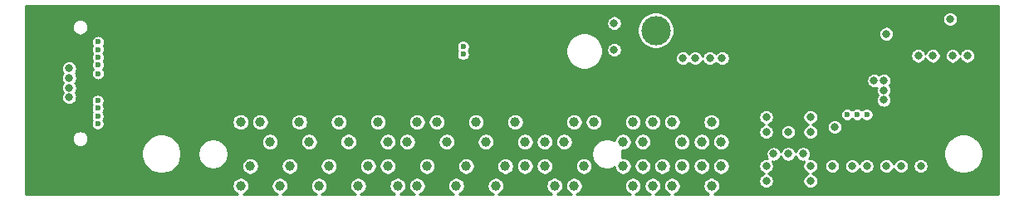
<source format=gbr>
%TF.GenerationSoftware,KiCad,Pcbnew,(5.1.10)-1*%
%TF.CreationDate,2021-08-10T11:15:44+01:00*%
%TF.ProjectId,ocu2pciex8,6f637532-7063-4696-9578-382e6b696361,rev?*%
%TF.SameCoordinates,Original*%
%TF.FileFunction,Copper,L2,Inr*%
%TF.FilePolarity,Positive*%
%FSLAX46Y46*%
G04 Gerber Fmt 4.6, Leading zero omitted, Abs format (unit mm)*
G04 Created by KiCad (PCBNEW (5.1.10)-1) date 2021-08-10 11:15:44*
%MOMM*%
%LPD*%
G01*
G04 APERTURE LIST*
%TA.AperFunction,ComponentPad*%
%ADD10C,0.800000*%
%TD*%
%TA.AperFunction,ComponentPad*%
%ADD11C,3.000000*%
%TD*%
%TA.AperFunction,ComponentPad*%
%ADD12C,1.000000*%
%TD*%
%TA.AperFunction,ViaPad*%
%ADD13C,0.600000*%
%TD*%
%TA.AperFunction,ViaPad*%
%ADD14C,0.800000*%
%TD*%
%TA.AperFunction,Conductor*%
%ADD15C,0.250000*%
%TD*%
%TA.AperFunction,Conductor*%
%ADD16C,0.254000*%
%TD*%
%TA.AperFunction,Conductor*%
%ADD17C,0.100000*%
%TD*%
G04 APERTURE END LIST*
D10*
%TO.N,GND*%
%TO.C,J5*%
X103750000Y-67500000D03*
X106250000Y-70000000D03*
X103750000Y-72500000D03*
X101250000Y-70000000D03*
X102000000Y-68250000D03*
X105500000Y-68250000D03*
X105500000Y-71750000D03*
X102000000Y-71750000D03*
%TD*%
%TO.N,GND*%
%TO.C,J4*%
X185500000Y-67500000D03*
X188000000Y-70000000D03*
X185500000Y-72500000D03*
X183000000Y-70000000D03*
X183750000Y-68250000D03*
X187250000Y-68250000D03*
X187250000Y-71750000D03*
X183750000Y-71750000D03*
%TD*%
D11*
%TO.N,GND*%
%TO.C,J3*%
X154150000Y-61600000D03*
%TO.N,+12VA*%
X154150000Y-57400000D03*
%TD*%
D12*
%TO.N,GND*%
%TO.C,J2*%
X110810000Y-71250000D03*
X110810000Y-68750000D03*
%TO.N,Net-(J2-PadA48)*%
X111810000Y-73250000D03*
%TO.N,Net-(J2-PadB48)*%
X111810000Y-66750000D03*
%TO.N,Net-(J2-PadA47)*%
X112810000Y-71250000D03*
%TO.N,GND*%
X112810000Y-68750000D03*
X113810000Y-73250000D03*
%TO.N,Net-(J2-PadB46)*%
X113810000Y-66750000D03*
%TO.N,GND*%
X114810000Y-71250000D03*
%TO.N,Net-(J2-PadB45)*%
X114810000Y-68750000D03*
%TO.N,Net-(J2-PadA44)*%
X115810000Y-73250000D03*
%TO.N,GND*%
X115810000Y-66750000D03*
%TO.N,Net-(J2-PadA43)*%
X116810000Y-71250000D03*
%TO.N,GND*%
X116810000Y-68750000D03*
X117810000Y-73250000D03*
%TO.N,Net-(J2-PadB42)*%
X117810000Y-66750000D03*
%TO.N,GND*%
X118810000Y-71250000D03*
%TO.N,Net-(J2-PadB41)*%
X118810000Y-68750000D03*
%TO.N,Net-(J2-PadA40)*%
X119810000Y-73250000D03*
%TO.N,GND*%
X119810000Y-66750000D03*
%TO.N,Net-(J2-PadA39)*%
X120810000Y-71250000D03*
%TO.N,GND*%
X120810000Y-68750000D03*
X121810000Y-73250000D03*
%TO.N,Net-(J2-PadB38)*%
X121810000Y-66750000D03*
%TO.N,GND*%
X122810000Y-71250000D03*
%TO.N,Net-(J2-PadB37)*%
X122810000Y-68750000D03*
%TO.N,Net-(J2-PadA36)*%
X123810000Y-73250000D03*
%TO.N,GND*%
X123810000Y-66750000D03*
%TO.N,Net-(J2-PadA35)*%
X124810000Y-71250000D03*
%TO.N,GND*%
X124810000Y-68750000D03*
X125810000Y-73250000D03*
%TO.N,Net-(J2-PadB34)*%
X125810000Y-66750000D03*
%TO.N,Net-(J2-PadA33)*%
X126810000Y-71250000D03*
%TO.N,Net-(J2-PadB33)*%
X126810000Y-68750000D03*
%TO.N,Net-(J2-PadA32)*%
X127810000Y-73250000D03*
%TO.N,GND*%
X127810000Y-66750000D03*
X128810000Y-71250000D03*
%TO.N,Net-(J2-PadB31)*%
X128810000Y-68750000D03*
%TO.N,/X8_PER3_N*%
X129810000Y-73250000D03*
%TO.N,Net-(J2-PadB30)*%
X129810000Y-66750000D03*
%TO.N,/X8_PER3_P*%
X130810000Y-71250000D03*
%TO.N,GND*%
X130810000Y-68750000D03*
X131810000Y-73250000D03*
%TO.N,/X8_PET3_N*%
X131810000Y-66750000D03*
%TO.N,GND*%
X132810000Y-71250000D03*
%TO.N,/X8_PET3_P*%
X132810000Y-68750000D03*
%TO.N,/X8_PER2_N*%
X133810000Y-73250000D03*
%TO.N,GND*%
X133810000Y-66750000D03*
%TO.N,/X8_PER2_P*%
X134810000Y-71250000D03*
%TO.N,GND*%
X134810000Y-68750000D03*
X135810000Y-73250000D03*
%TO.N,/X8_PET2_N*%
X135810000Y-66750000D03*
%TO.N,GND*%
X136810000Y-71250000D03*
%TO.N,/X8_PET2_P*%
X136810000Y-68750000D03*
%TO.N,/X8_PER1_N*%
X137810000Y-73250000D03*
%TO.N,GND*%
X137810000Y-66750000D03*
%TO.N,/X8_PER1_P*%
X138810000Y-71250000D03*
%TO.N,GND*%
X138810000Y-68750000D03*
X139810000Y-73250000D03*
%TO.N,/X8_PET1_N*%
X139810000Y-66750000D03*
%TO.N,Net-(J2-PadA19)*%
X140810000Y-71250000D03*
%TO.N,/X8_PET1_P*%
X140810000Y-68750000D03*
%TO.N,GND*%
X141810000Y-73250000D03*
X141810000Y-66750000D03*
%TO.N,/X8_PER0_N*%
X142810000Y-71250000D03*
%TO.N,Net-(J2-PadB17)*%
X142810000Y-68750000D03*
%TO.N,/X8_PER0_P*%
X143810000Y-73250000D03*
%TO.N,GND*%
X143810000Y-66750000D03*
X144810000Y-71250000D03*
%TO.N,/X8_PET0_N*%
X144810000Y-68750000D03*
%TO.N,/REFCLK_0_N*%
X145810000Y-73250000D03*
%TO.N,/X8_PET0_P*%
X145810000Y-66750000D03*
%TO.N,/REFCLK_0_P*%
X146810000Y-71250000D03*
%TO.N,GND*%
X146810000Y-68750000D03*
X147810000Y-73250000D03*
%TO.N,Net-(J2-PadB12)*%
X147810000Y-66750000D03*
%TO.N,/~WAKE*%
X150810000Y-68750000D03*
%TO.N,+3V3*%
X151810000Y-66750000D03*
%TO.N,Net-(J2-PadB9)*%
X152810000Y-68750000D03*
%TO.N,+3V3*%
X153810000Y-66750000D03*
%TO.N,GND*%
X154810000Y-68750000D03*
%TO.N,/SMDAT*%
X155810000Y-66750000D03*
%TO.N,/SMCLK*%
X156810000Y-68750000D03*
%TO.N,GND*%
X157810000Y-66750000D03*
%TO.N,+12V*%
X158810000Y-68750000D03*
X159810000Y-66750000D03*
X160810000Y-68750000D03*
%TO.N,/~PERST*%
X150810000Y-71250000D03*
%TO.N,+3V3*%
X151810000Y-73250000D03*
X152810000Y-71250000D03*
%TO.N,Net-(J2-PadA8)*%
X153810000Y-73250000D03*
%TO.N,Net-(J2-PadA7)*%
X154810000Y-71250000D03*
%TO.N,Net-(J2-PadA6)*%
X155810000Y-73250000D03*
%TO.N,Net-(J2-PadA5)*%
X156810000Y-71250000D03*
%TO.N,GND*%
X157810000Y-73250000D03*
%TO.N,+12V*%
X158810000Y-71250000D03*
X159810000Y-73250000D03*
%TO.N,Net-(J2-PadA1)*%
X160810000Y-71250000D03*
%TD*%
D13*
%TO.N,GND*%
X99500000Y-61270701D03*
X99500000Y-62250000D03*
X99500000Y-57750000D03*
X99500000Y-63750000D03*
X95250000Y-59750000D03*
X97250000Y-62750000D03*
X95250000Y-64500000D03*
X95250000Y-65750000D03*
X95250000Y-67250000D03*
X99500000Y-67270701D03*
D14*
X171478045Y-65371955D03*
X173900000Y-59200000D03*
X185900000Y-65500000D03*
X184400000Y-65500000D03*
X182400000Y-65500000D03*
X180900000Y-65500000D03*
X174900000Y-69500000D03*
X178400000Y-69500000D03*
X178400000Y-68500000D03*
X174900000Y-68500000D03*
X187150000Y-58250000D03*
D13*
X95250000Y-61000000D03*
X95247176Y-58900000D03*
X173650000Y-64100000D03*
X173650000Y-64900000D03*
X174650000Y-64900000D03*
X175650000Y-64900000D03*
X175650000Y-64100000D03*
X174650000Y-64100000D03*
D14*
X144250000Y-58750000D03*
X148000000Y-62000000D03*
X94500000Y-72000000D03*
X165550000Y-62300000D03*
D13*
X99500000Y-59250000D03*
X99500026Y-65250000D03*
D14*
X170900000Y-62225000D03*
X167150000Y-58450000D03*
%TO.N,+12VA*%
X177650000Y-57750000D03*
X180900000Y-60000000D03*
X182400000Y-60000000D03*
X185900000Y-60000000D03*
X184400000Y-60000000D03*
X160900000Y-60250000D03*
X156900000Y-60250000D03*
X159650015Y-60250000D03*
X158150030Y-60250000D03*
X177400000Y-64500000D03*
X177400000Y-63500000D03*
X177400000Y-62500000D03*
X176400000Y-62500000D03*
%TO.N,+3V3*%
X181150000Y-71250000D03*
X179150000Y-71250000D03*
X177650000Y-71250000D03*
X175650000Y-71250000D03*
X174150000Y-71250000D03*
X172150000Y-71250000D03*
X169900000Y-71250000D03*
X167650000Y-70000000D03*
X169150000Y-70000000D03*
X166150000Y-70000000D03*
X165399994Y-71250000D03*
X165400000Y-72750000D03*
X169900000Y-72750000D03*
D13*
%TO.N,/X8_PET0_P*%
X97275000Y-58572197D03*
%TO.N,/X8_PET0_N*%
X97275000Y-59350000D03*
%TO.N,/X8_PET1_P*%
X97275000Y-60150000D03*
%TO.N,/X8_PET1_N*%
X97275000Y-60927803D03*
D14*
%TO.N,/SMCLK*%
X94347470Y-61272192D03*
%TO.N,/SMDAT*%
X94350004Y-62250000D03*
%TO.N,/~PERST*%
X149900001Y-56650001D03*
X149900001Y-59400001D03*
X94350000Y-63250000D03*
%TO.N,/~CPRSNT*%
X94350000Y-64227803D03*
X184149988Y-56250000D03*
D13*
%TO.N,/X8_PET2_P*%
X97250000Y-64572197D03*
%TO.N,/X8_PET2_N*%
X97250000Y-65350000D03*
%TO.N,/X8_PET3_P*%
X97250000Y-66150000D03*
%TO.N,/X8_PET3_N*%
X97250000Y-66927803D03*
%TO.N,/REFCLK_0_P*%
X134497848Y-59033246D03*
%TO.N,/REFCLK_0_N*%
X134497848Y-59836446D03*
%TO.N,/~WAKE*%
X97275000Y-61800000D03*
%TO.N,/SW*%
X174650000Y-65975000D03*
D14*
X169900000Y-66250000D03*
X169900000Y-67749958D03*
X167650000Y-67750000D03*
X165400000Y-67750000D03*
X165400000Y-66250000D03*
D13*
X173650000Y-65975000D03*
X175650000Y-65975004D03*
D14*
X172381090Y-67268910D03*
%TD*%
D15*
%TO.N,GND*%
X157810000Y-66750000D02*
X157810000Y-73250000D01*
X146810000Y-69250000D02*
X146810000Y-68750000D01*
X144810000Y-71250000D02*
X146810000Y-69250000D01*
X143810000Y-66750000D02*
X141810000Y-66750000D01*
X138810000Y-67750000D02*
X137810000Y-66750000D01*
X138810000Y-68750000D02*
X138810000Y-67750000D01*
X136810000Y-70750000D02*
X136810000Y-71250000D01*
X138810000Y-68750000D02*
X136810000Y-70750000D01*
X139810000Y-73250000D02*
X141810000Y-73250000D01*
X136810000Y-72250000D02*
X135810000Y-73250000D01*
X136810000Y-71250000D02*
X136810000Y-72250000D01*
X134810000Y-69250000D02*
X134810000Y-68750000D01*
X136810000Y-71250000D02*
X134810000Y-69250000D01*
X134810000Y-67750000D02*
X133810000Y-66750000D01*
X134810000Y-68750000D02*
X134810000Y-67750000D01*
X132810000Y-70750000D02*
X132810000Y-71250000D01*
X134810000Y-68750000D02*
X132810000Y-70750000D01*
X130810000Y-69250000D02*
X130810000Y-68750000D01*
X132810000Y-71250000D02*
X130810000Y-69250000D01*
X132810000Y-72250000D02*
X131810000Y-73250000D01*
X132810000Y-71250000D02*
X132810000Y-72250000D01*
X128810000Y-70750000D02*
X128810000Y-71250000D01*
X130810000Y-68750000D02*
X128810000Y-70750000D01*
X124810000Y-67750000D02*
X123810000Y-66750000D01*
X124810000Y-68750000D02*
X124810000Y-67750000D01*
X122810000Y-70750000D02*
X122810000Y-71250000D01*
X124810000Y-68750000D02*
X122810000Y-70750000D01*
X122810000Y-72250000D02*
X121810000Y-73250000D01*
X122810000Y-71250000D02*
X122810000Y-72250000D01*
X120810000Y-69250000D02*
X120810000Y-68750000D01*
X122810000Y-71250000D02*
X120810000Y-69250000D01*
X120810000Y-67750000D02*
X119810000Y-66750000D01*
X120810000Y-68750000D02*
X120810000Y-67750000D01*
X118810000Y-70750000D02*
X118810000Y-71250000D01*
X120810000Y-68750000D02*
X118810000Y-70750000D01*
X118810000Y-72250000D02*
X117810000Y-73250000D01*
X118810000Y-71250000D02*
X118810000Y-72250000D01*
X116810000Y-69250000D02*
X116810000Y-68750000D01*
X118810000Y-71250000D02*
X116810000Y-69250000D01*
X116810000Y-67750000D02*
X115810000Y-66750000D01*
X116810000Y-68750000D02*
X116810000Y-67750000D01*
X116810000Y-68750000D02*
X115000000Y-70560000D01*
X115000000Y-71060000D02*
X114810000Y-71250000D01*
X115000000Y-70560000D02*
X115000000Y-71060000D01*
X114810000Y-72250000D02*
X113810000Y-73250000D01*
X114810000Y-71250000D02*
X114810000Y-72250000D01*
X112810000Y-69250000D02*
X112810000Y-68750000D01*
X114810000Y-71250000D02*
X112810000Y-69250000D01*
X112810000Y-68750000D02*
X110810000Y-68750000D01*
X110810000Y-68750000D02*
X110810000Y-71250000D01*
X99500000Y-61270701D02*
X99500000Y-62250000D01*
X99500000Y-62250000D02*
X99500000Y-63750000D01*
X157810000Y-65260000D02*
X154150000Y-61600000D01*
X157810000Y-66750000D02*
X157810000Y-65260000D01*
X172600000Y-64250000D02*
X171478045Y-65371955D01*
X171478045Y-63778045D02*
X169900000Y-62200000D01*
X171478045Y-65371955D02*
X171478045Y-63778045D01*
X167400000Y-64700000D02*
X169900000Y-62200000D01*
X95250000Y-64500000D02*
X95250000Y-65750000D01*
X95250000Y-65750000D02*
X95250000Y-67250000D01*
X173900000Y-59200000D02*
X172900000Y-59200000D01*
X185900000Y-65500000D02*
X184400000Y-65500000D01*
X182400000Y-65500000D02*
X180900000Y-65500000D01*
X180900000Y-65500000D02*
X180900000Y-67000000D01*
X179400000Y-68500000D02*
X178400000Y-68500000D01*
X180900000Y-67000000D02*
X179400000Y-68500000D01*
X187150000Y-64250000D02*
X185900000Y-65500000D01*
X187150000Y-58250000D02*
X187150000Y-64250000D01*
X97250000Y-62750000D02*
X95500000Y-61000000D01*
X95250000Y-61000000D02*
X95250000Y-59750000D01*
X95250000Y-61000000D02*
X95250000Y-64500000D01*
X95500000Y-61000000D02*
X95250000Y-61000000D01*
X95250000Y-59750000D02*
X95250000Y-58902824D01*
X95250000Y-58902824D02*
X95247176Y-58900000D01*
X148000000Y-62560000D02*
X148000000Y-62000000D01*
X143810000Y-66750000D02*
X148000000Y-62560000D01*
X158810000Y-67750000D02*
X157810000Y-66750000D01*
X164300000Y-64700000D02*
X161250000Y-67750000D01*
X175650000Y-64100000D02*
X174650000Y-64100000D01*
X175650000Y-64900000D02*
X174650000Y-64900000D01*
X173650000Y-64100000D02*
X173650000Y-64900000D01*
X173650000Y-64100000D02*
X172750000Y-64100000D01*
X172750000Y-64100000D02*
X172600000Y-64250000D01*
X186500000Y-67500000D02*
X187250000Y-68250000D01*
X185500000Y-67500000D02*
X186500000Y-67500000D01*
X188000000Y-69000000D02*
X188000000Y-70000000D01*
X187250000Y-68250000D02*
X188000000Y-69000000D01*
X188000000Y-71000000D02*
X187250000Y-71750000D01*
X188000000Y-70000000D02*
X188000000Y-71000000D01*
X186500000Y-72500000D02*
X185500000Y-72500000D01*
X187250000Y-71750000D02*
X186500000Y-72500000D01*
X184500000Y-72500000D02*
X183750000Y-71750000D01*
X185500000Y-72500000D02*
X184500000Y-72500000D01*
X183000000Y-71000000D02*
X183000000Y-70000000D01*
X183750000Y-71750000D02*
X183000000Y-71000000D01*
X183000000Y-69000000D02*
X183750000Y-68250000D01*
X183000000Y-70000000D02*
X183000000Y-69000000D01*
X184500000Y-67500000D02*
X185500000Y-67500000D01*
X183750000Y-68250000D02*
X184500000Y-67500000D01*
X161250000Y-67750000D02*
X158810000Y-67750000D01*
X165550000Y-62850000D02*
X165550000Y-62300000D01*
X167400000Y-64700000D02*
X165550000Y-62850000D01*
X99975000Y-70000000D02*
X101250000Y-70000000D01*
X97975000Y-72000000D02*
X99975000Y-70000000D01*
X94500000Y-72000000D02*
X97975000Y-72000000D01*
X101250000Y-71000000D02*
X102000000Y-71750000D01*
X101250000Y-70000000D02*
X101250000Y-71000000D01*
X102750000Y-72500000D02*
X103750000Y-72500000D01*
X102000000Y-71750000D02*
X102750000Y-72500000D01*
X104750000Y-72500000D02*
X105500000Y-71750000D01*
X103750000Y-72500000D02*
X104750000Y-72500000D01*
X106250000Y-71000000D02*
X106250000Y-70000000D01*
X105500000Y-71750000D02*
X106250000Y-71000000D01*
X106250000Y-69000000D02*
X105500000Y-68250000D01*
X106250000Y-70000000D02*
X106250000Y-69000000D01*
X104750000Y-67500000D02*
X103750000Y-67500000D01*
X105500000Y-68250000D02*
X104750000Y-67500000D01*
X102750000Y-67500000D02*
X102000000Y-68250000D01*
X103750000Y-67500000D02*
X102750000Y-67500000D01*
X101250000Y-69000000D02*
X101250000Y-70000000D01*
X102000000Y-68250000D02*
X101250000Y-69000000D01*
X100775000Y-68250000D02*
X102000000Y-68250000D01*
X99795701Y-67270701D02*
X100775000Y-68250000D01*
X99500000Y-67270701D02*
X99795701Y-67270701D01*
X185900000Y-67100000D02*
X185500000Y-67500000D01*
X185900000Y-65500000D02*
X185900000Y-67100000D01*
X167400000Y-64700000D02*
X164300000Y-64700000D01*
X99500000Y-57750000D02*
X99500000Y-59250000D01*
X99500000Y-59250000D02*
X99500000Y-61270701D01*
X110810000Y-68750000D02*
X107310000Y-65250000D01*
X99500000Y-65250026D02*
X99500026Y-65250000D01*
X99500000Y-67270701D02*
X99500000Y-65250026D01*
X99500000Y-63750000D02*
X99500000Y-65249974D01*
X99500000Y-65249974D02*
X99500026Y-65250000D01*
X107310000Y-65250000D02*
X99500026Y-65250000D01*
X171500000Y-58450000D02*
X172575000Y-59525000D01*
X167150000Y-58450000D02*
X171500000Y-58450000D01*
X172575000Y-59525000D02*
X169900000Y-62200000D01*
X172900000Y-59200000D02*
X172575000Y-59525000D01*
X138860000Y-72300000D02*
X139810000Y-73250000D01*
X137860000Y-72300000D02*
X138860000Y-72300000D01*
X136810000Y-71250000D02*
X137860000Y-72300000D01*
X139760000Y-67800000D02*
X138810000Y-68750000D01*
X140760000Y-67800000D02*
X139760000Y-67800000D01*
X141810000Y-66750000D02*
X140760000Y-67800000D01*
X144760000Y-67700000D02*
X143810000Y-66750000D01*
X145760000Y-67700000D02*
X144760000Y-67700000D01*
X146810000Y-68750000D02*
X145760000Y-67700000D01*
X145760000Y-72200000D02*
X144810000Y-71250000D01*
X146760000Y-72200000D02*
X145760000Y-72200000D01*
X147810000Y-73250000D02*
X146760000Y-72200000D01*
X148760000Y-72300000D02*
X147810000Y-73250000D01*
X156860000Y-72300000D02*
X148760000Y-72300000D01*
X157810000Y-73250000D02*
X156860000Y-72300000D01*
X156860000Y-67700000D02*
X157810000Y-66750000D01*
X155860000Y-67700000D02*
X156860000Y-67700000D01*
X154810000Y-68750000D02*
X155860000Y-67700000D01*
X128860000Y-67800000D02*
X127810000Y-66750000D01*
X129860000Y-67800000D02*
X128860000Y-67800000D01*
X130810000Y-68750000D02*
X129860000Y-67800000D01*
X125760000Y-67800000D02*
X124810000Y-68750000D01*
X126760000Y-67800000D02*
X125760000Y-67800000D01*
X127810000Y-66750000D02*
X126760000Y-67800000D01*
X124760000Y-72200000D02*
X125810000Y-73250000D01*
X123760000Y-72200000D02*
X124760000Y-72200000D01*
X122810000Y-71250000D02*
X123760000Y-72200000D01*
X173443910Y-67043910D02*
X174900000Y-68500000D01*
X171771955Y-65371955D02*
X173443910Y-67043910D01*
X171478045Y-65371955D02*
X171771955Y-65371955D01*
X178900000Y-70000000D02*
X178400000Y-69500000D01*
X180400000Y-70000000D02*
X178900000Y-70000000D01*
X180800000Y-70400000D02*
X180400000Y-70000000D01*
X182400000Y-70400000D02*
X180800000Y-70400000D01*
X183000000Y-71000000D02*
X182400000Y-70400000D01*
%TD*%
D16*
%TO.N,GND*%
X189094000Y-74094000D02*
X160074568Y-74094000D01*
X160227310Y-74030732D01*
X160371605Y-73934318D01*
X160494318Y-73811605D01*
X160590732Y-73667310D01*
X160657144Y-73506978D01*
X160691000Y-73336771D01*
X160691000Y-73163229D01*
X160657144Y-72993022D01*
X160590732Y-72832690D01*
X160494318Y-72688395D01*
X160371605Y-72565682D01*
X160227310Y-72469268D01*
X160066978Y-72402856D01*
X159896771Y-72369000D01*
X159723229Y-72369000D01*
X159553022Y-72402856D01*
X159392690Y-72469268D01*
X159248395Y-72565682D01*
X159125682Y-72688395D01*
X159029268Y-72832690D01*
X158962856Y-72993022D01*
X158929000Y-73163229D01*
X158929000Y-73336771D01*
X158962856Y-73506978D01*
X159029268Y-73667310D01*
X159125682Y-73811605D01*
X159248395Y-73934318D01*
X159392690Y-74030732D01*
X159545432Y-74094000D01*
X156074568Y-74094000D01*
X156227310Y-74030732D01*
X156371605Y-73934318D01*
X156494318Y-73811605D01*
X156590732Y-73667310D01*
X156657144Y-73506978D01*
X156691000Y-73336771D01*
X156691000Y-73163229D01*
X156657144Y-72993022D01*
X156590732Y-72832690D01*
X156494318Y-72688395D01*
X156371605Y-72565682D01*
X156227310Y-72469268D01*
X156066978Y-72402856D01*
X155896771Y-72369000D01*
X155723229Y-72369000D01*
X155553022Y-72402856D01*
X155392690Y-72469268D01*
X155248395Y-72565682D01*
X155125682Y-72688395D01*
X155029268Y-72832690D01*
X154962856Y-72993022D01*
X154929000Y-73163229D01*
X154929000Y-73336771D01*
X154962856Y-73506978D01*
X155029268Y-73667310D01*
X155125682Y-73811605D01*
X155248395Y-73934318D01*
X155392690Y-74030732D01*
X155545432Y-74094000D01*
X154074568Y-74094000D01*
X154227310Y-74030732D01*
X154371605Y-73934318D01*
X154494318Y-73811605D01*
X154590732Y-73667310D01*
X154657144Y-73506978D01*
X154691000Y-73336771D01*
X154691000Y-73163229D01*
X154657144Y-72993022D01*
X154590732Y-72832690D01*
X154494318Y-72688395D01*
X154371605Y-72565682D01*
X154227310Y-72469268D01*
X154066978Y-72402856D01*
X153896771Y-72369000D01*
X153723229Y-72369000D01*
X153553022Y-72402856D01*
X153392690Y-72469268D01*
X153248395Y-72565682D01*
X153125682Y-72688395D01*
X153029268Y-72832690D01*
X152962856Y-72993022D01*
X152929000Y-73163229D01*
X152929000Y-73336771D01*
X152962856Y-73506978D01*
X153029268Y-73667310D01*
X153125682Y-73811605D01*
X153248395Y-73934318D01*
X153392690Y-74030732D01*
X153545432Y-74094000D01*
X152074568Y-74094000D01*
X152227310Y-74030732D01*
X152371605Y-73934318D01*
X152494318Y-73811605D01*
X152590732Y-73667310D01*
X152657144Y-73506978D01*
X152691000Y-73336771D01*
X152691000Y-73163229D01*
X152657144Y-72993022D01*
X152590732Y-72832690D01*
X152494318Y-72688395D01*
X152371605Y-72565682D01*
X152227310Y-72469268D01*
X152066978Y-72402856D01*
X151896771Y-72369000D01*
X151723229Y-72369000D01*
X151553022Y-72402856D01*
X151392690Y-72469268D01*
X151248395Y-72565682D01*
X151125682Y-72688395D01*
X151029268Y-72832690D01*
X150962856Y-72993022D01*
X150929000Y-73163229D01*
X150929000Y-73336771D01*
X150962856Y-73506978D01*
X151029268Y-73667310D01*
X151125682Y-73811605D01*
X151248395Y-73934318D01*
X151392690Y-74030732D01*
X151545432Y-74094000D01*
X146074568Y-74094000D01*
X146227310Y-74030732D01*
X146371605Y-73934318D01*
X146494318Y-73811605D01*
X146590732Y-73667310D01*
X146657144Y-73506978D01*
X146691000Y-73336771D01*
X146691000Y-73163229D01*
X146657144Y-72993022D01*
X146590732Y-72832690D01*
X146494318Y-72688395D01*
X146371605Y-72565682D01*
X146227310Y-72469268D01*
X146066978Y-72402856D01*
X145896771Y-72369000D01*
X145723229Y-72369000D01*
X145553022Y-72402856D01*
X145392690Y-72469268D01*
X145248395Y-72565682D01*
X145125682Y-72688395D01*
X145029268Y-72832690D01*
X144962856Y-72993022D01*
X144929000Y-73163229D01*
X144929000Y-73336771D01*
X144962856Y-73506978D01*
X145029268Y-73667310D01*
X145125682Y-73811605D01*
X145248395Y-73934318D01*
X145392690Y-74030732D01*
X145545432Y-74094000D01*
X144074568Y-74094000D01*
X144227310Y-74030732D01*
X144371605Y-73934318D01*
X144494318Y-73811605D01*
X144590732Y-73667310D01*
X144657144Y-73506978D01*
X144691000Y-73336771D01*
X144691000Y-73163229D01*
X144657144Y-72993022D01*
X144590732Y-72832690D01*
X144494318Y-72688395D01*
X144371605Y-72565682D01*
X144227310Y-72469268D01*
X144066978Y-72402856D01*
X143896771Y-72369000D01*
X143723229Y-72369000D01*
X143553022Y-72402856D01*
X143392690Y-72469268D01*
X143248395Y-72565682D01*
X143125682Y-72688395D01*
X143029268Y-72832690D01*
X142962856Y-72993022D01*
X142929000Y-73163229D01*
X142929000Y-73336771D01*
X142962856Y-73506978D01*
X143029268Y-73667310D01*
X143125682Y-73811605D01*
X143248395Y-73934318D01*
X143392690Y-74030732D01*
X143545432Y-74094000D01*
X138074568Y-74094000D01*
X138227310Y-74030732D01*
X138371605Y-73934318D01*
X138494318Y-73811605D01*
X138590732Y-73667310D01*
X138657144Y-73506978D01*
X138691000Y-73336771D01*
X138691000Y-73163229D01*
X138657144Y-72993022D01*
X138590732Y-72832690D01*
X138494318Y-72688395D01*
X138371605Y-72565682D01*
X138227310Y-72469268D01*
X138066978Y-72402856D01*
X137896771Y-72369000D01*
X137723229Y-72369000D01*
X137553022Y-72402856D01*
X137392690Y-72469268D01*
X137248395Y-72565682D01*
X137125682Y-72688395D01*
X137029268Y-72832690D01*
X136962856Y-72993022D01*
X136929000Y-73163229D01*
X136929000Y-73336771D01*
X136962856Y-73506978D01*
X137029268Y-73667310D01*
X137125682Y-73811605D01*
X137248395Y-73934318D01*
X137392690Y-74030732D01*
X137545432Y-74094000D01*
X134074568Y-74094000D01*
X134227310Y-74030732D01*
X134371605Y-73934318D01*
X134494318Y-73811605D01*
X134590732Y-73667310D01*
X134657144Y-73506978D01*
X134691000Y-73336771D01*
X134691000Y-73163229D01*
X134657144Y-72993022D01*
X134590732Y-72832690D01*
X134494318Y-72688395D01*
X134371605Y-72565682D01*
X134227310Y-72469268D01*
X134066978Y-72402856D01*
X133896771Y-72369000D01*
X133723229Y-72369000D01*
X133553022Y-72402856D01*
X133392690Y-72469268D01*
X133248395Y-72565682D01*
X133125682Y-72688395D01*
X133029268Y-72832690D01*
X132962856Y-72993022D01*
X132929000Y-73163229D01*
X132929000Y-73336771D01*
X132962856Y-73506978D01*
X133029268Y-73667310D01*
X133125682Y-73811605D01*
X133248395Y-73934318D01*
X133392690Y-74030732D01*
X133545432Y-74094000D01*
X130074568Y-74094000D01*
X130227310Y-74030732D01*
X130371605Y-73934318D01*
X130494318Y-73811605D01*
X130590732Y-73667310D01*
X130657144Y-73506978D01*
X130691000Y-73336771D01*
X130691000Y-73163229D01*
X130657144Y-72993022D01*
X130590732Y-72832690D01*
X130494318Y-72688395D01*
X130371605Y-72565682D01*
X130227310Y-72469268D01*
X130066978Y-72402856D01*
X129896771Y-72369000D01*
X129723229Y-72369000D01*
X129553022Y-72402856D01*
X129392690Y-72469268D01*
X129248395Y-72565682D01*
X129125682Y-72688395D01*
X129029268Y-72832690D01*
X128962856Y-72993022D01*
X128929000Y-73163229D01*
X128929000Y-73336771D01*
X128962856Y-73506978D01*
X129029268Y-73667310D01*
X129125682Y-73811605D01*
X129248395Y-73934318D01*
X129392690Y-74030732D01*
X129545432Y-74094000D01*
X128074568Y-74094000D01*
X128227310Y-74030732D01*
X128371605Y-73934318D01*
X128494318Y-73811605D01*
X128590732Y-73667310D01*
X128657144Y-73506978D01*
X128691000Y-73336771D01*
X128691000Y-73163229D01*
X128657144Y-72993022D01*
X128590732Y-72832690D01*
X128494318Y-72688395D01*
X128371605Y-72565682D01*
X128227310Y-72469268D01*
X128066978Y-72402856D01*
X127896771Y-72369000D01*
X127723229Y-72369000D01*
X127553022Y-72402856D01*
X127392690Y-72469268D01*
X127248395Y-72565682D01*
X127125682Y-72688395D01*
X127029268Y-72832690D01*
X126962856Y-72993022D01*
X126929000Y-73163229D01*
X126929000Y-73336771D01*
X126962856Y-73506978D01*
X127029268Y-73667310D01*
X127125682Y-73811605D01*
X127248395Y-73934318D01*
X127392690Y-74030732D01*
X127545432Y-74094000D01*
X124074568Y-74094000D01*
X124227310Y-74030732D01*
X124371605Y-73934318D01*
X124494318Y-73811605D01*
X124590732Y-73667310D01*
X124657144Y-73506978D01*
X124691000Y-73336771D01*
X124691000Y-73163229D01*
X124657144Y-72993022D01*
X124590732Y-72832690D01*
X124494318Y-72688395D01*
X124371605Y-72565682D01*
X124227310Y-72469268D01*
X124066978Y-72402856D01*
X123896771Y-72369000D01*
X123723229Y-72369000D01*
X123553022Y-72402856D01*
X123392690Y-72469268D01*
X123248395Y-72565682D01*
X123125682Y-72688395D01*
X123029268Y-72832690D01*
X122962856Y-72993022D01*
X122929000Y-73163229D01*
X122929000Y-73336771D01*
X122962856Y-73506978D01*
X123029268Y-73667310D01*
X123125682Y-73811605D01*
X123248395Y-73934318D01*
X123392690Y-74030732D01*
X123545432Y-74094000D01*
X120074568Y-74094000D01*
X120227310Y-74030732D01*
X120371605Y-73934318D01*
X120494318Y-73811605D01*
X120590732Y-73667310D01*
X120657144Y-73506978D01*
X120691000Y-73336771D01*
X120691000Y-73163229D01*
X120657144Y-72993022D01*
X120590732Y-72832690D01*
X120494318Y-72688395D01*
X120371605Y-72565682D01*
X120227310Y-72469268D01*
X120066978Y-72402856D01*
X119896771Y-72369000D01*
X119723229Y-72369000D01*
X119553022Y-72402856D01*
X119392690Y-72469268D01*
X119248395Y-72565682D01*
X119125682Y-72688395D01*
X119029268Y-72832690D01*
X118962856Y-72993022D01*
X118929000Y-73163229D01*
X118929000Y-73336771D01*
X118962856Y-73506978D01*
X119029268Y-73667310D01*
X119125682Y-73811605D01*
X119248395Y-73934318D01*
X119392690Y-74030732D01*
X119545432Y-74094000D01*
X116074568Y-74094000D01*
X116227310Y-74030732D01*
X116371605Y-73934318D01*
X116494318Y-73811605D01*
X116590732Y-73667310D01*
X116657144Y-73506978D01*
X116691000Y-73336771D01*
X116691000Y-73163229D01*
X116657144Y-72993022D01*
X116590732Y-72832690D01*
X116494318Y-72688395D01*
X116371605Y-72565682D01*
X116227310Y-72469268D01*
X116066978Y-72402856D01*
X115896771Y-72369000D01*
X115723229Y-72369000D01*
X115553022Y-72402856D01*
X115392690Y-72469268D01*
X115248395Y-72565682D01*
X115125682Y-72688395D01*
X115029268Y-72832690D01*
X114962856Y-72993022D01*
X114929000Y-73163229D01*
X114929000Y-73336771D01*
X114962856Y-73506978D01*
X115029268Y-73667310D01*
X115125682Y-73811605D01*
X115248395Y-73934318D01*
X115392690Y-74030732D01*
X115545432Y-74094000D01*
X112074568Y-74094000D01*
X112227310Y-74030732D01*
X112371605Y-73934318D01*
X112494318Y-73811605D01*
X112590732Y-73667310D01*
X112657144Y-73506978D01*
X112691000Y-73336771D01*
X112691000Y-73163229D01*
X112657144Y-72993022D01*
X112590732Y-72832690D01*
X112494318Y-72688395D01*
X112371605Y-72565682D01*
X112227310Y-72469268D01*
X112066978Y-72402856D01*
X111896771Y-72369000D01*
X111723229Y-72369000D01*
X111553022Y-72402856D01*
X111392690Y-72469268D01*
X111248395Y-72565682D01*
X111125682Y-72688395D01*
X111029268Y-72832690D01*
X110962856Y-72993022D01*
X110929000Y-73163229D01*
X110929000Y-73336771D01*
X110962856Y-73506978D01*
X111029268Y-73667310D01*
X111125682Y-73811605D01*
X111248395Y-73934318D01*
X111392690Y-74030732D01*
X111545432Y-74094000D01*
X89906000Y-74094000D01*
X89906000Y-69799964D01*
X101719000Y-69799964D01*
X101719000Y-70200036D01*
X101797050Y-70592421D01*
X101950151Y-70962039D01*
X102172419Y-71294687D01*
X102455313Y-71577581D01*
X102787961Y-71799849D01*
X103157579Y-71952950D01*
X103549964Y-72031000D01*
X103950036Y-72031000D01*
X104342421Y-71952950D01*
X104712039Y-71799849D01*
X105044687Y-71577581D01*
X105327581Y-71294687D01*
X105549849Y-70962039D01*
X105702950Y-70592421D01*
X105781000Y-70200036D01*
X105781000Y-69846747D01*
X107444000Y-69846747D01*
X107444000Y-70153253D01*
X107503796Y-70453869D01*
X107621091Y-70737042D01*
X107791376Y-70991892D01*
X108008108Y-71208624D01*
X108262958Y-71378909D01*
X108546131Y-71496204D01*
X108846747Y-71556000D01*
X109153253Y-71556000D01*
X109453869Y-71496204D01*
X109737042Y-71378909D01*
X109991892Y-71208624D01*
X110037287Y-71163229D01*
X111929000Y-71163229D01*
X111929000Y-71336771D01*
X111962856Y-71506978D01*
X112029268Y-71667310D01*
X112125682Y-71811605D01*
X112248395Y-71934318D01*
X112392690Y-72030732D01*
X112553022Y-72097144D01*
X112723229Y-72131000D01*
X112896771Y-72131000D01*
X113066978Y-72097144D01*
X113227310Y-72030732D01*
X113371605Y-71934318D01*
X113494318Y-71811605D01*
X113590732Y-71667310D01*
X113657144Y-71506978D01*
X113691000Y-71336771D01*
X113691000Y-71163229D01*
X115929000Y-71163229D01*
X115929000Y-71336771D01*
X115962856Y-71506978D01*
X116029268Y-71667310D01*
X116125682Y-71811605D01*
X116248395Y-71934318D01*
X116392690Y-72030732D01*
X116553022Y-72097144D01*
X116723229Y-72131000D01*
X116896771Y-72131000D01*
X117066978Y-72097144D01*
X117227310Y-72030732D01*
X117371605Y-71934318D01*
X117494318Y-71811605D01*
X117590732Y-71667310D01*
X117657144Y-71506978D01*
X117691000Y-71336771D01*
X117691000Y-71163229D01*
X119929000Y-71163229D01*
X119929000Y-71336771D01*
X119962856Y-71506978D01*
X120029268Y-71667310D01*
X120125682Y-71811605D01*
X120248395Y-71934318D01*
X120392690Y-72030732D01*
X120553022Y-72097144D01*
X120723229Y-72131000D01*
X120896771Y-72131000D01*
X121066978Y-72097144D01*
X121227310Y-72030732D01*
X121371605Y-71934318D01*
X121494318Y-71811605D01*
X121590732Y-71667310D01*
X121657144Y-71506978D01*
X121691000Y-71336771D01*
X121691000Y-71163229D01*
X123929000Y-71163229D01*
X123929000Y-71336771D01*
X123962856Y-71506978D01*
X124029268Y-71667310D01*
X124125682Y-71811605D01*
X124248395Y-71934318D01*
X124392690Y-72030732D01*
X124553022Y-72097144D01*
X124723229Y-72131000D01*
X124896771Y-72131000D01*
X125066978Y-72097144D01*
X125227310Y-72030732D01*
X125371605Y-71934318D01*
X125494318Y-71811605D01*
X125590732Y-71667310D01*
X125657144Y-71506978D01*
X125691000Y-71336771D01*
X125691000Y-71163229D01*
X125929000Y-71163229D01*
X125929000Y-71336771D01*
X125962856Y-71506978D01*
X126029268Y-71667310D01*
X126125682Y-71811605D01*
X126248395Y-71934318D01*
X126392690Y-72030732D01*
X126553022Y-72097144D01*
X126723229Y-72131000D01*
X126896771Y-72131000D01*
X127066978Y-72097144D01*
X127227310Y-72030732D01*
X127371605Y-71934318D01*
X127494318Y-71811605D01*
X127590732Y-71667310D01*
X127657144Y-71506978D01*
X127691000Y-71336771D01*
X127691000Y-71163229D01*
X129929000Y-71163229D01*
X129929000Y-71336771D01*
X129962856Y-71506978D01*
X130029268Y-71667310D01*
X130125682Y-71811605D01*
X130248395Y-71934318D01*
X130392690Y-72030732D01*
X130553022Y-72097144D01*
X130723229Y-72131000D01*
X130896771Y-72131000D01*
X131066978Y-72097144D01*
X131227310Y-72030732D01*
X131371605Y-71934318D01*
X131494318Y-71811605D01*
X131590732Y-71667310D01*
X131657144Y-71506978D01*
X131691000Y-71336771D01*
X131691000Y-71163229D01*
X133929000Y-71163229D01*
X133929000Y-71336771D01*
X133962856Y-71506978D01*
X134029268Y-71667310D01*
X134125682Y-71811605D01*
X134248395Y-71934318D01*
X134392690Y-72030732D01*
X134553022Y-72097144D01*
X134723229Y-72131000D01*
X134896771Y-72131000D01*
X135066978Y-72097144D01*
X135227310Y-72030732D01*
X135371605Y-71934318D01*
X135494318Y-71811605D01*
X135590732Y-71667310D01*
X135657144Y-71506978D01*
X135691000Y-71336771D01*
X135691000Y-71163229D01*
X137929000Y-71163229D01*
X137929000Y-71336771D01*
X137962856Y-71506978D01*
X138029268Y-71667310D01*
X138125682Y-71811605D01*
X138248395Y-71934318D01*
X138392690Y-72030732D01*
X138553022Y-72097144D01*
X138723229Y-72131000D01*
X138896771Y-72131000D01*
X139066978Y-72097144D01*
X139227310Y-72030732D01*
X139371605Y-71934318D01*
X139494318Y-71811605D01*
X139590732Y-71667310D01*
X139657144Y-71506978D01*
X139691000Y-71336771D01*
X139691000Y-71163229D01*
X139929000Y-71163229D01*
X139929000Y-71336771D01*
X139962856Y-71506978D01*
X140029268Y-71667310D01*
X140125682Y-71811605D01*
X140248395Y-71934318D01*
X140392690Y-72030732D01*
X140553022Y-72097144D01*
X140723229Y-72131000D01*
X140896771Y-72131000D01*
X141066978Y-72097144D01*
X141227310Y-72030732D01*
X141371605Y-71934318D01*
X141494318Y-71811605D01*
X141590732Y-71667310D01*
X141657144Y-71506978D01*
X141691000Y-71336771D01*
X141691000Y-71163229D01*
X141929000Y-71163229D01*
X141929000Y-71336771D01*
X141962856Y-71506978D01*
X142029268Y-71667310D01*
X142125682Y-71811605D01*
X142248395Y-71934318D01*
X142392690Y-72030732D01*
X142553022Y-72097144D01*
X142723229Y-72131000D01*
X142896771Y-72131000D01*
X143066978Y-72097144D01*
X143227310Y-72030732D01*
X143371605Y-71934318D01*
X143494318Y-71811605D01*
X143590732Y-71667310D01*
X143657144Y-71506978D01*
X143691000Y-71336771D01*
X143691000Y-71163229D01*
X145929000Y-71163229D01*
X145929000Y-71336771D01*
X145962856Y-71506978D01*
X146029268Y-71667310D01*
X146125682Y-71811605D01*
X146248395Y-71934318D01*
X146392690Y-72030732D01*
X146553022Y-72097144D01*
X146723229Y-72131000D01*
X146896771Y-72131000D01*
X147066978Y-72097144D01*
X147227310Y-72030732D01*
X147371605Y-71934318D01*
X147494318Y-71811605D01*
X147590732Y-71667310D01*
X147657144Y-71506978D01*
X147691000Y-71336771D01*
X147691000Y-71163229D01*
X147657144Y-70993022D01*
X147590732Y-70832690D01*
X147494318Y-70688395D01*
X147371605Y-70565682D01*
X147227310Y-70469268D01*
X147066978Y-70402856D01*
X146896771Y-70369000D01*
X146723229Y-70369000D01*
X146553022Y-70402856D01*
X146392690Y-70469268D01*
X146248395Y-70565682D01*
X146125682Y-70688395D01*
X146029268Y-70832690D01*
X145962856Y-70993022D01*
X145929000Y-71163229D01*
X143691000Y-71163229D01*
X143657144Y-70993022D01*
X143590732Y-70832690D01*
X143494318Y-70688395D01*
X143371605Y-70565682D01*
X143227310Y-70469268D01*
X143066978Y-70402856D01*
X142896771Y-70369000D01*
X142723229Y-70369000D01*
X142553022Y-70402856D01*
X142392690Y-70469268D01*
X142248395Y-70565682D01*
X142125682Y-70688395D01*
X142029268Y-70832690D01*
X141962856Y-70993022D01*
X141929000Y-71163229D01*
X141691000Y-71163229D01*
X141657144Y-70993022D01*
X141590732Y-70832690D01*
X141494318Y-70688395D01*
X141371605Y-70565682D01*
X141227310Y-70469268D01*
X141066978Y-70402856D01*
X140896771Y-70369000D01*
X140723229Y-70369000D01*
X140553022Y-70402856D01*
X140392690Y-70469268D01*
X140248395Y-70565682D01*
X140125682Y-70688395D01*
X140029268Y-70832690D01*
X139962856Y-70993022D01*
X139929000Y-71163229D01*
X139691000Y-71163229D01*
X139657144Y-70993022D01*
X139590732Y-70832690D01*
X139494318Y-70688395D01*
X139371605Y-70565682D01*
X139227310Y-70469268D01*
X139066978Y-70402856D01*
X138896771Y-70369000D01*
X138723229Y-70369000D01*
X138553022Y-70402856D01*
X138392690Y-70469268D01*
X138248395Y-70565682D01*
X138125682Y-70688395D01*
X138029268Y-70832690D01*
X137962856Y-70993022D01*
X137929000Y-71163229D01*
X135691000Y-71163229D01*
X135657144Y-70993022D01*
X135590732Y-70832690D01*
X135494318Y-70688395D01*
X135371605Y-70565682D01*
X135227310Y-70469268D01*
X135066978Y-70402856D01*
X134896771Y-70369000D01*
X134723229Y-70369000D01*
X134553022Y-70402856D01*
X134392690Y-70469268D01*
X134248395Y-70565682D01*
X134125682Y-70688395D01*
X134029268Y-70832690D01*
X133962856Y-70993022D01*
X133929000Y-71163229D01*
X131691000Y-71163229D01*
X131657144Y-70993022D01*
X131590732Y-70832690D01*
X131494318Y-70688395D01*
X131371605Y-70565682D01*
X131227310Y-70469268D01*
X131066978Y-70402856D01*
X130896771Y-70369000D01*
X130723229Y-70369000D01*
X130553022Y-70402856D01*
X130392690Y-70469268D01*
X130248395Y-70565682D01*
X130125682Y-70688395D01*
X130029268Y-70832690D01*
X129962856Y-70993022D01*
X129929000Y-71163229D01*
X127691000Y-71163229D01*
X127657144Y-70993022D01*
X127590732Y-70832690D01*
X127494318Y-70688395D01*
X127371605Y-70565682D01*
X127227310Y-70469268D01*
X127066978Y-70402856D01*
X126896771Y-70369000D01*
X126723229Y-70369000D01*
X126553022Y-70402856D01*
X126392690Y-70469268D01*
X126248395Y-70565682D01*
X126125682Y-70688395D01*
X126029268Y-70832690D01*
X125962856Y-70993022D01*
X125929000Y-71163229D01*
X125691000Y-71163229D01*
X125657144Y-70993022D01*
X125590732Y-70832690D01*
X125494318Y-70688395D01*
X125371605Y-70565682D01*
X125227310Y-70469268D01*
X125066978Y-70402856D01*
X124896771Y-70369000D01*
X124723229Y-70369000D01*
X124553022Y-70402856D01*
X124392690Y-70469268D01*
X124248395Y-70565682D01*
X124125682Y-70688395D01*
X124029268Y-70832690D01*
X123962856Y-70993022D01*
X123929000Y-71163229D01*
X121691000Y-71163229D01*
X121657144Y-70993022D01*
X121590732Y-70832690D01*
X121494318Y-70688395D01*
X121371605Y-70565682D01*
X121227310Y-70469268D01*
X121066978Y-70402856D01*
X120896771Y-70369000D01*
X120723229Y-70369000D01*
X120553022Y-70402856D01*
X120392690Y-70469268D01*
X120248395Y-70565682D01*
X120125682Y-70688395D01*
X120029268Y-70832690D01*
X119962856Y-70993022D01*
X119929000Y-71163229D01*
X117691000Y-71163229D01*
X117657144Y-70993022D01*
X117590732Y-70832690D01*
X117494318Y-70688395D01*
X117371605Y-70565682D01*
X117227310Y-70469268D01*
X117066978Y-70402856D01*
X116896771Y-70369000D01*
X116723229Y-70369000D01*
X116553022Y-70402856D01*
X116392690Y-70469268D01*
X116248395Y-70565682D01*
X116125682Y-70688395D01*
X116029268Y-70832690D01*
X115962856Y-70993022D01*
X115929000Y-71163229D01*
X113691000Y-71163229D01*
X113657144Y-70993022D01*
X113590732Y-70832690D01*
X113494318Y-70688395D01*
X113371605Y-70565682D01*
X113227310Y-70469268D01*
X113066978Y-70402856D01*
X112896771Y-70369000D01*
X112723229Y-70369000D01*
X112553022Y-70402856D01*
X112392690Y-70469268D01*
X112248395Y-70565682D01*
X112125682Y-70688395D01*
X112029268Y-70832690D01*
X111962856Y-70993022D01*
X111929000Y-71163229D01*
X110037287Y-71163229D01*
X110208624Y-70991892D01*
X110378909Y-70737042D01*
X110496204Y-70453869D01*
X110556000Y-70153253D01*
X110556000Y-69846747D01*
X147604000Y-69846747D01*
X147604000Y-70153253D01*
X147663796Y-70453869D01*
X147781091Y-70737042D01*
X147951376Y-70991892D01*
X148168108Y-71208624D01*
X148422958Y-71378909D01*
X148706131Y-71496204D01*
X149006747Y-71556000D01*
X149313253Y-71556000D01*
X149613869Y-71496204D01*
X149897042Y-71378909D01*
X149932649Y-71355117D01*
X149962856Y-71506978D01*
X150029268Y-71667310D01*
X150125682Y-71811605D01*
X150248395Y-71934318D01*
X150392690Y-72030732D01*
X150553022Y-72097144D01*
X150723229Y-72131000D01*
X150896771Y-72131000D01*
X151066978Y-72097144D01*
X151227310Y-72030732D01*
X151371605Y-71934318D01*
X151494318Y-71811605D01*
X151590732Y-71667310D01*
X151657144Y-71506978D01*
X151691000Y-71336771D01*
X151691000Y-71163229D01*
X151929000Y-71163229D01*
X151929000Y-71336771D01*
X151962856Y-71506978D01*
X152029268Y-71667310D01*
X152125682Y-71811605D01*
X152248395Y-71934318D01*
X152392690Y-72030732D01*
X152553022Y-72097144D01*
X152723229Y-72131000D01*
X152896771Y-72131000D01*
X153066978Y-72097144D01*
X153227310Y-72030732D01*
X153371605Y-71934318D01*
X153494318Y-71811605D01*
X153590732Y-71667310D01*
X153657144Y-71506978D01*
X153691000Y-71336771D01*
X153691000Y-71163229D01*
X153929000Y-71163229D01*
X153929000Y-71336771D01*
X153962856Y-71506978D01*
X154029268Y-71667310D01*
X154125682Y-71811605D01*
X154248395Y-71934318D01*
X154392690Y-72030732D01*
X154553022Y-72097144D01*
X154723229Y-72131000D01*
X154896771Y-72131000D01*
X155066978Y-72097144D01*
X155227310Y-72030732D01*
X155371605Y-71934318D01*
X155494318Y-71811605D01*
X155590732Y-71667310D01*
X155657144Y-71506978D01*
X155691000Y-71336771D01*
X155691000Y-71163229D01*
X155929000Y-71163229D01*
X155929000Y-71336771D01*
X155962856Y-71506978D01*
X156029268Y-71667310D01*
X156125682Y-71811605D01*
X156248395Y-71934318D01*
X156392690Y-72030732D01*
X156553022Y-72097144D01*
X156723229Y-72131000D01*
X156896771Y-72131000D01*
X157066978Y-72097144D01*
X157227310Y-72030732D01*
X157371605Y-71934318D01*
X157494318Y-71811605D01*
X157590732Y-71667310D01*
X157657144Y-71506978D01*
X157691000Y-71336771D01*
X157691000Y-71163229D01*
X157929000Y-71163229D01*
X157929000Y-71336771D01*
X157962856Y-71506978D01*
X158029268Y-71667310D01*
X158125682Y-71811605D01*
X158248395Y-71934318D01*
X158392690Y-72030732D01*
X158553022Y-72097144D01*
X158723229Y-72131000D01*
X158896771Y-72131000D01*
X159066978Y-72097144D01*
X159227310Y-72030732D01*
X159371605Y-71934318D01*
X159494318Y-71811605D01*
X159590732Y-71667310D01*
X159657144Y-71506978D01*
X159691000Y-71336771D01*
X159691000Y-71163229D01*
X159929000Y-71163229D01*
X159929000Y-71336771D01*
X159962856Y-71506978D01*
X160029268Y-71667310D01*
X160125682Y-71811605D01*
X160248395Y-71934318D01*
X160392690Y-72030732D01*
X160553022Y-72097144D01*
X160723229Y-72131000D01*
X160896771Y-72131000D01*
X161066978Y-72097144D01*
X161227310Y-72030732D01*
X161371605Y-71934318D01*
X161494318Y-71811605D01*
X161590732Y-71667310D01*
X161657144Y-71506978D01*
X161691000Y-71336771D01*
X161691000Y-71173078D01*
X164618994Y-71173078D01*
X164618994Y-71326922D01*
X164649007Y-71477809D01*
X164707881Y-71619942D01*
X164793352Y-71747859D01*
X164902135Y-71856642D01*
X165030052Y-71942113D01*
X165169805Y-72000001D01*
X165030058Y-72057887D01*
X164902141Y-72143358D01*
X164793358Y-72252141D01*
X164707887Y-72380058D01*
X164649013Y-72522191D01*
X164619000Y-72673078D01*
X164619000Y-72826922D01*
X164649013Y-72977809D01*
X164707887Y-73119942D01*
X164793358Y-73247859D01*
X164902141Y-73356642D01*
X165030058Y-73442113D01*
X165172191Y-73500987D01*
X165323078Y-73531000D01*
X165476922Y-73531000D01*
X165627809Y-73500987D01*
X165769942Y-73442113D01*
X165897859Y-73356642D01*
X166006642Y-73247859D01*
X166092113Y-73119942D01*
X166150987Y-72977809D01*
X166181000Y-72826922D01*
X166181000Y-72673078D01*
X166150987Y-72522191D01*
X166092113Y-72380058D01*
X166006642Y-72252141D01*
X165897859Y-72143358D01*
X165769942Y-72057887D01*
X165630189Y-71999999D01*
X165769936Y-71942113D01*
X165897853Y-71856642D01*
X166006636Y-71747859D01*
X166092107Y-71619942D01*
X166150981Y-71477809D01*
X166180994Y-71326922D01*
X166180994Y-71173078D01*
X166150981Y-71022191D01*
X166092107Y-70880058D01*
X166018690Y-70770182D01*
X166073078Y-70781000D01*
X166226922Y-70781000D01*
X166377809Y-70750987D01*
X166519942Y-70692113D01*
X166647859Y-70606642D01*
X166756642Y-70497859D01*
X166842113Y-70369942D01*
X166900000Y-70230192D01*
X166957887Y-70369942D01*
X167043358Y-70497859D01*
X167152141Y-70606642D01*
X167280058Y-70692113D01*
X167422191Y-70750987D01*
X167573078Y-70781000D01*
X167726922Y-70781000D01*
X167877809Y-70750987D01*
X168019942Y-70692113D01*
X168147859Y-70606642D01*
X168256642Y-70497859D01*
X168342113Y-70369942D01*
X168400000Y-70230192D01*
X168457887Y-70369942D01*
X168543358Y-70497859D01*
X168652141Y-70606642D01*
X168780058Y-70692113D01*
X168922191Y-70750987D01*
X169073078Y-70781000D01*
X169226922Y-70781000D01*
X169281303Y-70770183D01*
X169207887Y-70880058D01*
X169149013Y-71022191D01*
X169119000Y-71173078D01*
X169119000Y-71326922D01*
X169149013Y-71477809D01*
X169207887Y-71619942D01*
X169293358Y-71747859D01*
X169402141Y-71856642D01*
X169530058Y-71942113D01*
X169669808Y-72000000D01*
X169530058Y-72057887D01*
X169402141Y-72143358D01*
X169293358Y-72252141D01*
X169207887Y-72380058D01*
X169149013Y-72522191D01*
X169119000Y-72673078D01*
X169119000Y-72826922D01*
X169149013Y-72977809D01*
X169207887Y-73119942D01*
X169293358Y-73247859D01*
X169402141Y-73356642D01*
X169530058Y-73442113D01*
X169672191Y-73500987D01*
X169823078Y-73531000D01*
X169976922Y-73531000D01*
X170127809Y-73500987D01*
X170269942Y-73442113D01*
X170397859Y-73356642D01*
X170506642Y-73247859D01*
X170592113Y-73119942D01*
X170650987Y-72977809D01*
X170681000Y-72826922D01*
X170681000Y-72673078D01*
X170650987Y-72522191D01*
X170592113Y-72380058D01*
X170506642Y-72252141D01*
X170397859Y-72143358D01*
X170269942Y-72057887D01*
X170130192Y-72000000D01*
X170269942Y-71942113D01*
X170397859Y-71856642D01*
X170506642Y-71747859D01*
X170592113Y-71619942D01*
X170650987Y-71477809D01*
X170681000Y-71326922D01*
X170681000Y-71173078D01*
X171369000Y-71173078D01*
X171369000Y-71326922D01*
X171399013Y-71477809D01*
X171457887Y-71619942D01*
X171543358Y-71747859D01*
X171652141Y-71856642D01*
X171780058Y-71942113D01*
X171922191Y-72000987D01*
X172073078Y-72031000D01*
X172226922Y-72031000D01*
X172377809Y-72000987D01*
X172519942Y-71942113D01*
X172647859Y-71856642D01*
X172756642Y-71747859D01*
X172842113Y-71619942D01*
X172900987Y-71477809D01*
X172931000Y-71326922D01*
X172931000Y-71173078D01*
X173369000Y-71173078D01*
X173369000Y-71326922D01*
X173399013Y-71477809D01*
X173457887Y-71619942D01*
X173543358Y-71747859D01*
X173652141Y-71856642D01*
X173780058Y-71942113D01*
X173922191Y-72000987D01*
X174073078Y-72031000D01*
X174226922Y-72031000D01*
X174377809Y-72000987D01*
X174519942Y-71942113D01*
X174647859Y-71856642D01*
X174756642Y-71747859D01*
X174842113Y-71619942D01*
X174900000Y-71480192D01*
X174957887Y-71619942D01*
X175043358Y-71747859D01*
X175152141Y-71856642D01*
X175280058Y-71942113D01*
X175422191Y-72000987D01*
X175573078Y-72031000D01*
X175726922Y-72031000D01*
X175877809Y-72000987D01*
X176019942Y-71942113D01*
X176147859Y-71856642D01*
X176256642Y-71747859D01*
X176342113Y-71619942D01*
X176400987Y-71477809D01*
X176431000Y-71326922D01*
X176431000Y-71173078D01*
X176869000Y-71173078D01*
X176869000Y-71326922D01*
X176899013Y-71477809D01*
X176957887Y-71619942D01*
X177043358Y-71747859D01*
X177152141Y-71856642D01*
X177280058Y-71942113D01*
X177422191Y-72000987D01*
X177573078Y-72031000D01*
X177726922Y-72031000D01*
X177877809Y-72000987D01*
X178019942Y-71942113D01*
X178147859Y-71856642D01*
X178256642Y-71747859D01*
X178342113Y-71619942D01*
X178400000Y-71480192D01*
X178457887Y-71619942D01*
X178543358Y-71747859D01*
X178652141Y-71856642D01*
X178780058Y-71942113D01*
X178922191Y-72000987D01*
X179073078Y-72031000D01*
X179226922Y-72031000D01*
X179377809Y-72000987D01*
X179519942Y-71942113D01*
X179647859Y-71856642D01*
X179756642Y-71747859D01*
X179842113Y-71619942D01*
X179900987Y-71477809D01*
X179931000Y-71326922D01*
X179931000Y-71173078D01*
X180369000Y-71173078D01*
X180369000Y-71326922D01*
X180399013Y-71477809D01*
X180457887Y-71619942D01*
X180543358Y-71747859D01*
X180652141Y-71856642D01*
X180780058Y-71942113D01*
X180922191Y-72000987D01*
X181073078Y-72031000D01*
X181226922Y-72031000D01*
X181377809Y-72000987D01*
X181519942Y-71942113D01*
X181647859Y-71856642D01*
X181756642Y-71747859D01*
X181842113Y-71619942D01*
X181900987Y-71477809D01*
X181931000Y-71326922D01*
X181931000Y-71173078D01*
X181900987Y-71022191D01*
X181842113Y-70880058D01*
X181756642Y-70752141D01*
X181647859Y-70643358D01*
X181519942Y-70557887D01*
X181377809Y-70499013D01*
X181226922Y-70469000D01*
X181073078Y-70469000D01*
X180922191Y-70499013D01*
X180780058Y-70557887D01*
X180652141Y-70643358D01*
X180543358Y-70752141D01*
X180457887Y-70880058D01*
X180399013Y-71022191D01*
X180369000Y-71173078D01*
X179931000Y-71173078D01*
X179900987Y-71022191D01*
X179842113Y-70880058D01*
X179756642Y-70752141D01*
X179647859Y-70643358D01*
X179519942Y-70557887D01*
X179377809Y-70499013D01*
X179226922Y-70469000D01*
X179073078Y-70469000D01*
X178922191Y-70499013D01*
X178780058Y-70557887D01*
X178652141Y-70643358D01*
X178543358Y-70752141D01*
X178457887Y-70880058D01*
X178400000Y-71019808D01*
X178342113Y-70880058D01*
X178256642Y-70752141D01*
X178147859Y-70643358D01*
X178019942Y-70557887D01*
X177877809Y-70499013D01*
X177726922Y-70469000D01*
X177573078Y-70469000D01*
X177422191Y-70499013D01*
X177280058Y-70557887D01*
X177152141Y-70643358D01*
X177043358Y-70752141D01*
X176957887Y-70880058D01*
X176899013Y-71022191D01*
X176869000Y-71173078D01*
X176431000Y-71173078D01*
X176400987Y-71022191D01*
X176342113Y-70880058D01*
X176256642Y-70752141D01*
X176147859Y-70643358D01*
X176019942Y-70557887D01*
X175877809Y-70499013D01*
X175726922Y-70469000D01*
X175573078Y-70469000D01*
X175422191Y-70499013D01*
X175280058Y-70557887D01*
X175152141Y-70643358D01*
X175043358Y-70752141D01*
X174957887Y-70880058D01*
X174900000Y-71019808D01*
X174842113Y-70880058D01*
X174756642Y-70752141D01*
X174647859Y-70643358D01*
X174519942Y-70557887D01*
X174377809Y-70499013D01*
X174226922Y-70469000D01*
X174073078Y-70469000D01*
X173922191Y-70499013D01*
X173780058Y-70557887D01*
X173652141Y-70643358D01*
X173543358Y-70752141D01*
X173457887Y-70880058D01*
X173399013Y-71022191D01*
X173369000Y-71173078D01*
X172931000Y-71173078D01*
X172900987Y-71022191D01*
X172842113Y-70880058D01*
X172756642Y-70752141D01*
X172647859Y-70643358D01*
X172519942Y-70557887D01*
X172377809Y-70499013D01*
X172226922Y-70469000D01*
X172073078Y-70469000D01*
X171922191Y-70499013D01*
X171780058Y-70557887D01*
X171652141Y-70643358D01*
X171543358Y-70752141D01*
X171457887Y-70880058D01*
X171399013Y-71022191D01*
X171369000Y-71173078D01*
X170681000Y-71173078D01*
X170650987Y-71022191D01*
X170592113Y-70880058D01*
X170506642Y-70752141D01*
X170397859Y-70643358D01*
X170269942Y-70557887D01*
X170127809Y-70499013D01*
X169976922Y-70469000D01*
X169823078Y-70469000D01*
X169768697Y-70479817D01*
X169842113Y-70369942D01*
X169900987Y-70227809D01*
X169931000Y-70076922D01*
X169931000Y-69923078D01*
X169906512Y-69799964D01*
X183469000Y-69799964D01*
X183469000Y-70200036D01*
X183547050Y-70592421D01*
X183700151Y-70962039D01*
X183922419Y-71294687D01*
X184205313Y-71577581D01*
X184537961Y-71799849D01*
X184907579Y-71952950D01*
X185299964Y-72031000D01*
X185700036Y-72031000D01*
X186092421Y-71952950D01*
X186462039Y-71799849D01*
X186794687Y-71577581D01*
X187077581Y-71294687D01*
X187299849Y-70962039D01*
X187452950Y-70592421D01*
X187531000Y-70200036D01*
X187531000Y-69799964D01*
X187452950Y-69407579D01*
X187299849Y-69037961D01*
X187077581Y-68705313D01*
X186794687Y-68422419D01*
X186462039Y-68200151D01*
X186092421Y-68047050D01*
X185700036Y-67969000D01*
X185299964Y-67969000D01*
X184907579Y-68047050D01*
X184537961Y-68200151D01*
X184205313Y-68422419D01*
X183922419Y-68705313D01*
X183700151Y-69037961D01*
X183547050Y-69407579D01*
X183469000Y-69799964D01*
X169906512Y-69799964D01*
X169900987Y-69772191D01*
X169842113Y-69630058D01*
X169756642Y-69502141D01*
X169647859Y-69393358D01*
X169519942Y-69307887D01*
X169377809Y-69249013D01*
X169226922Y-69219000D01*
X169073078Y-69219000D01*
X168922191Y-69249013D01*
X168780058Y-69307887D01*
X168652141Y-69393358D01*
X168543358Y-69502141D01*
X168457887Y-69630058D01*
X168400000Y-69769808D01*
X168342113Y-69630058D01*
X168256642Y-69502141D01*
X168147859Y-69393358D01*
X168019942Y-69307887D01*
X167877809Y-69249013D01*
X167726922Y-69219000D01*
X167573078Y-69219000D01*
X167422191Y-69249013D01*
X167280058Y-69307887D01*
X167152141Y-69393358D01*
X167043358Y-69502141D01*
X166957887Y-69630058D01*
X166900000Y-69769808D01*
X166842113Y-69630058D01*
X166756642Y-69502141D01*
X166647859Y-69393358D01*
X166519942Y-69307887D01*
X166377809Y-69249013D01*
X166226922Y-69219000D01*
X166073078Y-69219000D01*
X165922191Y-69249013D01*
X165780058Y-69307887D01*
X165652141Y-69393358D01*
X165543358Y-69502141D01*
X165457887Y-69630058D01*
X165399013Y-69772191D01*
X165369000Y-69923078D01*
X165369000Y-70076922D01*
X165399013Y-70227809D01*
X165457887Y-70369942D01*
X165531304Y-70479818D01*
X165476916Y-70469000D01*
X165323072Y-70469000D01*
X165172185Y-70499013D01*
X165030052Y-70557887D01*
X164902135Y-70643358D01*
X164793352Y-70752141D01*
X164707881Y-70880058D01*
X164649007Y-71022191D01*
X164618994Y-71173078D01*
X161691000Y-71173078D01*
X161691000Y-71163229D01*
X161657144Y-70993022D01*
X161590732Y-70832690D01*
X161494318Y-70688395D01*
X161371605Y-70565682D01*
X161227310Y-70469268D01*
X161066978Y-70402856D01*
X160896771Y-70369000D01*
X160723229Y-70369000D01*
X160553022Y-70402856D01*
X160392690Y-70469268D01*
X160248395Y-70565682D01*
X160125682Y-70688395D01*
X160029268Y-70832690D01*
X159962856Y-70993022D01*
X159929000Y-71163229D01*
X159691000Y-71163229D01*
X159657144Y-70993022D01*
X159590732Y-70832690D01*
X159494318Y-70688395D01*
X159371605Y-70565682D01*
X159227310Y-70469268D01*
X159066978Y-70402856D01*
X158896771Y-70369000D01*
X158723229Y-70369000D01*
X158553022Y-70402856D01*
X158392690Y-70469268D01*
X158248395Y-70565682D01*
X158125682Y-70688395D01*
X158029268Y-70832690D01*
X157962856Y-70993022D01*
X157929000Y-71163229D01*
X157691000Y-71163229D01*
X157657144Y-70993022D01*
X157590732Y-70832690D01*
X157494318Y-70688395D01*
X157371605Y-70565682D01*
X157227310Y-70469268D01*
X157066978Y-70402856D01*
X156896771Y-70369000D01*
X156723229Y-70369000D01*
X156553022Y-70402856D01*
X156392690Y-70469268D01*
X156248395Y-70565682D01*
X156125682Y-70688395D01*
X156029268Y-70832690D01*
X155962856Y-70993022D01*
X155929000Y-71163229D01*
X155691000Y-71163229D01*
X155657144Y-70993022D01*
X155590732Y-70832690D01*
X155494318Y-70688395D01*
X155371605Y-70565682D01*
X155227310Y-70469268D01*
X155066978Y-70402856D01*
X154896771Y-70369000D01*
X154723229Y-70369000D01*
X154553022Y-70402856D01*
X154392690Y-70469268D01*
X154248395Y-70565682D01*
X154125682Y-70688395D01*
X154029268Y-70832690D01*
X153962856Y-70993022D01*
X153929000Y-71163229D01*
X153691000Y-71163229D01*
X153657144Y-70993022D01*
X153590732Y-70832690D01*
X153494318Y-70688395D01*
X153371605Y-70565682D01*
X153227310Y-70469268D01*
X153066978Y-70402856D01*
X152896771Y-70369000D01*
X152723229Y-70369000D01*
X152553022Y-70402856D01*
X152392690Y-70469268D01*
X152248395Y-70565682D01*
X152125682Y-70688395D01*
X152029268Y-70832690D01*
X151962856Y-70993022D01*
X151929000Y-71163229D01*
X151691000Y-71163229D01*
X151657144Y-70993022D01*
X151590732Y-70832690D01*
X151494318Y-70688395D01*
X151371605Y-70565682D01*
X151227310Y-70469268D01*
X151066978Y-70402856D01*
X150896771Y-70369000D01*
X150723229Y-70369000D01*
X150671020Y-70379385D01*
X150716000Y-70153253D01*
X150716000Y-69846747D01*
X150671020Y-69620615D01*
X150723229Y-69631000D01*
X150896771Y-69631000D01*
X151066978Y-69597144D01*
X151227310Y-69530732D01*
X151371605Y-69434318D01*
X151494318Y-69311605D01*
X151590732Y-69167310D01*
X151657144Y-69006978D01*
X151691000Y-68836771D01*
X151691000Y-68663229D01*
X151929000Y-68663229D01*
X151929000Y-68836771D01*
X151962856Y-69006978D01*
X152029268Y-69167310D01*
X152125682Y-69311605D01*
X152248395Y-69434318D01*
X152392690Y-69530732D01*
X152553022Y-69597144D01*
X152723229Y-69631000D01*
X152896771Y-69631000D01*
X153066978Y-69597144D01*
X153227310Y-69530732D01*
X153371605Y-69434318D01*
X153494318Y-69311605D01*
X153590732Y-69167310D01*
X153657144Y-69006978D01*
X153691000Y-68836771D01*
X153691000Y-68663229D01*
X155929000Y-68663229D01*
X155929000Y-68836771D01*
X155962856Y-69006978D01*
X156029268Y-69167310D01*
X156125682Y-69311605D01*
X156248395Y-69434318D01*
X156392690Y-69530732D01*
X156553022Y-69597144D01*
X156723229Y-69631000D01*
X156896771Y-69631000D01*
X157066978Y-69597144D01*
X157227310Y-69530732D01*
X157371605Y-69434318D01*
X157494318Y-69311605D01*
X157590732Y-69167310D01*
X157657144Y-69006978D01*
X157691000Y-68836771D01*
X157691000Y-68663229D01*
X157929000Y-68663229D01*
X157929000Y-68836771D01*
X157962856Y-69006978D01*
X158029268Y-69167310D01*
X158125682Y-69311605D01*
X158248395Y-69434318D01*
X158392690Y-69530732D01*
X158553022Y-69597144D01*
X158723229Y-69631000D01*
X158896771Y-69631000D01*
X159066978Y-69597144D01*
X159227310Y-69530732D01*
X159371605Y-69434318D01*
X159494318Y-69311605D01*
X159590732Y-69167310D01*
X159657144Y-69006978D01*
X159691000Y-68836771D01*
X159691000Y-68663229D01*
X159929000Y-68663229D01*
X159929000Y-68836771D01*
X159962856Y-69006978D01*
X160029268Y-69167310D01*
X160125682Y-69311605D01*
X160248395Y-69434318D01*
X160392690Y-69530732D01*
X160553022Y-69597144D01*
X160723229Y-69631000D01*
X160896771Y-69631000D01*
X161066978Y-69597144D01*
X161227310Y-69530732D01*
X161371605Y-69434318D01*
X161494318Y-69311605D01*
X161590732Y-69167310D01*
X161657144Y-69006978D01*
X161691000Y-68836771D01*
X161691000Y-68663229D01*
X161657144Y-68493022D01*
X161590732Y-68332690D01*
X161494318Y-68188395D01*
X161371605Y-68065682D01*
X161227310Y-67969268D01*
X161066978Y-67902856D01*
X160896771Y-67869000D01*
X160723229Y-67869000D01*
X160553022Y-67902856D01*
X160392690Y-67969268D01*
X160248395Y-68065682D01*
X160125682Y-68188395D01*
X160029268Y-68332690D01*
X159962856Y-68493022D01*
X159929000Y-68663229D01*
X159691000Y-68663229D01*
X159657144Y-68493022D01*
X159590732Y-68332690D01*
X159494318Y-68188395D01*
X159371605Y-68065682D01*
X159227310Y-67969268D01*
X159066978Y-67902856D01*
X158896771Y-67869000D01*
X158723229Y-67869000D01*
X158553022Y-67902856D01*
X158392690Y-67969268D01*
X158248395Y-68065682D01*
X158125682Y-68188395D01*
X158029268Y-68332690D01*
X157962856Y-68493022D01*
X157929000Y-68663229D01*
X157691000Y-68663229D01*
X157657144Y-68493022D01*
X157590732Y-68332690D01*
X157494318Y-68188395D01*
X157371605Y-68065682D01*
X157227310Y-67969268D01*
X157066978Y-67902856D01*
X156896771Y-67869000D01*
X156723229Y-67869000D01*
X156553022Y-67902856D01*
X156392690Y-67969268D01*
X156248395Y-68065682D01*
X156125682Y-68188395D01*
X156029268Y-68332690D01*
X155962856Y-68493022D01*
X155929000Y-68663229D01*
X153691000Y-68663229D01*
X153657144Y-68493022D01*
X153590732Y-68332690D01*
X153494318Y-68188395D01*
X153371605Y-68065682D01*
X153227310Y-67969268D01*
X153066978Y-67902856D01*
X152896771Y-67869000D01*
X152723229Y-67869000D01*
X152553022Y-67902856D01*
X152392690Y-67969268D01*
X152248395Y-68065682D01*
X152125682Y-68188395D01*
X152029268Y-68332690D01*
X151962856Y-68493022D01*
X151929000Y-68663229D01*
X151691000Y-68663229D01*
X151657144Y-68493022D01*
X151590732Y-68332690D01*
X151494318Y-68188395D01*
X151371605Y-68065682D01*
X151227310Y-67969268D01*
X151066978Y-67902856D01*
X150896771Y-67869000D01*
X150723229Y-67869000D01*
X150553022Y-67902856D01*
X150392690Y-67969268D01*
X150248395Y-68065682D01*
X150125682Y-68188395D01*
X150029268Y-68332690D01*
X149962856Y-68493022D01*
X149932649Y-68644883D01*
X149897042Y-68621091D01*
X149613869Y-68503796D01*
X149313253Y-68444000D01*
X149006747Y-68444000D01*
X148706131Y-68503796D01*
X148422958Y-68621091D01*
X148168108Y-68791376D01*
X147951376Y-69008108D01*
X147781091Y-69262958D01*
X147663796Y-69546131D01*
X147604000Y-69846747D01*
X110556000Y-69846747D01*
X110496204Y-69546131D01*
X110378909Y-69262958D01*
X110208624Y-69008108D01*
X109991892Y-68791376D01*
X109800107Y-68663229D01*
X113929000Y-68663229D01*
X113929000Y-68836771D01*
X113962856Y-69006978D01*
X114029268Y-69167310D01*
X114125682Y-69311605D01*
X114248395Y-69434318D01*
X114392690Y-69530732D01*
X114553022Y-69597144D01*
X114723229Y-69631000D01*
X114896771Y-69631000D01*
X115066978Y-69597144D01*
X115227310Y-69530732D01*
X115371605Y-69434318D01*
X115494318Y-69311605D01*
X115590732Y-69167310D01*
X115657144Y-69006978D01*
X115691000Y-68836771D01*
X115691000Y-68663229D01*
X117929000Y-68663229D01*
X117929000Y-68836771D01*
X117962856Y-69006978D01*
X118029268Y-69167310D01*
X118125682Y-69311605D01*
X118248395Y-69434318D01*
X118392690Y-69530732D01*
X118553022Y-69597144D01*
X118723229Y-69631000D01*
X118896771Y-69631000D01*
X119066978Y-69597144D01*
X119227310Y-69530732D01*
X119371605Y-69434318D01*
X119494318Y-69311605D01*
X119590732Y-69167310D01*
X119657144Y-69006978D01*
X119691000Y-68836771D01*
X119691000Y-68663229D01*
X121929000Y-68663229D01*
X121929000Y-68836771D01*
X121962856Y-69006978D01*
X122029268Y-69167310D01*
X122125682Y-69311605D01*
X122248395Y-69434318D01*
X122392690Y-69530732D01*
X122553022Y-69597144D01*
X122723229Y-69631000D01*
X122896771Y-69631000D01*
X123066978Y-69597144D01*
X123227310Y-69530732D01*
X123371605Y-69434318D01*
X123494318Y-69311605D01*
X123590732Y-69167310D01*
X123657144Y-69006978D01*
X123691000Y-68836771D01*
X123691000Y-68663229D01*
X125929000Y-68663229D01*
X125929000Y-68836771D01*
X125962856Y-69006978D01*
X126029268Y-69167310D01*
X126125682Y-69311605D01*
X126248395Y-69434318D01*
X126392690Y-69530732D01*
X126553022Y-69597144D01*
X126723229Y-69631000D01*
X126896771Y-69631000D01*
X127066978Y-69597144D01*
X127227310Y-69530732D01*
X127371605Y-69434318D01*
X127494318Y-69311605D01*
X127590732Y-69167310D01*
X127657144Y-69006978D01*
X127691000Y-68836771D01*
X127691000Y-68663229D01*
X127929000Y-68663229D01*
X127929000Y-68836771D01*
X127962856Y-69006978D01*
X128029268Y-69167310D01*
X128125682Y-69311605D01*
X128248395Y-69434318D01*
X128392690Y-69530732D01*
X128553022Y-69597144D01*
X128723229Y-69631000D01*
X128896771Y-69631000D01*
X129066978Y-69597144D01*
X129227310Y-69530732D01*
X129371605Y-69434318D01*
X129494318Y-69311605D01*
X129590732Y-69167310D01*
X129657144Y-69006978D01*
X129691000Y-68836771D01*
X129691000Y-68663229D01*
X131929000Y-68663229D01*
X131929000Y-68836771D01*
X131962856Y-69006978D01*
X132029268Y-69167310D01*
X132125682Y-69311605D01*
X132248395Y-69434318D01*
X132392690Y-69530732D01*
X132553022Y-69597144D01*
X132723229Y-69631000D01*
X132896771Y-69631000D01*
X133066978Y-69597144D01*
X133227310Y-69530732D01*
X133371605Y-69434318D01*
X133494318Y-69311605D01*
X133590732Y-69167310D01*
X133657144Y-69006978D01*
X133691000Y-68836771D01*
X133691000Y-68663229D01*
X135929000Y-68663229D01*
X135929000Y-68836771D01*
X135962856Y-69006978D01*
X136029268Y-69167310D01*
X136125682Y-69311605D01*
X136248395Y-69434318D01*
X136392690Y-69530732D01*
X136553022Y-69597144D01*
X136723229Y-69631000D01*
X136896771Y-69631000D01*
X137066978Y-69597144D01*
X137227310Y-69530732D01*
X137371605Y-69434318D01*
X137494318Y-69311605D01*
X137590732Y-69167310D01*
X137657144Y-69006978D01*
X137691000Y-68836771D01*
X137691000Y-68663229D01*
X139929000Y-68663229D01*
X139929000Y-68836771D01*
X139962856Y-69006978D01*
X140029268Y-69167310D01*
X140125682Y-69311605D01*
X140248395Y-69434318D01*
X140392690Y-69530732D01*
X140553022Y-69597144D01*
X140723229Y-69631000D01*
X140896771Y-69631000D01*
X141066978Y-69597144D01*
X141227310Y-69530732D01*
X141371605Y-69434318D01*
X141494318Y-69311605D01*
X141590732Y-69167310D01*
X141657144Y-69006978D01*
X141691000Y-68836771D01*
X141691000Y-68663229D01*
X141929000Y-68663229D01*
X141929000Y-68836771D01*
X141962856Y-69006978D01*
X142029268Y-69167310D01*
X142125682Y-69311605D01*
X142248395Y-69434318D01*
X142392690Y-69530732D01*
X142553022Y-69597144D01*
X142723229Y-69631000D01*
X142896771Y-69631000D01*
X143066978Y-69597144D01*
X143227310Y-69530732D01*
X143371605Y-69434318D01*
X143494318Y-69311605D01*
X143590732Y-69167310D01*
X143657144Y-69006978D01*
X143691000Y-68836771D01*
X143691000Y-68663229D01*
X143929000Y-68663229D01*
X143929000Y-68836771D01*
X143962856Y-69006978D01*
X144029268Y-69167310D01*
X144125682Y-69311605D01*
X144248395Y-69434318D01*
X144392690Y-69530732D01*
X144553022Y-69597144D01*
X144723229Y-69631000D01*
X144896771Y-69631000D01*
X145066978Y-69597144D01*
X145227310Y-69530732D01*
X145371605Y-69434318D01*
X145494318Y-69311605D01*
X145590732Y-69167310D01*
X145657144Y-69006978D01*
X145691000Y-68836771D01*
X145691000Y-68663229D01*
X145657144Y-68493022D01*
X145590732Y-68332690D01*
X145494318Y-68188395D01*
X145371605Y-68065682D01*
X145227310Y-67969268D01*
X145066978Y-67902856D01*
X144896771Y-67869000D01*
X144723229Y-67869000D01*
X144553022Y-67902856D01*
X144392690Y-67969268D01*
X144248395Y-68065682D01*
X144125682Y-68188395D01*
X144029268Y-68332690D01*
X143962856Y-68493022D01*
X143929000Y-68663229D01*
X143691000Y-68663229D01*
X143657144Y-68493022D01*
X143590732Y-68332690D01*
X143494318Y-68188395D01*
X143371605Y-68065682D01*
X143227310Y-67969268D01*
X143066978Y-67902856D01*
X142896771Y-67869000D01*
X142723229Y-67869000D01*
X142553022Y-67902856D01*
X142392690Y-67969268D01*
X142248395Y-68065682D01*
X142125682Y-68188395D01*
X142029268Y-68332690D01*
X141962856Y-68493022D01*
X141929000Y-68663229D01*
X141691000Y-68663229D01*
X141657144Y-68493022D01*
X141590732Y-68332690D01*
X141494318Y-68188395D01*
X141371605Y-68065682D01*
X141227310Y-67969268D01*
X141066978Y-67902856D01*
X140896771Y-67869000D01*
X140723229Y-67869000D01*
X140553022Y-67902856D01*
X140392690Y-67969268D01*
X140248395Y-68065682D01*
X140125682Y-68188395D01*
X140029268Y-68332690D01*
X139962856Y-68493022D01*
X139929000Y-68663229D01*
X137691000Y-68663229D01*
X137657144Y-68493022D01*
X137590732Y-68332690D01*
X137494318Y-68188395D01*
X137371605Y-68065682D01*
X137227310Y-67969268D01*
X137066978Y-67902856D01*
X136896771Y-67869000D01*
X136723229Y-67869000D01*
X136553022Y-67902856D01*
X136392690Y-67969268D01*
X136248395Y-68065682D01*
X136125682Y-68188395D01*
X136029268Y-68332690D01*
X135962856Y-68493022D01*
X135929000Y-68663229D01*
X133691000Y-68663229D01*
X133657144Y-68493022D01*
X133590732Y-68332690D01*
X133494318Y-68188395D01*
X133371605Y-68065682D01*
X133227310Y-67969268D01*
X133066978Y-67902856D01*
X132896771Y-67869000D01*
X132723229Y-67869000D01*
X132553022Y-67902856D01*
X132392690Y-67969268D01*
X132248395Y-68065682D01*
X132125682Y-68188395D01*
X132029268Y-68332690D01*
X131962856Y-68493022D01*
X131929000Y-68663229D01*
X129691000Y-68663229D01*
X129657144Y-68493022D01*
X129590732Y-68332690D01*
X129494318Y-68188395D01*
X129371605Y-68065682D01*
X129227310Y-67969268D01*
X129066978Y-67902856D01*
X128896771Y-67869000D01*
X128723229Y-67869000D01*
X128553022Y-67902856D01*
X128392690Y-67969268D01*
X128248395Y-68065682D01*
X128125682Y-68188395D01*
X128029268Y-68332690D01*
X127962856Y-68493022D01*
X127929000Y-68663229D01*
X127691000Y-68663229D01*
X127657144Y-68493022D01*
X127590732Y-68332690D01*
X127494318Y-68188395D01*
X127371605Y-68065682D01*
X127227310Y-67969268D01*
X127066978Y-67902856D01*
X126896771Y-67869000D01*
X126723229Y-67869000D01*
X126553022Y-67902856D01*
X126392690Y-67969268D01*
X126248395Y-68065682D01*
X126125682Y-68188395D01*
X126029268Y-68332690D01*
X125962856Y-68493022D01*
X125929000Y-68663229D01*
X123691000Y-68663229D01*
X123657144Y-68493022D01*
X123590732Y-68332690D01*
X123494318Y-68188395D01*
X123371605Y-68065682D01*
X123227310Y-67969268D01*
X123066978Y-67902856D01*
X122896771Y-67869000D01*
X122723229Y-67869000D01*
X122553022Y-67902856D01*
X122392690Y-67969268D01*
X122248395Y-68065682D01*
X122125682Y-68188395D01*
X122029268Y-68332690D01*
X121962856Y-68493022D01*
X121929000Y-68663229D01*
X119691000Y-68663229D01*
X119657144Y-68493022D01*
X119590732Y-68332690D01*
X119494318Y-68188395D01*
X119371605Y-68065682D01*
X119227310Y-67969268D01*
X119066978Y-67902856D01*
X118896771Y-67869000D01*
X118723229Y-67869000D01*
X118553022Y-67902856D01*
X118392690Y-67969268D01*
X118248395Y-68065682D01*
X118125682Y-68188395D01*
X118029268Y-68332690D01*
X117962856Y-68493022D01*
X117929000Y-68663229D01*
X115691000Y-68663229D01*
X115657144Y-68493022D01*
X115590732Y-68332690D01*
X115494318Y-68188395D01*
X115371605Y-68065682D01*
X115227310Y-67969268D01*
X115066978Y-67902856D01*
X114896771Y-67869000D01*
X114723229Y-67869000D01*
X114553022Y-67902856D01*
X114392690Y-67969268D01*
X114248395Y-68065682D01*
X114125682Y-68188395D01*
X114029268Y-68332690D01*
X113962856Y-68493022D01*
X113929000Y-68663229D01*
X109800107Y-68663229D01*
X109737042Y-68621091D01*
X109453869Y-68503796D01*
X109153253Y-68444000D01*
X108846747Y-68444000D01*
X108546131Y-68503796D01*
X108262958Y-68621091D01*
X108008108Y-68791376D01*
X107791376Y-69008108D01*
X107621091Y-69262958D01*
X107503796Y-69546131D01*
X107444000Y-69846747D01*
X105781000Y-69846747D01*
X105781000Y-69799964D01*
X105702950Y-69407579D01*
X105549849Y-69037961D01*
X105327581Y-68705313D01*
X105044687Y-68422419D01*
X104712039Y-68200151D01*
X104342421Y-68047050D01*
X103950036Y-67969000D01*
X103549964Y-67969000D01*
X103157579Y-68047050D01*
X102787961Y-68200151D01*
X102455313Y-68422419D01*
X102172419Y-68705313D01*
X101950151Y-69037961D01*
X101797050Y-69407579D01*
X101719000Y-69799964D01*
X89906000Y-69799964D01*
X89906000Y-68368154D01*
X94629000Y-68368154D01*
X94629000Y-68531846D01*
X94660935Y-68692394D01*
X94723577Y-68843626D01*
X94814520Y-68979732D01*
X94930268Y-69095480D01*
X95066374Y-69186423D01*
X95217606Y-69249065D01*
X95378154Y-69281000D01*
X95541846Y-69281000D01*
X95702394Y-69249065D01*
X95853626Y-69186423D01*
X95989732Y-69095480D01*
X96105480Y-68979732D01*
X96196423Y-68843626D01*
X96259065Y-68692394D01*
X96291000Y-68531846D01*
X96291000Y-68368154D01*
X96259065Y-68207606D01*
X96196423Y-68056374D01*
X96105480Y-67920268D01*
X95989732Y-67804520D01*
X95853626Y-67713577D01*
X95702394Y-67650935D01*
X95541846Y-67619000D01*
X95378154Y-67619000D01*
X95217606Y-67650935D01*
X95066374Y-67713577D01*
X94930268Y-67804520D01*
X94814520Y-67920268D01*
X94723577Y-68056374D01*
X94660935Y-68207606D01*
X94629000Y-68368154D01*
X89906000Y-68368154D01*
X89906000Y-61195270D01*
X93566470Y-61195270D01*
X93566470Y-61349114D01*
X93596483Y-61500001D01*
X93655357Y-61642134D01*
X93736111Y-61762992D01*
X93657891Y-61880058D01*
X93599017Y-62022191D01*
X93569004Y-62173078D01*
X93569004Y-62326922D01*
X93599017Y-62477809D01*
X93657891Y-62619942D01*
X93743362Y-62747859D01*
X93745501Y-62749998D01*
X93743358Y-62752141D01*
X93657887Y-62880058D01*
X93599013Y-63022191D01*
X93569000Y-63173078D01*
X93569000Y-63326922D01*
X93599013Y-63477809D01*
X93657887Y-63619942D01*
X93737373Y-63738901D01*
X93657887Y-63857861D01*
X93599013Y-63999994D01*
X93569000Y-64150881D01*
X93569000Y-64304725D01*
X93599013Y-64455612D01*
X93657887Y-64597745D01*
X93743358Y-64725662D01*
X93852141Y-64834445D01*
X93980058Y-64919916D01*
X94122191Y-64978790D01*
X94273078Y-65008803D01*
X94426922Y-65008803D01*
X94577809Y-64978790D01*
X94719942Y-64919916D01*
X94847859Y-64834445D01*
X94956642Y-64725662D01*
X95042113Y-64597745D01*
X95080478Y-64505124D01*
X96569000Y-64505124D01*
X96569000Y-64639270D01*
X96595171Y-64770837D01*
X96646506Y-64894771D01*
X96690824Y-64961099D01*
X96646506Y-65027426D01*
X96595171Y-65151360D01*
X96569000Y-65282927D01*
X96569000Y-65417073D01*
X96595171Y-65548640D01*
X96646506Y-65672574D01*
X96698240Y-65750000D01*
X96646506Y-65827426D01*
X96595171Y-65951360D01*
X96569000Y-66082927D01*
X96569000Y-66217073D01*
X96595171Y-66348640D01*
X96646506Y-66472574D01*
X96690824Y-66538902D01*
X96646506Y-66605229D01*
X96595171Y-66729163D01*
X96569000Y-66860730D01*
X96569000Y-66994876D01*
X96595171Y-67126443D01*
X96646506Y-67250377D01*
X96721033Y-67361915D01*
X96815888Y-67456770D01*
X96927426Y-67531297D01*
X97051360Y-67582632D01*
X97182927Y-67608803D01*
X97317073Y-67608803D01*
X97448640Y-67582632D01*
X97572574Y-67531297D01*
X97684112Y-67456770D01*
X97778967Y-67361915D01*
X97853494Y-67250377D01*
X97904829Y-67126443D01*
X97931000Y-66994876D01*
X97931000Y-66860730D01*
X97904829Y-66729163D01*
X97877519Y-66663229D01*
X110929000Y-66663229D01*
X110929000Y-66836771D01*
X110962856Y-67006978D01*
X111029268Y-67167310D01*
X111125682Y-67311605D01*
X111248395Y-67434318D01*
X111392690Y-67530732D01*
X111553022Y-67597144D01*
X111723229Y-67631000D01*
X111896771Y-67631000D01*
X112066978Y-67597144D01*
X112227310Y-67530732D01*
X112371605Y-67434318D01*
X112494318Y-67311605D01*
X112590732Y-67167310D01*
X112657144Y-67006978D01*
X112691000Y-66836771D01*
X112691000Y-66663229D01*
X112929000Y-66663229D01*
X112929000Y-66836771D01*
X112962856Y-67006978D01*
X113029268Y-67167310D01*
X113125682Y-67311605D01*
X113248395Y-67434318D01*
X113392690Y-67530732D01*
X113553022Y-67597144D01*
X113723229Y-67631000D01*
X113896771Y-67631000D01*
X114066978Y-67597144D01*
X114227310Y-67530732D01*
X114371605Y-67434318D01*
X114494318Y-67311605D01*
X114590732Y-67167310D01*
X114657144Y-67006978D01*
X114691000Y-66836771D01*
X114691000Y-66663229D01*
X116929000Y-66663229D01*
X116929000Y-66836771D01*
X116962856Y-67006978D01*
X117029268Y-67167310D01*
X117125682Y-67311605D01*
X117248395Y-67434318D01*
X117392690Y-67530732D01*
X117553022Y-67597144D01*
X117723229Y-67631000D01*
X117896771Y-67631000D01*
X118066978Y-67597144D01*
X118227310Y-67530732D01*
X118371605Y-67434318D01*
X118494318Y-67311605D01*
X118590732Y-67167310D01*
X118657144Y-67006978D01*
X118691000Y-66836771D01*
X118691000Y-66663229D01*
X120929000Y-66663229D01*
X120929000Y-66836771D01*
X120962856Y-67006978D01*
X121029268Y-67167310D01*
X121125682Y-67311605D01*
X121248395Y-67434318D01*
X121392690Y-67530732D01*
X121553022Y-67597144D01*
X121723229Y-67631000D01*
X121896771Y-67631000D01*
X122066978Y-67597144D01*
X122227310Y-67530732D01*
X122371605Y-67434318D01*
X122494318Y-67311605D01*
X122590732Y-67167310D01*
X122657144Y-67006978D01*
X122691000Y-66836771D01*
X122691000Y-66663229D01*
X124929000Y-66663229D01*
X124929000Y-66836771D01*
X124962856Y-67006978D01*
X125029268Y-67167310D01*
X125125682Y-67311605D01*
X125248395Y-67434318D01*
X125392690Y-67530732D01*
X125553022Y-67597144D01*
X125723229Y-67631000D01*
X125896771Y-67631000D01*
X126066978Y-67597144D01*
X126227310Y-67530732D01*
X126371605Y-67434318D01*
X126494318Y-67311605D01*
X126590732Y-67167310D01*
X126657144Y-67006978D01*
X126691000Y-66836771D01*
X126691000Y-66663229D01*
X128929000Y-66663229D01*
X128929000Y-66836771D01*
X128962856Y-67006978D01*
X129029268Y-67167310D01*
X129125682Y-67311605D01*
X129248395Y-67434318D01*
X129392690Y-67530732D01*
X129553022Y-67597144D01*
X129723229Y-67631000D01*
X129896771Y-67631000D01*
X130066978Y-67597144D01*
X130227310Y-67530732D01*
X130371605Y-67434318D01*
X130494318Y-67311605D01*
X130590732Y-67167310D01*
X130657144Y-67006978D01*
X130691000Y-66836771D01*
X130691000Y-66663229D01*
X130929000Y-66663229D01*
X130929000Y-66836771D01*
X130962856Y-67006978D01*
X131029268Y-67167310D01*
X131125682Y-67311605D01*
X131248395Y-67434318D01*
X131392690Y-67530732D01*
X131553022Y-67597144D01*
X131723229Y-67631000D01*
X131896771Y-67631000D01*
X132066978Y-67597144D01*
X132227310Y-67530732D01*
X132371605Y-67434318D01*
X132494318Y-67311605D01*
X132590732Y-67167310D01*
X132657144Y-67006978D01*
X132691000Y-66836771D01*
X132691000Y-66663229D01*
X134929000Y-66663229D01*
X134929000Y-66836771D01*
X134962856Y-67006978D01*
X135029268Y-67167310D01*
X135125682Y-67311605D01*
X135248395Y-67434318D01*
X135392690Y-67530732D01*
X135553022Y-67597144D01*
X135723229Y-67631000D01*
X135896771Y-67631000D01*
X136066978Y-67597144D01*
X136227310Y-67530732D01*
X136371605Y-67434318D01*
X136494318Y-67311605D01*
X136590732Y-67167310D01*
X136657144Y-67006978D01*
X136691000Y-66836771D01*
X136691000Y-66663229D01*
X138929000Y-66663229D01*
X138929000Y-66836771D01*
X138962856Y-67006978D01*
X139029268Y-67167310D01*
X139125682Y-67311605D01*
X139248395Y-67434318D01*
X139392690Y-67530732D01*
X139553022Y-67597144D01*
X139723229Y-67631000D01*
X139896771Y-67631000D01*
X140066978Y-67597144D01*
X140227310Y-67530732D01*
X140371605Y-67434318D01*
X140494318Y-67311605D01*
X140590732Y-67167310D01*
X140657144Y-67006978D01*
X140691000Y-66836771D01*
X140691000Y-66663229D01*
X144929000Y-66663229D01*
X144929000Y-66836771D01*
X144962856Y-67006978D01*
X145029268Y-67167310D01*
X145125682Y-67311605D01*
X145248395Y-67434318D01*
X145392690Y-67530732D01*
X145553022Y-67597144D01*
X145723229Y-67631000D01*
X145896771Y-67631000D01*
X146066978Y-67597144D01*
X146227310Y-67530732D01*
X146371605Y-67434318D01*
X146494318Y-67311605D01*
X146590732Y-67167310D01*
X146657144Y-67006978D01*
X146691000Y-66836771D01*
X146691000Y-66663229D01*
X146929000Y-66663229D01*
X146929000Y-66836771D01*
X146962856Y-67006978D01*
X147029268Y-67167310D01*
X147125682Y-67311605D01*
X147248395Y-67434318D01*
X147392690Y-67530732D01*
X147553022Y-67597144D01*
X147723229Y-67631000D01*
X147896771Y-67631000D01*
X148066978Y-67597144D01*
X148227310Y-67530732D01*
X148371605Y-67434318D01*
X148494318Y-67311605D01*
X148590732Y-67167310D01*
X148657144Y-67006978D01*
X148691000Y-66836771D01*
X148691000Y-66663229D01*
X150929000Y-66663229D01*
X150929000Y-66836771D01*
X150962856Y-67006978D01*
X151029268Y-67167310D01*
X151125682Y-67311605D01*
X151248395Y-67434318D01*
X151392690Y-67530732D01*
X151553022Y-67597144D01*
X151723229Y-67631000D01*
X151896771Y-67631000D01*
X152066978Y-67597144D01*
X152227310Y-67530732D01*
X152371605Y-67434318D01*
X152494318Y-67311605D01*
X152590732Y-67167310D01*
X152657144Y-67006978D01*
X152691000Y-66836771D01*
X152691000Y-66663229D01*
X152929000Y-66663229D01*
X152929000Y-66836771D01*
X152962856Y-67006978D01*
X153029268Y-67167310D01*
X153125682Y-67311605D01*
X153248395Y-67434318D01*
X153392690Y-67530732D01*
X153553022Y-67597144D01*
X153723229Y-67631000D01*
X153896771Y-67631000D01*
X154066978Y-67597144D01*
X154227310Y-67530732D01*
X154371605Y-67434318D01*
X154494318Y-67311605D01*
X154590732Y-67167310D01*
X154657144Y-67006978D01*
X154691000Y-66836771D01*
X154691000Y-66663229D01*
X154929000Y-66663229D01*
X154929000Y-66836771D01*
X154962856Y-67006978D01*
X155029268Y-67167310D01*
X155125682Y-67311605D01*
X155248395Y-67434318D01*
X155392690Y-67530732D01*
X155553022Y-67597144D01*
X155723229Y-67631000D01*
X155896771Y-67631000D01*
X156066978Y-67597144D01*
X156227310Y-67530732D01*
X156371605Y-67434318D01*
X156494318Y-67311605D01*
X156590732Y-67167310D01*
X156657144Y-67006978D01*
X156691000Y-66836771D01*
X156691000Y-66663229D01*
X158929000Y-66663229D01*
X158929000Y-66836771D01*
X158962856Y-67006978D01*
X159029268Y-67167310D01*
X159125682Y-67311605D01*
X159248395Y-67434318D01*
X159392690Y-67530732D01*
X159553022Y-67597144D01*
X159723229Y-67631000D01*
X159896771Y-67631000D01*
X160066978Y-67597144D01*
X160227310Y-67530732D01*
X160371605Y-67434318D01*
X160494318Y-67311605D01*
X160590732Y-67167310D01*
X160657144Y-67006978D01*
X160691000Y-66836771D01*
X160691000Y-66663229D01*
X160657144Y-66493022D01*
X160590732Y-66332690D01*
X160494318Y-66188395D01*
X160479001Y-66173078D01*
X164619000Y-66173078D01*
X164619000Y-66326922D01*
X164649013Y-66477809D01*
X164707887Y-66619942D01*
X164793358Y-66747859D01*
X164902141Y-66856642D01*
X165030058Y-66942113D01*
X165169808Y-67000000D01*
X165030058Y-67057887D01*
X164902141Y-67143358D01*
X164793358Y-67252141D01*
X164707887Y-67380058D01*
X164649013Y-67522191D01*
X164619000Y-67673078D01*
X164619000Y-67826922D01*
X164649013Y-67977809D01*
X164707887Y-68119942D01*
X164793358Y-68247859D01*
X164902141Y-68356642D01*
X165030058Y-68442113D01*
X165172191Y-68500987D01*
X165323078Y-68531000D01*
X165476922Y-68531000D01*
X165627809Y-68500987D01*
X165769942Y-68442113D01*
X165897859Y-68356642D01*
X166006642Y-68247859D01*
X166092113Y-68119942D01*
X166150987Y-67977809D01*
X166181000Y-67826922D01*
X166181000Y-67673078D01*
X166869000Y-67673078D01*
X166869000Y-67826922D01*
X166899013Y-67977809D01*
X166957887Y-68119942D01*
X167043358Y-68247859D01*
X167152141Y-68356642D01*
X167280058Y-68442113D01*
X167422191Y-68500987D01*
X167573078Y-68531000D01*
X167726922Y-68531000D01*
X167877809Y-68500987D01*
X168019942Y-68442113D01*
X168147859Y-68356642D01*
X168256642Y-68247859D01*
X168342113Y-68119942D01*
X168400987Y-67977809D01*
X168431000Y-67826922D01*
X168431000Y-67673078D01*
X168400987Y-67522191D01*
X168342113Y-67380058D01*
X168256642Y-67252141D01*
X168147859Y-67143358D01*
X168019942Y-67057887D01*
X167877809Y-66999013D01*
X167726922Y-66969000D01*
X167573078Y-66969000D01*
X167422191Y-66999013D01*
X167280058Y-67057887D01*
X167152141Y-67143358D01*
X167043358Y-67252141D01*
X166957887Y-67380058D01*
X166899013Y-67522191D01*
X166869000Y-67673078D01*
X166181000Y-67673078D01*
X166150987Y-67522191D01*
X166092113Y-67380058D01*
X166006642Y-67252141D01*
X165897859Y-67143358D01*
X165769942Y-67057887D01*
X165630192Y-67000000D01*
X165769942Y-66942113D01*
X165897859Y-66856642D01*
X166006642Y-66747859D01*
X166092113Y-66619942D01*
X166150987Y-66477809D01*
X166181000Y-66326922D01*
X166181000Y-66173078D01*
X169119000Y-66173078D01*
X169119000Y-66326922D01*
X169149013Y-66477809D01*
X169207887Y-66619942D01*
X169293358Y-66747859D01*
X169402141Y-66856642D01*
X169530058Y-66942113D01*
X169669757Y-66999979D01*
X169530058Y-67057845D01*
X169402141Y-67143316D01*
X169293358Y-67252099D01*
X169207887Y-67380016D01*
X169149013Y-67522149D01*
X169119000Y-67673036D01*
X169119000Y-67826880D01*
X169149013Y-67977767D01*
X169207887Y-68119900D01*
X169293358Y-68247817D01*
X169402141Y-68356600D01*
X169530058Y-68442071D01*
X169672191Y-68500945D01*
X169823078Y-68530958D01*
X169976922Y-68530958D01*
X170127809Y-68500945D01*
X170269942Y-68442071D01*
X170397859Y-68356600D01*
X170506642Y-68247817D01*
X170592113Y-68119900D01*
X170650987Y-67977767D01*
X170681000Y-67826880D01*
X170681000Y-67673036D01*
X170650987Y-67522149D01*
X170592113Y-67380016D01*
X170506642Y-67252099D01*
X170446531Y-67191988D01*
X171600090Y-67191988D01*
X171600090Y-67345832D01*
X171630103Y-67496719D01*
X171688977Y-67638852D01*
X171774448Y-67766769D01*
X171883231Y-67875552D01*
X172011148Y-67961023D01*
X172153281Y-68019897D01*
X172304168Y-68049910D01*
X172458012Y-68049910D01*
X172608899Y-68019897D01*
X172751032Y-67961023D01*
X172878949Y-67875552D01*
X172987732Y-67766769D01*
X173073203Y-67638852D01*
X173132077Y-67496719D01*
X173162090Y-67345832D01*
X173162090Y-67191988D01*
X173132077Y-67041101D01*
X173073203Y-66898968D01*
X172987732Y-66771051D01*
X172878949Y-66662268D01*
X172751032Y-66576797D01*
X172608899Y-66517923D01*
X172458012Y-66487910D01*
X172304168Y-66487910D01*
X172153281Y-66517923D01*
X172011148Y-66576797D01*
X171883231Y-66662268D01*
X171774448Y-66771051D01*
X171688977Y-66898968D01*
X171630103Y-67041101D01*
X171600090Y-67191988D01*
X170446531Y-67191988D01*
X170397859Y-67143316D01*
X170269942Y-67057845D01*
X170130243Y-66999979D01*
X170269942Y-66942113D01*
X170397859Y-66856642D01*
X170506642Y-66747859D01*
X170592113Y-66619942D01*
X170650987Y-66477809D01*
X170681000Y-66326922D01*
X170681000Y-66173078D01*
X170650987Y-66022191D01*
X170603657Y-65907927D01*
X172969000Y-65907927D01*
X172969000Y-66042073D01*
X172995171Y-66173640D01*
X173046506Y-66297574D01*
X173121033Y-66409112D01*
X173215888Y-66503967D01*
X173327426Y-66578494D01*
X173451360Y-66629829D01*
X173582927Y-66656000D01*
X173717073Y-66656000D01*
X173848640Y-66629829D01*
X173972574Y-66578494D01*
X174084112Y-66503967D01*
X174150000Y-66438079D01*
X174215888Y-66503967D01*
X174327426Y-66578494D01*
X174451360Y-66629829D01*
X174582927Y-66656000D01*
X174717073Y-66656000D01*
X174848640Y-66629829D01*
X174972574Y-66578494D01*
X175084112Y-66503967D01*
X175149998Y-66438081D01*
X175215888Y-66503971D01*
X175327426Y-66578498D01*
X175451360Y-66629833D01*
X175582927Y-66656004D01*
X175717073Y-66656004D01*
X175848640Y-66629833D01*
X175972574Y-66578498D01*
X176084112Y-66503971D01*
X176178967Y-66409116D01*
X176253494Y-66297578D01*
X176304829Y-66173644D01*
X176331000Y-66042077D01*
X176331000Y-65907931D01*
X176304829Y-65776364D01*
X176253494Y-65652430D01*
X176178967Y-65540892D01*
X176084112Y-65446037D01*
X175972574Y-65371510D01*
X175848640Y-65320175D01*
X175717073Y-65294004D01*
X175582927Y-65294004D01*
X175451360Y-65320175D01*
X175327426Y-65371510D01*
X175215888Y-65446037D01*
X175150002Y-65511923D01*
X175084112Y-65446033D01*
X174972574Y-65371506D01*
X174848640Y-65320171D01*
X174717073Y-65294000D01*
X174582927Y-65294000D01*
X174451360Y-65320171D01*
X174327426Y-65371506D01*
X174215888Y-65446033D01*
X174150000Y-65511921D01*
X174084112Y-65446033D01*
X173972574Y-65371506D01*
X173848640Y-65320171D01*
X173717073Y-65294000D01*
X173582927Y-65294000D01*
X173451360Y-65320171D01*
X173327426Y-65371506D01*
X173215888Y-65446033D01*
X173121033Y-65540888D01*
X173046506Y-65652426D01*
X172995171Y-65776360D01*
X172969000Y-65907927D01*
X170603657Y-65907927D01*
X170592113Y-65880058D01*
X170506642Y-65752141D01*
X170397859Y-65643358D01*
X170269942Y-65557887D01*
X170127809Y-65499013D01*
X169976922Y-65469000D01*
X169823078Y-65469000D01*
X169672191Y-65499013D01*
X169530058Y-65557887D01*
X169402141Y-65643358D01*
X169293358Y-65752141D01*
X169207887Y-65880058D01*
X169149013Y-66022191D01*
X169119000Y-66173078D01*
X166181000Y-66173078D01*
X166150987Y-66022191D01*
X166092113Y-65880058D01*
X166006642Y-65752141D01*
X165897859Y-65643358D01*
X165769942Y-65557887D01*
X165627809Y-65499013D01*
X165476922Y-65469000D01*
X165323078Y-65469000D01*
X165172191Y-65499013D01*
X165030058Y-65557887D01*
X164902141Y-65643358D01*
X164793358Y-65752141D01*
X164707887Y-65880058D01*
X164649013Y-66022191D01*
X164619000Y-66173078D01*
X160479001Y-66173078D01*
X160371605Y-66065682D01*
X160227310Y-65969268D01*
X160066978Y-65902856D01*
X159896771Y-65869000D01*
X159723229Y-65869000D01*
X159553022Y-65902856D01*
X159392690Y-65969268D01*
X159248395Y-66065682D01*
X159125682Y-66188395D01*
X159029268Y-66332690D01*
X158962856Y-66493022D01*
X158929000Y-66663229D01*
X156691000Y-66663229D01*
X156657144Y-66493022D01*
X156590732Y-66332690D01*
X156494318Y-66188395D01*
X156371605Y-66065682D01*
X156227310Y-65969268D01*
X156066978Y-65902856D01*
X155896771Y-65869000D01*
X155723229Y-65869000D01*
X155553022Y-65902856D01*
X155392690Y-65969268D01*
X155248395Y-66065682D01*
X155125682Y-66188395D01*
X155029268Y-66332690D01*
X154962856Y-66493022D01*
X154929000Y-66663229D01*
X154691000Y-66663229D01*
X154657144Y-66493022D01*
X154590732Y-66332690D01*
X154494318Y-66188395D01*
X154371605Y-66065682D01*
X154227310Y-65969268D01*
X154066978Y-65902856D01*
X153896771Y-65869000D01*
X153723229Y-65869000D01*
X153553022Y-65902856D01*
X153392690Y-65969268D01*
X153248395Y-66065682D01*
X153125682Y-66188395D01*
X153029268Y-66332690D01*
X152962856Y-66493022D01*
X152929000Y-66663229D01*
X152691000Y-66663229D01*
X152657144Y-66493022D01*
X152590732Y-66332690D01*
X152494318Y-66188395D01*
X152371605Y-66065682D01*
X152227310Y-65969268D01*
X152066978Y-65902856D01*
X151896771Y-65869000D01*
X151723229Y-65869000D01*
X151553022Y-65902856D01*
X151392690Y-65969268D01*
X151248395Y-66065682D01*
X151125682Y-66188395D01*
X151029268Y-66332690D01*
X150962856Y-66493022D01*
X150929000Y-66663229D01*
X148691000Y-66663229D01*
X148657144Y-66493022D01*
X148590732Y-66332690D01*
X148494318Y-66188395D01*
X148371605Y-66065682D01*
X148227310Y-65969268D01*
X148066978Y-65902856D01*
X147896771Y-65869000D01*
X147723229Y-65869000D01*
X147553022Y-65902856D01*
X147392690Y-65969268D01*
X147248395Y-66065682D01*
X147125682Y-66188395D01*
X147029268Y-66332690D01*
X146962856Y-66493022D01*
X146929000Y-66663229D01*
X146691000Y-66663229D01*
X146657144Y-66493022D01*
X146590732Y-66332690D01*
X146494318Y-66188395D01*
X146371605Y-66065682D01*
X146227310Y-65969268D01*
X146066978Y-65902856D01*
X145896771Y-65869000D01*
X145723229Y-65869000D01*
X145553022Y-65902856D01*
X145392690Y-65969268D01*
X145248395Y-66065682D01*
X145125682Y-66188395D01*
X145029268Y-66332690D01*
X144962856Y-66493022D01*
X144929000Y-66663229D01*
X140691000Y-66663229D01*
X140657144Y-66493022D01*
X140590732Y-66332690D01*
X140494318Y-66188395D01*
X140371605Y-66065682D01*
X140227310Y-65969268D01*
X140066978Y-65902856D01*
X139896771Y-65869000D01*
X139723229Y-65869000D01*
X139553022Y-65902856D01*
X139392690Y-65969268D01*
X139248395Y-66065682D01*
X139125682Y-66188395D01*
X139029268Y-66332690D01*
X138962856Y-66493022D01*
X138929000Y-66663229D01*
X136691000Y-66663229D01*
X136657144Y-66493022D01*
X136590732Y-66332690D01*
X136494318Y-66188395D01*
X136371605Y-66065682D01*
X136227310Y-65969268D01*
X136066978Y-65902856D01*
X135896771Y-65869000D01*
X135723229Y-65869000D01*
X135553022Y-65902856D01*
X135392690Y-65969268D01*
X135248395Y-66065682D01*
X135125682Y-66188395D01*
X135029268Y-66332690D01*
X134962856Y-66493022D01*
X134929000Y-66663229D01*
X132691000Y-66663229D01*
X132657144Y-66493022D01*
X132590732Y-66332690D01*
X132494318Y-66188395D01*
X132371605Y-66065682D01*
X132227310Y-65969268D01*
X132066978Y-65902856D01*
X131896771Y-65869000D01*
X131723229Y-65869000D01*
X131553022Y-65902856D01*
X131392690Y-65969268D01*
X131248395Y-66065682D01*
X131125682Y-66188395D01*
X131029268Y-66332690D01*
X130962856Y-66493022D01*
X130929000Y-66663229D01*
X130691000Y-66663229D01*
X130657144Y-66493022D01*
X130590732Y-66332690D01*
X130494318Y-66188395D01*
X130371605Y-66065682D01*
X130227310Y-65969268D01*
X130066978Y-65902856D01*
X129896771Y-65869000D01*
X129723229Y-65869000D01*
X129553022Y-65902856D01*
X129392690Y-65969268D01*
X129248395Y-66065682D01*
X129125682Y-66188395D01*
X129029268Y-66332690D01*
X128962856Y-66493022D01*
X128929000Y-66663229D01*
X126691000Y-66663229D01*
X126657144Y-66493022D01*
X126590732Y-66332690D01*
X126494318Y-66188395D01*
X126371605Y-66065682D01*
X126227310Y-65969268D01*
X126066978Y-65902856D01*
X125896771Y-65869000D01*
X125723229Y-65869000D01*
X125553022Y-65902856D01*
X125392690Y-65969268D01*
X125248395Y-66065682D01*
X125125682Y-66188395D01*
X125029268Y-66332690D01*
X124962856Y-66493022D01*
X124929000Y-66663229D01*
X122691000Y-66663229D01*
X122657144Y-66493022D01*
X122590732Y-66332690D01*
X122494318Y-66188395D01*
X122371605Y-66065682D01*
X122227310Y-65969268D01*
X122066978Y-65902856D01*
X121896771Y-65869000D01*
X121723229Y-65869000D01*
X121553022Y-65902856D01*
X121392690Y-65969268D01*
X121248395Y-66065682D01*
X121125682Y-66188395D01*
X121029268Y-66332690D01*
X120962856Y-66493022D01*
X120929000Y-66663229D01*
X118691000Y-66663229D01*
X118657144Y-66493022D01*
X118590732Y-66332690D01*
X118494318Y-66188395D01*
X118371605Y-66065682D01*
X118227310Y-65969268D01*
X118066978Y-65902856D01*
X117896771Y-65869000D01*
X117723229Y-65869000D01*
X117553022Y-65902856D01*
X117392690Y-65969268D01*
X117248395Y-66065682D01*
X117125682Y-66188395D01*
X117029268Y-66332690D01*
X116962856Y-66493022D01*
X116929000Y-66663229D01*
X114691000Y-66663229D01*
X114657144Y-66493022D01*
X114590732Y-66332690D01*
X114494318Y-66188395D01*
X114371605Y-66065682D01*
X114227310Y-65969268D01*
X114066978Y-65902856D01*
X113896771Y-65869000D01*
X113723229Y-65869000D01*
X113553022Y-65902856D01*
X113392690Y-65969268D01*
X113248395Y-66065682D01*
X113125682Y-66188395D01*
X113029268Y-66332690D01*
X112962856Y-66493022D01*
X112929000Y-66663229D01*
X112691000Y-66663229D01*
X112657144Y-66493022D01*
X112590732Y-66332690D01*
X112494318Y-66188395D01*
X112371605Y-66065682D01*
X112227310Y-65969268D01*
X112066978Y-65902856D01*
X111896771Y-65869000D01*
X111723229Y-65869000D01*
X111553022Y-65902856D01*
X111392690Y-65969268D01*
X111248395Y-66065682D01*
X111125682Y-66188395D01*
X111029268Y-66332690D01*
X110962856Y-66493022D01*
X110929000Y-66663229D01*
X97877519Y-66663229D01*
X97853494Y-66605229D01*
X97809176Y-66538902D01*
X97853494Y-66472574D01*
X97904829Y-66348640D01*
X97931000Y-66217073D01*
X97931000Y-66082927D01*
X97904829Y-65951360D01*
X97853494Y-65827426D01*
X97801760Y-65750000D01*
X97853494Y-65672574D01*
X97904829Y-65548640D01*
X97931000Y-65417073D01*
X97931000Y-65282927D01*
X97904829Y-65151360D01*
X97853494Y-65027426D01*
X97809176Y-64961099D01*
X97853494Y-64894771D01*
X97904829Y-64770837D01*
X97931000Y-64639270D01*
X97931000Y-64505124D01*
X97904829Y-64373557D01*
X97853494Y-64249623D01*
X97778967Y-64138085D01*
X97684112Y-64043230D01*
X97572574Y-63968703D01*
X97448640Y-63917368D01*
X97317073Y-63891197D01*
X97182927Y-63891197D01*
X97051360Y-63917368D01*
X96927426Y-63968703D01*
X96815888Y-64043230D01*
X96721033Y-64138085D01*
X96646506Y-64249623D01*
X96595171Y-64373557D01*
X96569000Y-64505124D01*
X95080478Y-64505124D01*
X95100987Y-64455612D01*
X95131000Y-64304725D01*
X95131000Y-64150881D01*
X95100987Y-63999994D01*
X95042113Y-63857861D01*
X94962627Y-63738902D01*
X95042113Y-63619942D01*
X95100987Y-63477809D01*
X95131000Y-63326922D01*
X95131000Y-63173078D01*
X95100987Y-63022191D01*
X95042113Y-62880058D01*
X94956642Y-62752141D01*
X94954503Y-62750002D01*
X94956646Y-62747859D01*
X95042117Y-62619942D01*
X95100991Y-62477809D01*
X95131004Y-62326922D01*
X95131004Y-62173078D01*
X95100991Y-62022191D01*
X95042117Y-61880058D01*
X94961363Y-61759200D01*
X95039583Y-61642134D01*
X95098457Y-61500001D01*
X95128470Y-61349114D01*
X95128470Y-61195270D01*
X95098457Y-61044383D01*
X95039583Y-60902250D01*
X94954112Y-60774333D01*
X94845329Y-60665550D01*
X94717412Y-60580079D01*
X94575279Y-60521205D01*
X94424392Y-60491192D01*
X94270548Y-60491192D01*
X94119661Y-60521205D01*
X93977528Y-60580079D01*
X93849611Y-60665550D01*
X93740828Y-60774333D01*
X93655357Y-60902250D01*
X93596483Y-61044383D01*
X93566470Y-61195270D01*
X89906000Y-61195270D01*
X89906000Y-58505124D01*
X96594000Y-58505124D01*
X96594000Y-58639270D01*
X96620171Y-58770837D01*
X96671506Y-58894771D01*
X96715824Y-58961098D01*
X96671506Y-59027426D01*
X96620171Y-59151360D01*
X96594000Y-59282927D01*
X96594000Y-59417073D01*
X96620171Y-59548640D01*
X96671506Y-59672574D01*
X96723240Y-59750000D01*
X96671506Y-59827426D01*
X96620171Y-59951360D01*
X96594000Y-60082927D01*
X96594000Y-60217073D01*
X96620171Y-60348640D01*
X96671506Y-60472574D01*
X96715824Y-60538901D01*
X96671506Y-60605229D01*
X96620171Y-60729163D01*
X96594000Y-60860730D01*
X96594000Y-60994876D01*
X96620171Y-61126443D01*
X96671506Y-61250377D01*
X96746033Y-61361915D01*
X96748020Y-61363902D01*
X96746033Y-61365888D01*
X96671506Y-61477426D01*
X96620171Y-61601360D01*
X96594000Y-61732927D01*
X96594000Y-61867073D01*
X96620171Y-61998640D01*
X96671506Y-62122574D01*
X96746033Y-62234112D01*
X96840888Y-62328967D01*
X96952426Y-62403494D01*
X97076360Y-62454829D01*
X97207927Y-62481000D01*
X97342073Y-62481000D01*
X97473640Y-62454829D01*
X97550293Y-62423078D01*
X175619000Y-62423078D01*
X175619000Y-62576922D01*
X175649013Y-62727809D01*
X175707887Y-62869942D01*
X175793358Y-62997859D01*
X175902141Y-63106642D01*
X176030058Y-63192113D01*
X176172191Y-63250987D01*
X176323078Y-63281000D01*
X176476922Y-63281000D01*
X176627809Y-63250987D01*
X176664007Y-63235993D01*
X176649013Y-63272191D01*
X176619000Y-63423078D01*
X176619000Y-63576922D01*
X176649013Y-63727809D01*
X176707887Y-63869942D01*
X176793358Y-63997859D01*
X176795499Y-64000000D01*
X176793358Y-64002141D01*
X176707887Y-64130058D01*
X176649013Y-64272191D01*
X176619000Y-64423078D01*
X176619000Y-64576922D01*
X176649013Y-64727809D01*
X176707887Y-64869942D01*
X176793358Y-64997859D01*
X176902141Y-65106642D01*
X177030058Y-65192113D01*
X177172191Y-65250987D01*
X177323078Y-65281000D01*
X177476922Y-65281000D01*
X177627809Y-65250987D01*
X177769942Y-65192113D01*
X177897859Y-65106642D01*
X178006642Y-64997859D01*
X178092113Y-64869942D01*
X178150987Y-64727809D01*
X178181000Y-64576922D01*
X178181000Y-64423078D01*
X178150987Y-64272191D01*
X178092113Y-64130058D01*
X178006642Y-64002141D01*
X178004501Y-64000000D01*
X178006642Y-63997859D01*
X178092113Y-63869942D01*
X178150987Y-63727809D01*
X178181000Y-63576922D01*
X178181000Y-63423078D01*
X178150987Y-63272191D01*
X178092113Y-63130058D01*
X178006642Y-63002141D01*
X178004501Y-63000000D01*
X178006642Y-62997859D01*
X178092113Y-62869942D01*
X178150987Y-62727809D01*
X178181000Y-62576922D01*
X178181000Y-62423078D01*
X178150987Y-62272191D01*
X178092113Y-62130058D01*
X178006642Y-62002141D01*
X177897859Y-61893358D01*
X177769942Y-61807887D01*
X177627809Y-61749013D01*
X177476922Y-61719000D01*
X177323078Y-61719000D01*
X177172191Y-61749013D01*
X177030058Y-61807887D01*
X176902141Y-61893358D01*
X176900000Y-61895499D01*
X176897859Y-61893358D01*
X176769942Y-61807887D01*
X176627809Y-61749013D01*
X176476922Y-61719000D01*
X176323078Y-61719000D01*
X176172191Y-61749013D01*
X176030058Y-61807887D01*
X175902141Y-61893358D01*
X175793358Y-62002141D01*
X175707887Y-62130058D01*
X175649013Y-62272191D01*
X175619000Y-62423078D01*
X97550293Y-62423078D01*
X97597574Y-62403494D01*
X97709112Y-62328967D01*
X97803967Y-62234112D01*
X97878494Y-62122574D01*
X97929829Y-61998640D01*
X97956000Y-61867073D01*
X97956000Y-61732927D01*
X97929829Y-61601360D01*
X97878494Y-61477426D01*
X97803967Y-61365888D01*
X97801981Y-61363902D01*
X97803967Y-61361915D01*
X97878494Y-61250377D01*
X97929829Y-61126443D01*
X97956000Y-60994876D01*
X97956000Y-60860730D01*
X97929829Y-60729163D01*
X97878494Y-60605229D01*
X97834176Y-60538901D01*
X97878494Y-60472574D01*
X97929829Y-60348640D01*
X97956000Y-60217073D01*
X97956000Y-60082927D01*
X97929829Y-59951360D01*
X97878494Y-59827426D01*
X97826760Y-59750000D01*
X97878494Y-59672574D01*
X97929829Y-59548640D01*
X97956000Y-59417073D01*
X97956000Y-59282927D01*
X97929829Y-59151360D01*
X97878494Y-59027426D01*
X97837567Y-58966173D01*
X133816848Y-58966173D01*
X133816848Y-59100319D01*
X133843019Y-59231886D01*
X133894354Y-59355820D01*
X133947157Y-59434846D01*
X133894354Y-59513872D01*
X133843019Y-59637806D01*
X133816848Y-59769373D01*
X133816848Y-59903519D01*
X133843019Y-60035086D01*
X133894354Y-60159020D01*
X133968881Y-60270558D01*
X134063736Y-60365413D01*
X134175274Y-60439940D01*
X134299208Y-60491275D01*
X134430775Y-60517446D01*
X134564921Y-60517446D01*
X134696488Y-60491275D01*
X134820422Y-60439940D01*
X134931960Y-60365413D01*
X135026815Y-60270558D01*
X135101342Y-60159020D01*
X135152677Y-60035086D01*
X135178848Y-59903519D01*
X135178848Y-59769373D01*
X135152677Y-59637806D01*
X135101342Y-59513872D01*
X135048539Y-59434846D01*
X135101342Y-59355820D01*
X135118358Y-59314738D01*
X144969000Y-59314738D01*
X144969000Y-59685262D01*
X145041286Y-60048667D01*
X145183080Y-60390987D01*
X145388932Y-60699067D01*
X145650933Y-60961068D01*
X145959013Y-61166920D01*
X146301333Y-61308714D01*
X146664738Y-61381000D01*
X147035262Y-61381000D01*
X147398667Y-61308714D01*
X147740987Y-61166920D01*
X148049067Y-60961068D01*
X148311068Y-60699067D01*
X148516920Y-60390987D01*
X148658714Y-60048667D01*
X148731000Y-59685262D01*
X148731000Y-59323079D01*
X149119001Y-59323079D01*
X149119001Y-59476923D01*
X149149014Y-59627810D01*
X149207888Y-59769943D01*
X149293359Y-59897860D01*
X149402142Y-60006643D01*
X149530059Y-60092114D01*
X149672192Y-60150988D01*
X149823079Y-60181001D01*
X149976923Y-60181001D01*
X150016754Y-60173078D01*
X156119000Y-60173078D01*
X156119000Y-60326922D01*
X156149013Y-60477809D01*
X156207887Y-60619942D01*
X156293358Y-60747859D01*
X156402141Y-60856642D01*
X156530058Y-60942113D01*
X156672191Y-61000987D01*
X156823078Y-61031000D01*
X156976922Y-61031000D01*
X157127809Y-61000987D01*
X157269942Y-60942113D01*
X157397859Y-60856642D01*
X157506642Y-60747859D01*
X157525015Y-60720362D01*
X157543388Y-60747859D01*
X157652171Y-60856642D01*
X157780088Y-60942113D01*
X157922221Y-61000987D01*
X158073108Y-61031000D01*
X158226952Y-61031000D01*
X158377839Y-61000987D01*
X158519972Y-60942113D01*
X158647889Y-60856642D01*
X158756672Y-60747859D01*
X158842143Y-60619942D01*
X158900023Y-60480210D01*
X158957902Y-60619942D01*
X159043373Y-60747859D01*
X159152156Y-60856642D01*
X159280073Y-60942113D01*
X159422206Y-61000987D01*
X159573093Y-61031000D01*
X159726937Y-61031000D01*
X159877824Y-61000987D01*
X160019957Y-60942113D01*
X160147874Y-60856642D01*
X160256657Y-60747859D01*
X160275008Y-60720395D01*
X160293358Y-60747859D01*
X160402141Y-60856642D01*
X160530058Y-60942113D01*
X160672191Y-61000987D01*
X160823078Y-61031000D01*
X160976922Y-61031000D01*
X161127809Y-61000987D01*
X161269942Y-60942113D01*
X161397859Y-60856642D01*
X161506642Y-60747859D01*
X161592113Y-60619942D01*
X161650987Y-60477809D01*
X161681000Y-60326922D01*
X161681000Y-60173078D01*
X161650987Y-60022191D01*
X161609933Y-59923078D01*
X180119000Y-59923078D01*
X180119000Y-60076922D01*
X180149013Y-60227809D01*
X180207887Y-60369942D01*
X180293358Y-60497859D01*
X180402141Y-60606642D01*
X180530058Y-60692113D01*
X180672191Y-60750987D01*
X180823078Y-60781000D01*
X180976922Y-60781000D01*
X181127809Y-60750987D01*
X181269942Y-60692113D01*
X181397859Y-60606642D01*
X181506642Y-60497859D01*
X181592113Y-60369942D01*
X181650000Y-60230192D01*
X181707887Y-60369942D01*
X181793358Y-60497859D01*
X181902141Y-60606642D01*
X182030058Y-60692113D01*
X182172191Y-60750987D01*
X182323078Y-60781000D01*
X182476922Y-60781000D01*
X182627809Y-60750987D01*
X182769942Y-60692113D01*
X182897859Y-60606642D01*
X183006642Y-60497859D01*
X183092113Y-60369942D01*
X183150987Y-60227809D01*
X183181000Y-60076922D01*
X183181000Y-59923078D01*
X183619000Y-59923078D01*
X183619000Y-60076922D01*
X183649013Y-60227809D01*
X183707887Y-60369942D01*
X183793358Y-60497859D01*
X183902141Y-60606642D01*
X184030058Y-60692113D01*
X184172191Y-60750987D01*
X184323078Y-60781000D01*
X184476922Y-60781000D01*
X184627809Y-60750987D01*
X184769942Y-60692113D01*
X184897859Y-60606642D01*
X185006642Y-60497859D01*
X185092113Y-60369942D01*
X185150000Y-60230192D01*
X185207887Y-60369942D01*
X185293358Y-60497859D01*
X185402141Y-60606642D01*
X185530058Y-60692113D01*
X185672191Y-60750987D01*
X185823078Y-60781000D01*
X185976922Y-60781000D01*
X186127809Y-60750987D01*
X186269942Y-60692113D01*
X186397859Y-60606642D01*
X186506642Y-60497859D01*
X186592113Y-60369942D01*
X186650987Y-60227809D01*
X186681000Y-60076922D01*
X186681000Y-59923078D01*
X186650987Y-59772191D01*
X186592113Y-59630058D01*
X186506642Y-59502141D01*
X186397859Y-59393358D01*
X186269942Y-59307887D01*
X186127809Y-59249013D01*
X185976922Y-59219000D01*
X185823078Y-59219000D01*
X185672191Y-59249013D01*
X185530058Y-59307887D01*
X185402141Y-59393358D01*
X185293358Y-59502141D01*
X185207887Y-59630058D01*
X185150000Y-59769808D01*
X185092113Y-59630058D01*
X185006642Y-59502141D01*
X184897859Y-59393358D01*
X184769942Y-59307887D01*
X184627809Y-59249013D01*
X184476922Y-59219000D01*
X184323078Y-59219000D01*
X184172191Y-59249013D01*
X184030058Y-59307887D01*
X183902141Y-59393358D01*
X183793358Y-59502141D01*
X183707887Y-59630058D01*
X183649013Y-59772191D01*
X183619000Y-59923078D01*
X183181000Y-59923078D01*
X183150987Y-59772191D01*
X183092113Y-59630058D01*
X183006642Y-59502141D01*
X182897859Y-59393358D01*
X182769942Y-59307887D01*
X182627809Y-59249013D01*
X182476922Y-59219000D01*
X182323078Y-59219000D01*
X182172191Y-59249013D01*
X182030058Y-59307887D01*
X181902141Y-59393358D01*
X181793358Y-59502141D01*
X181707887Y-59630058D01*
X181650000Y-59769808D01*
X181592113Y-59630058D01*
X181506642Y-59502141D01*
X181397859Y-59393358D01*
X181269942Y-59307887D01*
X181127809Y-59249013D01*
X180976922Y-59219000D01*
X180823078Y-59219000D01*
X180672191Y-59249013D01*
X180530058Y-59307887D01*
X180402141Y-59393358D01*
X180293358Y-59502141D01*
X180207887Y-59630058D01*
X180149013Y-59772191D01*
X180119000Y-59923078D01*
X161609933Y-59923078D01*
X161592113Y-59880058D01*
X161506642Y-59752141D01*
X161397859Y-59643358D01*
X161269942Y-59557887D01*
X161127809Y-59499013D01*
X160976922Y-59469000D01*
X160823078Y-59469000D01*
X160672191Y-59499013D01*
X160530058Y-59557887D01*
X160402141Y-59643358D01*
X160293358Y-59752141D01*
X160275008Y-59779605D01*
X160256657Y-59752141D01*
X160147874Y-59643358D01*
X160019957Y-59557887D01*
X159877824Y-59499013D01*
X159726937Y-59469000D01*
X159573093Y-59469000D01*
X159422206Y-59499013D01*
X159280073Y-59557887D01*
X159152156Y-59643358D01*
X159043373Y-59752141D01*
X158957902Y-59880058D01*
X158900023Y-60019790D01*
X158842143Y-59880058D01*
X158756672Y-59752141D01*
X158647889Y-59643358D01*
X158519972Y-59557887D01*
X158377839Y-59499013D01*
X158226952Y-59469000D01*
X158073108Y-59469000D01*
X157922221Y-59499013D01*
X157780088Y-59557887D01*
X157652171Y-59643358D01*
X157543388Y-59752141D01*
X157525015Y-59779638D01*
X157506642Y-59752141D01*
X157397859Y-59643358D01*
X157269942Y-59557887D01*
X157127809Y-59499013D01*
X156976922Y-59469000D01*
X156823078Y-59469000D01*
X156672191Y-59499013D01*
X156530058Y-59557887D01*
X156402141Y-59643358D01*
X156293358Y-59752141D01*
X156207887Y-59880058D01*
X156149013Y-60022191D01*
X156119000Y-60173078D01*
X150016754Y-60173078D01*
X150127810Y-60150988D01*
X150269943Y-60092114D01*
X150397860Y-60006643D01*
X150506643Y-59897860D01*
X150592114Y-59769943D01*
X150650988Y-59627810D01*
X150681001Y-59476923D01*
X150681001Y-59323079D01*
X150650988Y-59172192D01*
X150592114Y-59030059D01*
X150506643Y-58902142D01*
X150397860Y-58793359D01*
X150269943Y-58707888D01*
X150127810Y-58649014D01*
X149976923Y-58619001D01*
X149823079Y-58619001D01*
X149672192Y-58649014D01*
X149530059Y-58707888D01*
X149402142Y-58793359D01*
X149293359Y-58902142D01*
X149207888Y-59030059D01*
X149149014Y-59172192D01*
X149119001Y-59323079D01*
X148731000Y-59323079D01*
X148731000Y-59314738D01*
X148658714Y-58951333D01*
X148516920Y-58609013D01*
X148311068Y-58300933D01*
X148049067Y-58038932D01*
X147740987Y-57833080D01*
X147398667Y-57691286D01*
X147035262Y-57619000D01*
X146664738Y-57619000D01*
X146301333Y-57691286D01*
X145959013Y-57833080D01*
X145650933Y-58038932D01*
X145388932Y-58300933D01*
X145183080Y-58609013D01*
X145041286Y-58951333D01*
X144969000Y-59314738D01*
X135118358Y-59314738D01*
X135152677Y-59231886D01*
X135178848Y-59100319D01*
X135178848Y-58966173D01*
X135152677Y-58834606D01*
X135101342Y-58710672D01*
X135026815Y-58599134D01*
X134931960Y-58504279D01*
X134820422Y-58429752D01*
X134696488Y-58378417D01*
X134564921Y-58352246D01*
X134430775Y-58352246D01*
X134299208Y-58378417D01*
X134175274Y-58429752D01*
X134063736Y-58504279D01*
X133968881Y-58599134D01*
X133894354Y-58710672D01*
X133843019Y-58834606D01*
X133816848Y-58966173D01*
X97837567Y-58966173D01*
X97834176Y-58961098D01*
X97878494Y-58894771D01*
X97929829Y-58770837D01*
X97956000Y-58639270D01*
X97956000Y-58505124D01*
X97929829Y-58373557D01*
X97878494Y-58249623D01*
X97803967Y-58138085D01*
X97709112Y-58043230D01*
X97597574Y-57968703D01*
X97473640Y-57917368D01*
X97342073Y-57891197D01*
X97207927Y-57891197D01*
X97076360Y-57917368D01*
X96952426Y-57968703D01*
X96840888Y-58043230D01*
X96746033Y-58138085D01*
X96671506Y-58249623D01*
X96620171Y-58373557D01*
X96594000Y-58505124D01*
X89906000Y-58505124D01*
X89906000Y-56998154D01*
X94629000Y-56998154D01*
X94629000Y-57161846D01*
X94660935Y-57322394D01*
X94723577Y-57473626D01*
X94814520Y-57609732D01*
X94930268Y-57725480D01*
X95066374Y-57816423D01*
X95217606Y-57879065D01*
X95378154Y-57911000D01*
X95541846Y-57911000D01*
X95702394Y-57879065D01*
X95853626Y-57816423D01*
X95989732Y-57725480D01*
X96105480Y-57609732D01*
X96196423Y-57473626D01*
X96259065Y-57322394D01*
X96291000Y-57161846D01*
X96291000Y-56998154D01*
X96259065Y-56837606D01*
X96196423Y-56686374D01*
X96120722Y-56573079D01*
X149119001Y-56573079D01*
X149119001Y-56726923D01*
X149149014Y-56877810D01*
X149207888Y-57019943D01*
X149293359Y-57147860D01*
X149402142Y-57256643D01*
X149530059Y-57342114D01*
X149672192Y-57400988D01*
X149823079Y-57431001D01*
X149976923Y-57431001D01*
X150127810Y-57400988D01*
X150269943Y-57342114D01*
X150397860Y-57256643D01*
X150439765Y-57214738D01*
X152269000Y-57214738D01*
X152269000Y-57585262D01*
X152341286Y-57948667D01*
X152483080Y-58290987D01*
X152688932Y-58599067D01*
X152950933Y-58861068D01*
X153259013Y-59066920D01*
X153601333Y-59208714D01*
X153964738Y-59281000D01*
X154335262Y-59281000D01*
X154698667Y-59208714D01*
X155040987Y-59066920D01*
X155349067Y-58861068D01*
X155611068Y-58599067D01*
X155816920Y-58290987D01*
X155958714Y-57948667D01*
X156013532Y-57673078D01*
X176869000Y-57673078D01*
X176869000Y-57826922D01*
X176899013Y-57977809D01*
X176957887Y-58119942D01*
X177043358Y-58247859D01*
X177152141Y-58356642D01*
X177280058Y-58442113D01*
X177422191Y-58500987D01*
X177573078Y-58531000D01*
X177726922Y-58531000D01*
X177877809Y-58500987D01*
X178019942Y-58442113D01*
X178147859Y-58356642D01*
X178256642Y-58247859D01*
X178342113Y-58119942D01*
X178400987Y-57977809D01*
X178431000Y-57826922D01*
X178431000Y-57673078D01*
X178400987Y-57522191D01*
X178342113Y-57380058D01*
X178256642Y-57252141D01*
X178147859Y-57143358D01*
X178019942Y-57057887D01*
X177877809Y-56999013D01*
X177726922Y-56969000D01*
X177573078Y-56969000D01*
X177422191Y-56999013D01*
X177280058Y-57057887D01*
X177152141Y-57143358D01*
X177043358Y-57252141D01*
X176957887Y-57380058D01*
X176899013Y-57522191D01*
X176869000Y-57673078D01*
X156013532Y-57673078D01*
X156031000Y-57585262D01*
X156031000Y-57214738D01*
X155958714Y-56851333D01*
X155816920Y-56509013D01*
X155611068Y-56200933D01*
X155583213Y-56173078D01*
X183368988Y-56173078D01*
X183368988Y-56326922D01*
X183399001Y-56477809D01*
X183457875Y-56619942D01*
X183543346Y-56747859D01*
X183652129Y-56856642D01*
X183780046Y-56942113D01*
X183922179Y-57000987D01*
X184073066Y-57031000D01*
X184226910Y-57031000D01*
X184377797Y-57000987D01*
X184519930Y-56942113D01*
X184647847Y-56856642D01*
X184756630Y-56747859D01*
X184842101Y-56619942D01*
X184900975Y-56477809D01*
X184930988Y-56326922D01*
X184930988Y-56173078D01*
X184900975Y-56022191D01*
X184842101Y-55880058D01*
X184756630Y-55752141D01*
X184647847Y-55643358D01*
X184519930Y-55557887D01*
X184377797Y-55499013D01*
X184226910Y-55469000D01*
X184073066Y-55469000D01*
X183922179Y-55499013D01*
X183780046Y-55557887D01*
X183652129Y-55643358D01*
X183543346Y-55752141D01*
X183457875Y-55880058D01*
X183399001Y-56022191D01*
X183368988Y-56173078D01*
X155583213Y-56173078D01*
X155349067Y-55938932D01*
X155040987Y-55733080D01*
X154698667Y-55591286D01*
X154335262Y-55519000D01*
X153964738Y-55519000D01*
X153601333Y-55591286D01*
X153259013Y-55733080D01*
X152950933Y-55938932D01*
X152688932Y-56200933D01*
X152483080Y-56509013D01*
X152341286Y-56851333D01*
X152269000Y-57214738D01*
X150439765Y-57214738D01*
X150506643Y-57147860D01*
X150592114Y-57019943D01*
X150650988Y-56877810D01*
X150681001Y-56726923D01*
X150681001Y-56573079D01*
X150650988Y-56422192D01*
X150592114Y-56280059D01*
X150506643Y-56152142D01*
X150397860Y-56043359D01*
X150269943Y-55957888D01*
X150127810Y-55899014D01*
X149976923Y-55869001D01*
X149823079Y-55869001D01*
X149672192Y-55899014D01*
X149530059Y-55957888D01*
X149402142Y-56043359D01*
X149293359Y-56152142D01*
X149207888Y-56280059D01*
X149149014Y-56422192D01*
X149119001Y-56573079D01*
X96120722Y-56573079D01*
X96105480Y-56550268D01*
X95989732Y-56434520D01*
X95853626Y-56343577D01*
X95702394Y-56280935D01*
X95541846Y-56249000D01*
X95378154Y-56249000D01*
X95217606Y-56280935D01*
X95066374Y-56343577D01*
X94930268Y-56434520D01*
X94814520Y-56550268D01*
X94723577Y-56686374D01*
X94660935Y-56837606D01*
X94629000Y-56998154D01*
X89906000Y-56998154D01*
X89906000Y-54906000D01*
X189094001Y-54906000D01*
X189094000Y-74094000D01*
%TA.AperFunction,Conductor*%
D17*
G36*
X189094000Y-74094000D02*
G01*
X160074568Y-74094000D01*
X160227310Y-74030732D01*
X160371605Y-73934318D01*
X160494318Y-73811605D01*
X160590732Y-73667310D01*
X160657144Y-73506978D01*
X160691000Y-73336771D01*
X160691000Y-73163229D01*
X160657144Y-72993022D01*
X160590732Y-72832690D01*
X160494318Y-72688395D01*
X160371605Y-72565682D01*
X160227310Y-72469268D01*
X160066978Y-72402856D01*
X159896771Y-72369000D01*
X159723229Y-72369000D01*
X159553022Y-72402856D01*
X159392690Y-72469268D01*
X159248395Y-72565682D01*
X159125682Y-72688395D01*
X159029268Y-72832690D01*
X158962856Y-72993022D01*
X158929000Y-73163229D01*
X158929000Y-73336771D01*
X158962856Y-73506978D01*
X159029268Y-73667310D01*
X159125682Y-73811605D01*
X159248395Y-73934318D01*
X159392690Y-74030732D01*
X159545432Y-74094000D01*
X156074568Y-74094000D01*
X156227310Y-74030732D01*
X156371605Y-73934318D01*
X156494318Y-73811605D01*
X156590732Y-73667310D01*
X156657144Y-73506978D01*
X156691000Y-73336771D01*
X156691000Y-73163229D01*
X156657144Y-72993022D01*
X156590732Y-72832690D01*
X156494318Y-72688395D01*
X156371605Y-72565682D01*
X156227310Y-72469268D01*
X156066978Y-72402856D01*
X155896771Y-72369000D01*
X155723229Y-72369000D01*
X155553022Y-72402856D01*
X155392690Y-72469268D01*
X155248395Y-72565682D01*
X155125682Y-72688395D01*
X155029268Y-72832690D01*
X154962856Y-72993022D01*
X154929000Y-73163229D01*
X154929000Y-73336771D01*
X154962856Y-73506978D01*
X155029268Y-73667310D01*
X155125682Y-73811605D01*
X155248395Y-73934318D01*
X155392690Y-74030732D01*
X155545432Y-74094000D01*
X154074568Y-74094000D01*
X154227310Y-74030732D01*
X154371605Y-73934318D01*
X154494318Y-73811605D01*
X154590732Y-73667310D01*
X154657144Y-73506978D01*
X154691000Y-73336771D01*
X154691000Y-73163229D01*
X154657144Y-72993022D01*
X154590732Y-72832690D01*
X154494318Y-72688395D01*
X154371605Y-72565682D01*
X154227310Y-72469268D01*
X154066978Y-72402856D01*
X153896771Y-72369000D01*
X153723229Y-72369000D01*
X153553022Y-72402856D01*
X153392690Y-72469268D01*
X153248395Y-72565682D01*
X153125682Y-72688395D01*
X153029268Y-72832690D01*
X152962856Y-72993022D01*
X152929000Y-73163229D01*
X152929000Y-73336771D01*
X152962856Y-73506978D01*
X153029268Y-73667310D01*
X153125682Y-73811605D01*
X153248395Y-73934318D01*
X153392690Y-74030732D01*
X153545432Y-74094000D01*
X152074568Y-74094000D01*
X152227310Y-74030732D01*
X152371605Y-73934318D01*
X152494318Y-73811605D01*
X152590732Y-73667310D01*
X152657144Y-73506978D01*
X152691000Y-73336771D01*
X152691000Y-73163229D01*
X152657144Y-72993022D01*
X152590732Y-72832690D01*
X152494318Y-72688395D01*
X152371605Y-72565682D01*
X152227310Y-72469268D01*
X152066978Y-72402856D01*
X151896771Y-72369000D01*
X151723229Y-72369000D01*
X151553022Y-72402856D01*
X151392690Y-72469268D01*
X151248395Y-72565682D01*
X151125682Y-72688395D01*
X151029268Y-72832690D01*
X150962856Y-72993022D01*
X150929000Y-73163229D01*
X150929000Y-73336771D01*
X150962856Y-73506978D01*
X151029268Y-73667310D01*
X151125682Y-73811605D01*
X151248395Y-73934318D01*
X151392690Y-74030732D01*
X151545432Y-74094000D01*
X146074568Y-74094000D01*
X146227310Y-74030732D01*
X146371605Y-73934318D01*
X146494318Y-73811605D01*
X146590732Y-73667310D01*
X146657144Y-73506978D01*
X146691000Y-73336771D01*
X146691000Y-73163229D01*
X146657144Y-72993022D01*
X146590732Y-72832690D01*
X146494318Y-72688395D01*
X146371605Y-72565682D01*
X146227310Y-72469268D01*
X146066978Y-72402856D01*
X145896771Y-72369000D01*
X145723229Y-72369000D01*
X145553022Y-72402856D01*
X145392690Y-72469268D01*
X145248395Y-72565682D01*
X145125682Y-72688395D01*
X145029268Y-72832690D01*
X144962856Y-72993022D01*
X144929000Y-73163229D01*
X144929000Y-73336771D01*
X144962856Y-73506978D01*
X145029268Y-73667310D01*
X145125682Y-73811605D01*
X145248395Y-73934318D01*
X145392690Y-74030732D01*
X145545432Y-74094000D01*
X144074568Y-74094000D01*
X144227310Y-74030732D01*
X144371605Y-73934318D01*
X144494318Y-73811605D01*
X144590732Y-73667310D01*
X144657144Y-73506978D01*
X144691000Y-73336771D01*
X144691000Y-73163229D01*
X144657144Y-72993022D01*
X144590732Y-72832690D01*
X144494318Y-72688395D01*
X144371605Y-72565682D01*
X144227310Y-72469268D01*
X144066978Y-72402856D01*
X143896771Y-72369000D01*
X143723229Y-72369000D01*
X143553022Y-72402856D01*
X143392690Y-72469268D01*
X143248395Y-72565682D01*
X143125682Y-72688395D01*
X143029268Y-72832690D01*
X142962856Y-72993022D01*
X142929000Y-73163229D01*
X142929000Y-73336771D01*
X142962856Y-73506978D01*
X143029268Y-73667310D01*
X143125682Y-73811605D01*
X143248395Y-73934318D01*
X143392690Y-74030732D01*
X143545432Y-74094000D01*
X138074568Y-74094000D01*
X138227310Y-74030732D01*
X138371605Y-73934318D01*
X138494318Y-73811605D01*
X138590732Y-73667310D01*
X138657144Y-73506978D01*
X138691000Y-73336771D01*
X138691000Y-73163229D01*
X138657144Y-72993022D01*
X138590732Y-72832690D01*
X138494318Y-72688395D01*
X138371605Y-72565682D01*
X138227310Y-72469268D01*
X138066978Y-72402856D01*
X137896771Y-72369000D01*
X137723229Y-72369000D01*
X137553022Y-72402856D01*
X137392690Y-72469268D01*
X137248395Y-72565682D01*
X137125682Y-72688395D01*
X137029268Y-72832690D01*
X136962856Y-72993022D01*
X136929000Y-73163229D01*
X136929000Y-73336771D01*
X136962856Y-73506978D01*
X137029268Y-73667310D01*
X137125682Y-73811605D01*
X137248395Y-73934318D01*
X137392690Y-74030732D01*
X137545432Y-74094000D01*
X134074568Y-74094000D01*
X134227310Y-74030732D01*
X134371605Y-73934318D01*
X134494318Y-73811605D01*
X134590732Y-73667310D01*
X134657144Y-73506978D01*
X134691000Y-73336771D01*
X134691000Y-73163229D01*
X134657144Y-72993022D01*
X134590732Y-72832690D01*
X134494318Y-72688395D01*
X134371605Y-72565682D01*
X134227310Y-72469268D01*
X134066978Y-72402856D01*
X133896771Y-72369000D01*
X133723229Y-72369000D01*
X133553022Y-72402856D01*
X133392690Y-72469268D01*
X133248395Y-72565682D01*
X133125682Y-72688395D01*
X133029268Y-72832690D01*
X132962856Y-72993022D01*
X132929000Y-73163229D01*
X132929000Y-73336771D01*
X132962856Y-73506978D01*
X133029268Y-73667310D01*
X133125682Y-73811605D01*
X133248395Y-73934318D01*
X133392690Y-74030732D01*
X133545432Y-74094000D01*
X130074568Y-74094000D01*
X130227310Y-74030732D01*
X130371605Y-73934318D01*
X130494318Y-73811605D01*
X130590732Y-73667310D01*
X130657144Y-73506978D01*
X130691000Y-73336771D01*
X130691000Y-73163229D01*
X130657144Y-72993022D01*
X130590732Y-72832690D01*
X130494318Y-72688395D01*
X130371605Y-72565682D01*
X130227310Y-72469268D01*
X130066978Y-72402856D01*
X129896771Y-72369000D01*
X129723229Y-72369000D01*
X129553022Y-72402856D01*
X129392690Y-72469268D01*
X129248395Y-72565682D01*
X129125682Y-72688395D01*
X129029268Y-72832690D01*
X128962856Y-72993022D01*
X128929000Y-73163229D01*
X128929000Y-73336771D01*
X128962856Y-73506978D01*
X129029268Y-73667310D01*
X129125682Y-73811605D01*
X129248395Y-73934318D01*
X129392690Y-74030732D01*
X129545432Y-74094000D01*
X128074568Y-74094000D01*
X128227310Y-74030732D01*
X128371605Y-73934318D01*
X128494318Y-73811605D01*
X128590732Y-73667310D01*
X128657144Y-73506978D01*
X128691000Y-73336771D01*
X128691000Y-73163229D01*
X128657144Y-72993022D01*
X128590732Y-72832690D01*
X128494318Y-72688395D01*
X128371605Y-72565682D01*
X128227310Y-72469268D01*
X128066978Y-72402856D01*
X127896771Y-72369000D01*
X127723229Y-72369000D01*
X127553022Y-72402856D01*
X127392690Y-72469268D01*
X127248395Y-72565682D01*
X127125682Y-72688395D01*
X127029268Y-72832690D01*
X126962856Y-72993022D01*
X126929000Y-73163229D01*
X126929000Y-73336771D01*
X126962856Y-73506978D01*
X127029268Y-73667310D01*
X127125682Y-73811605D01*
X127248395Y-73934318D01*
X127392690Y-74030732D01*
X127545432Y-74094000D01*
X124074568Y-74094000D01*
X124227310Y-74030732D01*
X124371605Y-73934318D01*
X124494318Y-73811605D01*
X124590732Y-73667310D01*
X124657144Y-73506978D01*
X124691000Y-73336771D01*
X124691000Y-73163229D01*
X124657144Y-72993022D01*
X124590732Y-72832690D01*
X124494318Y-72688395D01*
X124371605Y-72565682D01*
X124227310Y-72469268D01*
X124066978Y-72402856D01*
X123896771Y-72369000D01*
X123723229Y-72369000D01*
X123553022Y-72402856D01*
X123392690Y-72469268D01*
X123248395Y-72565682D01*
X123125682Y-72688395D01*
X123029268Y-72832690D01*
X122962856Y-72993022D01*
X122929000Y-73163229D01*
X122929000Y-73336771D01*
X122962856Y-73506978D01*
X123029268Y-73667310D01*
X123125682Y-73811605D01*
X123248395Y-73934318D01*
X123392690Y-74030732D01*
X123545432Y-74094000D01*
X120074568Y-74094000D01*
X120227310Y-74030732D01*
X120371605Y-73934318D01*
X120494318Y-73811605D01*
X120590732Y-73667310D01*
X120657144Y-73506978D01*
X120691000Y-73336771D01*
X120691000Y-73163229D01*
X120657144Y-72993022D01*
X120590732Y-72832690D01*
X120494318Y-72688395D01*
X120371605Y-72565682D01*
X120227310Y-72469268D01*
X120066978Y-72402856D01*
X119896771Y-72369000D01*
X119723229Y-72369000D01*
X119553022Y-72402856D01*
X119392690Y-72469268D01*
X119248395Y-72565682D01*
X119125682Y-72688395D01*
X119029268Y-72832690D01*
X118962856Y-72993022D01*
X118929000Y-73163229D01*
X118929000Y-73336771D01*
X118962856Y-73506978D01*
X119029268Y-73667310D01*
X119125682Y-73811605D01*
X119248395Y-73934318D01*
X119392690Y-74030732D01*
X119545432Y-74094000D01*
X116074568Y-74094000D01*
X116227310Y-74030732D01*
X116371605Y-73934318D01*
X116494318Y-73811605D01*
X116590732Y-73667310D01*
X116657144Y-73506978D01*
X116691000Y-73336771D01*
X116691000Y-73163229D01*
X116657144Y-72993022D01*
X116590732Y-72832690D01*
X116494318Y-72688395D01*
X116371605Y-72565682D01*
X116227310Y-72469268D01*
X116066978Y-72402856D01*
X115896771Y-72369000D01*
X115723229Y-72369000D01*
X115553022Y-72402856D01*
X115392690Y-72469268D01*
X115248395Y-72565682D01*
X115125682Y-72688395D01*
X115029268Y-72832690D01*
X114962856Y-72993022D01*
X114929000Y-73163229D01*
X114929000Y-73336771D01*
X114962856Y-73506978D01*
X115029268Y-73667310D01*
X115125682Y-73811605D01*
X115248395Y-73934318D01*
X115392690Y-74030732D01*
X115545432Y-74094000D01*
X112074568Y-74094000D01*
X112227310Y-74030732D01*
X112371605Y-73934318D01*
X112494318Y-73811605D01*
X112590732Y-73667310D01*
X112657144Y-73506978D01*
X112691000Y-73336771D01*
X112691000Y-73163229D01*
X112657144Y-72993022D01*
X112590732Y-72832690D01*
X112494318Y-72688395D01*
X112371605Y-72565682D01*
X112227310Y-72469268D01*
X112066978Y-72402856D01*
X111896771Y-72369000D01*
X111723229Y-72369000D01*
X111553022Y-72402856D01*
X111392690Y-72469268D01*
X111248395Y-72565682D01*
X111125682Y-72688395D01*
X111029268Y-72832690D01*
X110962856Y-72993022D01*
X110929000Y-73163229D01*
X110929000Y-73336771D01*
X110962856Y-73506978D01*
X111029268Y-73667310D01*
X111125682Y-73811605D01*
X111248395Y-73934318D01*
X111392690Y-74030732D01*
X111545432Y-74094000D01*
X89906000Y-74094000D01*
X89906000Y-69799964D01*
X101719000Y-69799964D01*
X101719000Y-70200036D01*
X101797050Y-70592421D01*
X101950151Y-70962039D01*
X102172419Y-71294687D01*
X102455313Y-71577581D01*
X102787961Y-71799849D01*
X103157579Y-71952950D01*
X103549964Y-72031000D01*
X103950036Y-72031000D01*
X104342421Y-71952950D01*
X104712039Y-71799849D01*
X105044687Y-71577581D01*
X105327581Y-71294687D01*
X105549849Y-70962039D01*
X105702950Y-70592421D01*
X105781000Y-70200036D01*
X105781000Y-69846747D01*
X107444000Y-69846747D01*
X107444000Y-70153253D01*
X107503796Y-70453869D01*
X107621091Y-70737042D01*
X107791376Y-70991892D01*
X108008108Y-71208624D01*
X108262958Y-71378909D01*
X108546131Y-71496204D01*
X108846747Y-71556000D01*
X109153253Y-71556000D01*
X109453869Y-71496204D01*
X109737042Y-71378909D01*
X109991892Y-71208624D01*
X110037287Y-71163229D01*
X111929000Y-71163229D01*
X111929000Y-71336771D01*
X111962856Y-71506978D01*
X112029268Y-71667310D01*
X112125682Y-71811605D01*
X112248395Y-71934318D01*
X112392690Y-72030732D01*
X112553022Y-72097144D01*
X112723229Y-72131000D01*
X112896771Y-72131000D01*
X113066978Y-72097144D01*
X113227310Y-72030732D01*
X113371605Y-71934318D01*
X113494318Y-71811605D01*
X113590732Y-71667310D01*
X113657144Y-71506978D01*
X113691000Y-71336771D01*
X113691000Y-71163229D01*
X115929000Y-71163229D01*
X115929000Y-71336771D01*
X115962856Y-71506978D01*
X116029268Y-71667310D01*
X116125682Y-71811605D01*
X116248395Y-71934318D01*
X116392690Y-72030732D01*
X116553022Y-72097144D01*
X116723229Y-72131000D01*
X116896771Y-72131000D01*
X117066978Y-72097144D01*
X117227310Y-72030732D01*
X117371605Y-71934318D01*
X117494318Y-71811605D01*
X117590732Y-71667310D01*
X117657144Y-71506978D01*
X117691000Y-71336771D01*
X117691000Y-71163229D01*
X119929000Y-71163229D01*
X119929000Y-71336771D01*
X119962856Y-71506978D01*
X120029268Y-71667310D01*
X120125682Y-71811605D01*
X120248395Y-71934318D01*
X120392690Y-72030732D01*
X120553022Y-72097144D01*
X120723229Y-72131000D01*
X120896771Y-72131000D01*
X121066978Y-72097144D01*
X121227310Y-72030732D01*
X121371605Y-71934318D01*
X121494318Y-71811605D01*
X121590732Y-71667310D01*
X121657144Y-71506978D01*
X121691000Y-71336771D01*
X121691000Y-71163229D01*
X123929000Y-71163229D01*
X123929000Y-71336771D01*
X123962856Y-71506978D01*
X124029268Y-71667310D01*
X124125682Y-71811605D01*
X124248395Y-71934318D01*
X124392690Y-72030732D01*
X124553022Y-72097144D01*
X124723229Y-72131000D01*
X124896771Y-72131000D01*
X125066978Y-72097144D01*
X125227310Y-72030732D01*
X125371605Y-71934318D01*
X125494318Y-71811605D01*
X125590732Y-71667310D01*
X125657144Y-71506978D01*
X125691000Y-71336771D01*
X125691000Y-71163229D01*
X125929000Y-71163229D01*
X125929000Y-71336771D01*
X125962856Y-71506978D01*
X126029268Y-71667310D01*
X126125682Y-71811605D01*
X126248395Y-71934318D01*
X126392690Y-72030732D01*
X126553022Y-72097144D01*
X126723229Y-72131000D01*
X126896771Y-72131000D01*
X127066978Y-72097144D01*
X127227310Y-72030732D01*
X127371605Y-71934318D01*
X127494318Y-71811605D01*
X127590732Y-71667310D01*
X127657144Y-71506978D01*
X127691000Y-71336771D01*
X127691000Y-71163229D01*
X129929000Y-71163229D01*
X129929000Y-71336771D01*
X129962856Y-71506978D01*
X130029268Y-71667310D01*
X130125682Y-71811605D01*
X130248395Y-71934318D01*
X130392690Y-72030732D01*
X130553022Y-72097144D01*
X130723229Y-72131000D01*
X130896771Y-72131000D01*
X131066978Y-72097144D01*
X131227310Y-72030732D01*
X131371605Y-71934318D01*
X131494318Y-71811605D01*
X131590732Y-71667310D01*
X131657144Y-71506978D01*
X131691000Y-71336771D01*
X131691000Y-71163229D01*
X133929000Y-71163229D01*
X133929000Y-71336771D01*
X133962856Y-71506978D01*
X134029268Y-71667310D01*
X134125682Y-71811605D01*
X134248395Y-71934318D01*
X134392690Y-72030732D01*
X134553022Y-72097144D01*
X134723229Y-72131000D01*
X134896771Y-72131000D01*
X135066978Y-72097144D01*
X135227310Y-72030732D01*
X135371605Y-71934318D01*
X135494318Y-71811605D01*
X135590732Y-71667310D01*
X135657144Y-71506978D01*
X135691000Y-71336771D01*
X135691000Y-71163229D01*
X137929000Y-71163229D01*
X137929000Y-71336771D01*
X137962856Y-71506978D01*
X138029268Y-71667310D01*
X138125682Y-71811605D01*
X138248395Y-71934318D01*
X138392690Y-72030732D01*
X138553022Y-72097144D01*
X138723229Y-72131000D01*
X138896771Y-72131000D01*
X139066978Y-72097144D01*
X139227310Y-72030732D01*
X139371605Y-71934318D01*
X139494318Y-71811605D01*
X139590732Y-71667310D01*
X139657144Y-71506978D01*
X139691000Y-71336771D01*
X139691000Y-71163229D01*
X139929000Y-71163229D01*
X139929000Y-71336771D01*
X139962856Y-71506978D01*
X140029268Y-71667310D01*
X140125682Y-71811605D01*
X140248395Y-71934318D01*
X140392690Y-72030732D01*
X140553022Y-72097144D01*
X140723229Y-72131000D01*
X140896771Y-72131000D01*
X141066978Y-72097144D01*
X141227310Y-72030732D01*
X141371605Y-71934318D01*
X141494318Y-71811605D01*
X141590732Y-71667310D01*
X141657144Y-71506978D01*
X141691000Y-71336771D01*
X141691000Y-71163229D01*
X141929000Y-71163229D01*
X141929000Y-71336771D01*
X141962856Y-71506978D01*
X142029268Y-71667310D01*
X142125682Y-71811605D01*
X142248395Y-71934318D01*
X142392690Y-72030732D01*
X142553022Y-72097144D01*
X142723229Y-72131000D01*
X142896771Y-72131000D01*
X143066978Y-72097144D01*
X143227310Y-72030732D01*
X143371605Y-71934318D01*
X143494318Y-71811605D01*
X143590732Y-71667310D01*
X143657144Y-71506978D01*
X143691000Y-71336771D01*
X143691000Y-71163229D01*
X145929000Y-71163229D01*
X145929000Y-71336771D01*
X145962856Y-71506978D01*
X146029268Y-71667310D01*
X146125682Y-71811605D01*
X146248395Y-71934318D01*
X146392690Y-72030732D01*
X146553022Y-72097144D01*
X146723229Y-72131000D01*
X146896771Y-72131000D01*
X147066978Y-72097144D01*
X147227310Y-72030732D01*
X147371605Y-71934318D01*
X147494318Y-71811605D01*
X147590732Y-71667310D01*
X147657144Y-71506978D01*
X147691000Y-71336771D01*
X147691000Y-71163229D01*
X147657144Y-70993022D01*
X147590732Y-70832690D01*
X147494318Y-70688395D01*
X147371605Y-70565682D01*
X147227310Y-70469268D01*
X147066978Y-70402856D01*
X146896771Y-70369000D01*
X146723229Y-70369000D01*
X146553022Y-70402856D01*
X146392690Y-70469268D01*
X146248395Y-70565682D01*
X146125682Y-70688395D01*
X146029268Y-70832690D01*
X145962856Y-70993022D01*
X145929000Y-71163229D01*
X143691000Y-71163229D01*
X143657144Y-70993022D01*
X143590732Y-70832690D01*
X143494318Y-70688395D01*
X143371605Y-70565682D01*
X143227310Y-70469268D01*
X143066978Y-70402856D01*
X142896771Y-70369000D01*
X142723229Y-70369000D01*
X142553022Y-70402856D01*
X142392690Y-70469268D01*
X142248395Y-70565682D01*
X142125682Y-70688395D01*
X142029268Y-70832690D01*
X141962856Y-70993022D01*
X141929000Y-71163229D01*
X141691000Y-71163229D01*
X141657144Y-70993022D01*
X141590732Y-70832690D01*
X141494318Y-70688395D01*
X141371605Y-70565682D01*
X141227310Y-70469268D01*
X141066978Y-70402856D01*
X140896771Y-70369000D01*
X140723229Y-70369000D01*
X140553022Y-70402856D01*
X140392690Y-70469268D01*
X140248395Y-70565682D01*
X140125682Y-70688395D01*
X140029268Y-70832690D01*
X139962856Y-70993022D01*
X139929000Y-71163229D01*
X139691000Y-71163229D01*
X139657144Y-70993022D01*
X139590732Y-70832690D01*
X139494318Y-70688395D01*
X139371605Y-70565682D01*
X139227310Y-70469268D01*
X139066978Y-70402856D01*
X138896771Y-70369000D01*
X138723229Y-70369000D01*
X138553022Y-70402856D01*
X138392690Y-70469268D01*
X138248395Y-70565682D01*
X138125682Y-70688395D01*
X138029268Y-70832690D01*
X137962856Y-70993022D01*
X137929000Y-71163229D01*
X135691000Y-71163229D01*
X135657144Y-70993022D01*
X135590732Y-70832690D01*
X135494318Y-70688395D01*
X135371605Y-70565682D01*
X135227310Y-70469268D01*
X135066978Y-70402856D01*
X134896771Y-70369000D01*
X134723229Y-70369000D01*
X134553022Y-70402856D01*
X134392690Y-70469268D01*
X134248395Y-70565682D01*
X134125682Y-70688395D01*
X134029268Y-70832690D01*
X133962856Y-70993022D01*
X133929000Y-71163229D01*
X131691000Y-71163229D01*
X131657144Y-70993022D01*
X131590732Y-70832690D01*
X131494318Y-70688395D01*
X131371605Y-70565682D01*
X131227310Y-70469268D01*
X131066978Y-70402856D01*
X130896771Y-70369000D01*
X130723229Y-70369000D01*
X130553022Y-70402856D01*
X130392690Y-70469268D01*
X130248395Y-70565682D01*
X130125682Y-70688395D01*
X130029268Y-70832690D01*
X129962856Y-70993022D01*
X129929000Y-71163229D01*
X127691000Y-71163229D01*
X127657144Y-70993022D01*
X127590732Y-70832690D01*
X127494318Y-70688395D01*
X127371605Y-70565682D01*
X127227310Y-70469268D01*
X127066978Y-70402856D01*
X126896771Y-70369000D01*
X126723229Y-70369000D01*
X126553022Y-70402856D01*
X126392690Y-70469268D01*
X126248395Y-70565682D01*
X126125682Y-70688395D01*
X126029268Y-70832690D01*
X125962856Y-70993022D01*
X125929000Y-71163229D01*
X125691000Y-71163229D01*
X125657144Y-70993022D01*
X125590732Y-70832690D01*
X125494318Y-70688395D01*
X125371605Y-70565682D01*
X125227310Y-70469268D01*
X125066978Y-70402856D01*
X124896771Y-70369000D01*
X124723229Y-70369000D01*
X124553022Y-70402856D01*
X124392690Y-70469268D01*
X124248395Y-70565682D01*
X124125682Y-70688395D01*
X124029268Y-70832690D01*
X123962856Y-70993022D01*
X123929000Y-71163229D01*
X121691000Y-71163229D01*
X121657144Y-70993022D01*
X121590732Y-70832690D01*
X121494318Y-70688395D01*
X121371605Y-70565682D01*
X121227310Y-70469268D01*
X121066978Y-70402856D01*
X120896771Y-70369000D01*
X120723229Y-70369000D01*
X120553022Y-70402856D01*
X120392690Y-70469268D01*
X120248395Y-70565682D01*
X120125682Y-70688395D01*
X120029268Y-70832690D01*
X119962856Y-70993022D01*
X119929000Y-71163229D01*
X117691000Y-71163229D01*
X117657144Y-70993022D01*
X117590732Y-70832690D01*
X117494318Y-70688395D01*
X117371605Y-70565682D01*
X117227310Y-70469268D01*
X117066978Y-70402856D01*
X116896771Y-70369000D01*
X116723229Y-70369000D01*
X116553022Y-70402856D01*
X116392690Y-70469268D01*
X116248395Y-70565682D01*
X116125682Y-70688395D01*
X116029268Y-70832690D01*
X115962856Y-70993022D01*
X115929000Y-71163229D01*
X113691000Y-71163229D01*
X113657144Y-70993022D01*
X113590732Y-70832690D01*
X113494318Y-70688395D01*
X113371605Y-70565682D01*
X113227310Y-70469268D01*
X113066978Y-70402856D01*
X112896771Y-70369000D01*
X112723229Y-70369000D01*
X112553022Y-70402856D01*
X112392690Y-70469268D01*
X112248395Y-70565682D01*
X112125682Y-70688395D01*
X112029268Y-70832690D01*
X111962856Y-70993022D01*
X111929000Y-71163229D01*
X110037287Y-71163229D01*
X110208624Y-70991892D01*
X110378909Y-70737042D01*
X110496204Y-70453869D01*
X110556000Y-70153253D01*
X110556000Y-69846747D01*
X147604000Y-69846747D01*
X147604000Y-70153253D01*
X147663796Y-70453869D01*
X147781091Y-70737042D01*
X147951376Y-70991892D01*
X148168108Y-71208624D01*
X148422958Y-71378909D01*
X148706131Y-71496204D01*
X149006747Y-71556000D01*
X149313253Y-71556000D01*
X149613869Y-71496204D01*
X149897042Y-71378909D01*
X149932649Y-71355117D01*
X149962856Y-71506978D01*
X150029268Y-71667310D01*
X150125682Y-71811605D01*
X150248395Y-71934318D01*
X150392690Y-72030732D01*
X150553022Y-72097144D01*
X150723229Y-72131000D01*
X150896771Y-72131000D01*
X151066978Y-72097144D01*
X151227310Y-72030732D01*
X151371605Y-71934318D01*
X151494318Y-71811605D01*
X151590732Y-71667310D01*
X151657144Y-71506978D01*
X151691000Y-71336771D01*
X151691000Y-71163229D01*
X151929000Y-71163229D01*
X151929000Y-71336771D01*
X151962856Y-71506978D01*
X152029268Y-71667310D01*
X152125682Y-71811605D01*
X152248395Y-71934318D01*
X152392690Y-72030732D01*
X152553022Y-72097144D01*
X152723229Y-72131000D01*
X152896771Y-72131000D01*
X153066978Y-72097144D01*
X153227310Y-72030732D01*
X153371605Y-71934318D01*
X153494318Y-71811605D01*
X153590732Y-71667310D01*
X153657144Y-71506978D01*
X153691000Y-71336771D01*
X153691000Y-71163229D01*
X153929000Y-71163229D01*
X153929000Y-71336771D01*
X153962856Y-71506978D01*
X154029268Y-71667310D01*
X154125682Y-71811605D01*
X154248395Y-71934318D01*
X154392690Y-72030732D01*
X154553022Y-72097144D01*
X154723229Y-72131000D01*
X154896771Y-72131000D01*
X155066978Y-72097144D01*
X155227310Y-72030732D01*
X155371605Y-71934318D01*
X155494318Y-71811605D01*
X155590732Y-71667310D01*
X155657144Y-71506978D01*
X155691000Y-71336771D01*
X155691000Y-71163229D01*
X155929000Y-71163229D01*
X155929000Y-71336771D01*
X155962856Y-71506978D01*
X156029268Y-71667310D01*
X156125682Y-71811605D01*
X156248395Y-71934318D01*
X156392690Y-72030732D01*
X156553022Y-72097144D01*
X156723229Y-72131000D01*
X156896771Y-72131000D01*
X157066978Y-72097144D01*
X157227310Y-72030732D01*
X157371605Y-71934318D01*
X157494318Y-71811605D01*
X157590732Y-71667310D01*
X157657144Y-71506978D01*
X157691000Y-71336771D01*
X157691000Y-71163229D01*
X157929000Y-71163229D01*
X157929000Y-71336771D01*
X157962856Y-71506978D01*
X158029268Y-71667310D01*
X158125682Y-71811605D01*
X158248395Y-71934318D01*
X158392690Y-72030732D01*
X158553022Y-72097144D01*
X158723229Y-72131000D01*
X158896771Y-72131000D01*
X159066978Y-72097144D01*
X159227310Y-72030732D01*
X159371605Y-71934318D01*
X159494318Y-71811605D01*
X159590732Y-71667310D01*
X159657144Y-71506978D01*
X159691000Y-71336771D01*
X159691000Y-71163229D01*
X159929000Y-71163229D01*
X159929000Y-71336771D01*
X159962856Y-71506978D01*
X160029268Y-71667310D01*
X160125682Y-71811605D01*
X160248395Y-71934318D01*
X160392690Y-72030732D01*
X160553022Y-72097144D01*
X160723229Y-72131000D01*
X160896771Y-72131000D01*
X161066978Y-72097144D01*
X161227310Y-72030732D01*
X161371605Y-71934318D01*
X161494318Y-71811605D01*
X161590732Y-71667310D01*
X161657144Y-71506978D01*
X161691000Y-71336771D01*
X161691000Y-71173078D01*
X164618994Y-71173078D01*
X164618994Y-71326922D01*
X164649007Y-71477809D01*
X164707881Y-71619942D01*
X164793352Y-71747859D01*
X164902135Y-71856642D01*
X165030052Y-71942113D01*
X165169805Y-72000001D01*
X165030058Y-72057887D01*
X164902141Y-72143358D01*
X164793358Y-72252141D01*
X164707887Y-72380058D01*
X164649013Y-72522191D01*
X164619000Y-72673078D01*
X164619000Y-72826922D01*
X164649013Y-72977809D01*
X164707887Y-73119942D01*
X164793358Y-73247859D01*
X164902141Y-73356642D01*
X165030058Y-73442113D01*
X165172191Y-73500987D01*
X165323078Y-73531000D01*
X165476922Y-73531000D01*
X165627809Y-73500987D01*
X165769942Y-73442113D01*
X165897859Y-73356642D01*
X166006642Y-73247859D01*
X166092113Y-73119942D01*
X166150987Y-72977809D01*
X166181000Y-72826922D01*
X166181000Y-72673078D01*
X166150987Y-72522191D01*
X166092113Y-72380058D01*
X166006642Y-72252141D01*
X165897859Y-72143358D01*
X165769942Y-72057887D01*
X165630189Y-71999999D01*
X165769936Y-71942113D01*
X165897853Y-71856642D01*
X166006636Y-71747859D01*
X166092107Y-71619942D01*
X166150981Y-71477809D01*
X166180994Y-71326922D01*
X166180994Y-71173078D01*
X166150981Y-71022191D01*
X166092107Y-70880058D01*
X166018690Y-70770182D01*
X166073078Y-70781000D01*
X166226922Y-70781000D01*
X166377809Y-70750987D01*
X166519942Y-70692113D01*
X166647859Y-70606642D01*
X166756642Y-70497859D01*
X166842113Y-70369942D01*
X166900000Y-70230192D01*
X166957887Y-70369942D01*
X167043358Y-70497859D01*
X167152141Y-70606642D01*
X167280058Y-70692113D01*
X167422191Y-70750987D01*
X167573078Y-70781000D01*
X167726922Y-70781000D01*
X167877809Y-70750987D01*
X168019942Y-70692113D01*
X168147859Y-70606642D01*
X168256642Y-70497859D01*
X168342113Y-70369942D01*
X168400000Y-70230192D01*
X168457887Y-70369942D01*
X168543358Y-70497859D01*
X168652141Y-70606642D01*
X168780058Y-70692113D01*
X168922191Y-70750987D01*
X169073078Y-70781000D01*
X169226922Y-70781000D01*
X169281303Y-70770183D01*
X169207887Y-70880058D01*
X169149013Y-71022191D01*
X169119000Y-71173078D01*
X169119000Y-71326922D01*
X169149013Y-71477809D01*
X169207887Y-71619942D01*
X169293358Y-71747859D01*
X169402141Y-71856642D01*
X169530058Y-71942113D01*
X169669808Y-72000000D01*
X169530058Y-72057887D01*
X169402141Y-72143358D01*
X169293358Y-72252141D01*
X169207887Y-72380058D01*
X169149013Y-72522191D01*
X169119000Y-72673078D01*
X169119000Y-72826922D01*
X169149013Y-72977809D01*
X169207887Y-73119942D01*
X169293358Y-73247859D01*
X169402141Y-73356642D01*
X169530058Y-73442113D01*
X169672191Y-73500987D01*
X169823078Y-73531000D01*
X169976922Y-73531000D01*
X170127809Y-73500987D01*
X170269942Y-73442113D01*
X170397859Y-73356642D01*
X170506642Y-73247859D01*
X170592113Y-73119942D01*
X170650987Y-72977809D01*
X170681000Y-72826922D01*
X170681000Y-72673078D01*
X170650987Y-72522191D01*
X170592113Y-72380058D01*
X170506642Y-72252141D01*
X170397859Y-72143358D01*
X170269942Y-72057887D01*
X170130192Y-72000000D01*
X170269942Y-71942113D01*
X170397859Y-71856642D01*
X170506642Y-71747859D01*
X170592113Y-71619942D01*
X170650987Y-71477809D01*
X170681000Y-71326922D01*
X170681000Y-71173078D01*
X171369000Y-71173078D01*
X171369000Y-71326922D01*
X171399013Y-71477809D01*
X171457887Y-71619942D01*
X171543358Y-71747859D01*
X171652141Y-71856642D01*
X171780058Y-71942113D01*
X171922191Y-72000987D01*
X172073078Y-72031000D01*
X172226922Y-72031000D01*
X172377809Y-72000987D01*
X172519942Y-71942113D01*
X172647859Y-71856642D01*
X172756642Y-71747859D01*
X172842113Y-71619942D01*
X172900987Y-71477809D01*
X172931000Y-71326922D01*
X172931000Y-71173078D01*
X173369000Y-71173078D01*
X173369000Y-71326922D01*
X173399013Y-71477809D01*
X173457887Y-71619942D01*
X173543358Y-71747859D01*
X173652141Y-71856642D01*
X173780058Y-71942113D01*
X173922191Y-72000987D01*
X174073078Y-72031000D01*
X174226922Y-72031000D01*
X174377809Y-72000987D01*
X174519942Y-71942113D01*
X174647859Y-71856642D01*
X174756642Y-71747859D01*
X174842113Y-71619942D01*
X174900000Y-71480192D01*
X174957887Y-71619942D01*
X175043358Y-71747859D01*
X175152141Y-71856642D01*
X175280058Y-71942113D01*
X175422191Y-72000987D01*
X175573078Y-72031000D01*
X175726922Y-72031000D01*
X175877809Y-72000987D01*
X176019942Y-71942113D01*
X176147859Y-71856642D01*
X176256642Y-71747859D01*
X176342113Y-71619942D01*
X176400987Y-71477809D01*
X176431000Y-71326922D01*
X176431000Y-71173078D01*
X176869000Y-71173078D01*
X176869000Y-71326922D01*
X176899013Y-71477809D01*
X176957887Y-71619942D01*
X177043358Y-71747859D01*
X177152141Y-71856642D01*
X177280058Y-71942113D01*
X177422191Y-72000987D01*
X177573078Y-72031000D01*
X177726922Y-72031000D01*
X177877809Y-72000987D01*
X178019942Y-71942113D01*
X178147859Y-71856642D01*
X178256642Y-71747859D01*
X178342113Y-71619942D01*
X178400000Y-71480192D01*
X178457887Y-71619942D01*
X178543358Y-71747859D01*
X178652141Y-71856642D01*
X178780058Y-71942113D01*
X178922191Y-72000987D01*
X179073078Y-72031000D01*
X179226922Y-72031000D01*
X179377809Y-72000987D01*
X179519942Y-71942113D01*
X179647859Y-71856642D01*
X179756642Y-71747859D01*
X179842113Y-71619942D01*
X179900987Y-71477809D01*
X179931000Y-71326922D01*
X179931000Y-71173078D01*
X180369000Y-71173078D01*
X180369000Y-71326922D01*
X180399013Y-71477809D01*
X180457887Y-71619942D01*
X180543358Y-71747859D01*
X180652141Y-71856642D01*
X180780058Y-71942113D01*
X180922191Y-72000987D01*
X181073078Y-72031000D01*
X181226922Y-72031000D01*
X181377809Y-72000987D01*
X181519942Y-71942113D01*
X181647859Y-71856642D01*
X181756642Y-71747859D01*
X181842113Y-71619942D01*
X181900987Y-71477809D01*
X181931000Y-71326922D01*
X181931000Y-71173078D01*
X181900987Y-71022191D01*
X181842113Y-70880058D01*
X181756642Y-70752141D01*
X181647859Y-70643358D01*
X181519942Y-70557887D01*
X181377809Y-70499013D01*
X181226922Y-70469000D01*
X181073078Y-70469000D01*
X180922191Y-70499013D01*
X180780058Y-70557887D01*
X180652141Y-70643358D01*
X180543358Y-70752141D01*
X180457887Y-70880058D01*
X180399013Y-71022191D01*
X180369000Y-71173078D01*
X179931000Y-71173078D01*
X179900987Y-71022191D01*
X179842113Y-70880058D01*
X179756642Y-70752141D01*
X179647859Y-70643358D01*
X179519942Y-70557887D01*
X179377809Y-70499013D01*
X179226922Y-70469000D01*
X179073078Y-70469000D01*
X178922191Y-70499013D01*
X178780058Y-70557887D01*
X178652141Y-70643358D01*
X178543358Y-70752141D01*
X178457887Y-70880058D01*
X178400000Y-71019808D01*
X178342113Y-70880058D01*
X178256642Y-70752141D01*
X178147859Y-70643358D01*
X178019942Y-70557887D01*
X177877809Y-70499013D01*
X177726922Y-70469000D01*
X177573078Y-70469000D01*
X177422191Y-70499013D01*
X177280058Y-70557887D01*
X177152141Y-70643358D01*
X177043358Y-70752141D01*
X176957887Y-70880058D01*
X176899013Y-71022191D01*
X176869000Y-71173078D01*
X176431000Y-71173078D01*
X176400987Y-71022191D01*
X176342113Y-70880058D01*
X176256642Y-70752141D01*
X176147859Y-70643358D01*
X176019942Y-70557887D01*
X175877809Y-70499013D01*
X175726922Y-70469000D01*
X175573078Y-70469000D01*
X175422191Y-70499013D01*
X175280058Y-70557887D01*
X175152141Y-70643358D01*
X175043358Y-70752141D01*
X174957887Y-70880058D01*
X174900000Y-71019808D01*
X174842113Y-70880058D01*
X174756642Y-70752141D01*
X174647859Y-70643358D01*
X174519942Y-70557887D01*
X174377809Y-70499013D01*
X174226922Y-70469000D01*
X174073078Y-70469000D01*
X173922191Y-70499013D01*
X173780058Y-70557887D01*
X173652141Y-70643358D01*
X173543358Y-70752141D01*
X173457887Y-70880058D01*
X173399013Y-71022191D01*
X173369000Y-71173078D01*
X172931000Y-71173078D01*
X172900987Y-71022191D01*
X172842113Y-70880058D01*
X172756642Y-70752141D01*
X172647859Y-70643358D01*
X172519942Y-70557887D01*
X172377809Y-70499013D01*
X172226922Y-70469000D01*
X172073078Y-70469000D01*
X171922191Y-70499013D01*
X171780058Y-70557887D01*
X171652141Y-70643358D01*
X171543358Y-70752141D01*
X171457887Y-70880058D01*
X171399013Y-71022191D01*
X171369000Y-71173078D01*
X170681000Y-71173078D01*
X170650987Y-71022191D01*
X170592113Y-70880058D01*
X170506642Y-70752141D01*
X170397859Y-70643358D01*
X170269942Y-70557887D01*
X170127809Y-70499013D01*
X169976922Y-70469000D01*
X169823078Y-70469000D01*
X169768697Y-70479817D01*
X169842113Y-70369942D01*
X169900987Y-70227809D01*
X169931000Y-70076922D01*
X169931000Y-69923078D01*
X169906512Y-69799964D01*
X183469000Y-69799964D01*
X183469000Y-70200036D01*
X183547050Y-70592421D01*
X183700151Y-70962039D01*
X183922419Y-71294687D01*
X184205313Y-71577581D01*
X184537961Y-71799849D01*
X184907579Y-71952950D01*
X185299964Y-72031000D01*
X185700036Y-72031000D01*
X186092421Y-71952950D01*
X186462039Y-71799849D01*
X186794687Y-71577581D01*
X187077581Y-71294687D01*
X187299849Y-70962039D01*
X187452950Y-70592421D01*
X187531000Y-70200036D01*
X187531000Y-69799964D01*
X187452950Y-69407579D01*
X187299849Y-69037961D01*
X187077581Y-68705313D01*
X186794687Y-68422419D01*
X186462039Y-68200151D01*
X186092421Y-68047050D01*
X185700036Y-67969000D01*
X185299964Y-67969000D01*
X184907579Y-68047050D01*
X184537961Y-68200151D01*
X184205313Y-68422419D01*
X183922419Y-68705313D01*
X183700151Y-69037961D01*
X183547050Y-69407579D01*
X183469000Y-69799964D01*
X169906512Y-69799964D01*
X169900987Y-69772191D01*
X169842113Y-69630058D01*
X169756642Y-69502141D01*
X169647859Y-69393358D01*
X169519942Y-69307887D01*
X169377809Y-69249013D01*
X169226922Y-69219000D01*
X169073078Y-69219000D01*
X168922191Y-69249013D01*
X168780058Y-69307887D01*
X168652141Y-69393358D01*
X168543358Y-69502141D01*
X168457887Y-69630058D01*
X168400000Y-69769808D01*
X168342113Y-69630058D01*
X168256642Y-69502141D01*
X168147859Y-69393358D01*
X168019942Y-69307887D01*
X167877809Y-69249013D01*
X167726922Y-69219000D01*
X167573078Y-69219000D01*
X167422191Y-69249013D01*
X167280058Y-69307887D01*
X167152141Y-69393358D01*
X167043358Y-69502141D01*
X166957887Y-69630058D01*
X166900000Y-69769808D01*
X166842113Y-69630058D01*
X166756642Y-69502141D01*
X166647859Y-69393358D01*
X166519942Y-69307887D01*
X166377809Y-69249013D01*
X166226922Y-69219000D01*
X166073078Y-69219000D01*
X165922191Y-69249013D01*
X165780058Y-69307887D01*
X165652141Y-69393358D01*
X165543358Y-69502141D01*
X165457887Y-69630058D01*
X165399013Y-69772191D01*
X165369000Y-69923078D01*
X165369000Y-70076922D01*
X165399013Y-70227809D01*
X165457887Y-70369942D01*
X165531304Y-70479818D01*
X165476916Y-70469000D01*
X165323072Y-70469000D01*
X165172185Y-70499013D01*
X165030052Y-70557887D01*
X164902135Y-70643358D01*
X164793352Y-70752141D01*
X164707881Y-70880058D01*
X164649007Y-71022191D01*
X164618994Y-71173078D01*
X161691000Y-71173078D01*
X161691000Y-71163229D01*
X161657144Y-70993022D01*
X161590732Y-70832690D01*
X161494318Y-70688395D01*
X161371605Y-70565682D01*
X161227310Y-70469268D01*
X161066978Y-70402856D01*
X160896771Y-70369000D01*
X160723229Y-70369000D01*
X160553022Y-70402856D01*
X160392690Y-70469268D01*
X160248395Y-70565682D01*
X160125682Y-70688395D01*
X160029268Y-70832690D01*
X159962856Y-70993022D01*
X159929000Y-71163229D01*
X159691000Y-71163229D01*
X159657144Y-70993022D01*
X159590732Y-70832690D01*
X159494318Y-70688395D01*
X159371605Y-70565682D01*
X159227310Y-70469268D01*
X159066978Y-70402856D01*
X158896771Y-70369000D01*
X158723229Y-70369000D01*
X158553022Y-70402856D01*
X158392690Y-70469268D01*
X158248395Y-70565682D01*
X158125682Y-70688395D01*
X158029268Y-70832690D01*
X157962856Y-70993022D01*
X157929000Y-71163229D01*
X157691000Y-71163229D01*
X157657144Y-70993022D01*
X157590732Y-70832690D01*
X157494318Y-70688395D01*
X157371605Y-70565682D01*
X157227310Y-70469268D01*
X157066978Y-70402856D01*
X156896771Y-70369000D01*
X156723229Y-70369000D01*
X156553022Y-70402856D01*
X156392690Y-70469268D01*
X156248395Y-70565682D01*
X156125682Y-70688395D01*
X156029268Y-70832690D01*
X155962856Y-70993022D01*
X155929000Y-71163229D01*
X155691000Y-71163229D01*
X155657144Y-70993022D01*
X155590732Y-70832690D01*
X155494318Y-70688395D01*
X155371605Y-70565682D01*
X155227310Y-70469268D01*
X155066978Y-70402856D01*
X154896771Y-70369000D01*
X154723229Y-70369000D01*
X154553022Y-70402856D01*
X154392690Y-70469268D01*
X154248395Y-70565682D01*
X154125682Y-70688395D01*
X154029268Y-70832690D01*
X153962856Y-70993022D01*
X153929000Y-71163229D01*
X153691000Y-71163229D01*
X153657144Y-70993022D01*
X153590732Y-70832690D01*
X153494318Y-70688395D01*
X153371605Y-70565682D01*
X153227310Y-70469268D01*
X153066978Y-70402856D01*
X152896771Y-70369000D01*
X152723229Y-70369000D01*
X152553022Y-70402856D01*
X152392690Y-70469268D01*
X152248395Y-70565682D01*
X152125682Y-70688395D01*
X152029268Y-70832690D01*
X151962856Y-70993022D01*
X151929000Y-71163229D01*
X151691000Y-71163229D01*
X151657144Y-70993022D01*
X151590732Y-70832690D01*
X151494318Y-70688395D01*
X151371605Y-70565682D01*
X151227310Y-70469268D01*
X151066978Y-70402856D01*
X150896771Y-70369000D01*
X150723229Y-70369000D01*
X150671020Y-70379385D01*
X150716000Y-70153253D01*
X150716000Y-69846747D01*
X150671020Y-69620615D01*
X150723229Y-69631000D01*
X150896771Y-69631000D01*
X151066978Y-69597144D01*
X151227310Y-69530732D01*
X151371605Y-69434318D01*
X151494318Y-69311605D01*
X151590732Y-69167310D01*
X151657144Y-69006978D01*
X151691000Y-68836771D01*
X151691000Y-68663229D01*
X151929000Y-68663229D01*
X151929000Y-68836771D01*
X151962856Y-69006978D01*
X152029268Y-69167310D01*
X152125682Y-69311605D01*
X152248395Y-69434318D01*
X152392690Y-69530732D01*
X152553022Y-69597144D01*
X152723229Y-69631000D01*
X152896771Y-69631000D01*
X153066978Y-69597144D01*
X153227310Y-69530732D01*
X153371605Y-69434318D01*
X153494318Y-69311605D01*
X153590732Y-69167310D01*
X153657144Y-69006978D01*
X153691000Y-68836771D01*
X153691000Y-68663229D01*
X155929000Y-68663229D01*
X155929000Y-68836771D01*
X155962856Y-69006978D01*
X156029268Y-69167310D01*
X156125682Y-69311605D01*
X156248395Y-69434318D01*
X156392690Y-69530732D01*
X156553022Y-69597144D01*
X156723229Y-69631000D01*
X156896771Y-69631000D01*
X157066978Y-69597144D01*
X157227310Y-69530732D01*
X157371605Y-69434318D01*
X157494318Y-69311605D01*
X157590732Y-69167310D01*
X157657144Y-69006978D01*
X157691000Y-68836771D01*
X157691000Y-68663229D01*
X157929000Y-68663229D01*
X157929000Y-68836771D01*
X157962856Y-69006978D01*
X158029268Y-69167310D01*
X158125682Y-69311605D01*
X158248395Y-69434318D01*
X158392690Y-69530732D01*
X158553022Y-69597144D01*
X158723229Y-69631000D01*
X158896771Y-69631000D01*
X159066978Y-69597144D01*
X159227310Y-69530732D01*
X159371605Y-69434318D01*
X159494318Y-69311605D01*
X159590732Y-69167310D01*
X159657144Y-69006978D01*
X159691000Y-68836771D01*
X159691000Y-68663229D01*
X159929000Y-68663229D01*
X159929000Y-68836771D01*
X159962856Y-69006978D01*
X160029268Y-69167310D01*
X160125682Y-69311605D01*
X160248395Y-69434318D01*
X160392690Y-69530732D01*
X160553022Y-69597144D01*
X160723229Y-69631000D01*
X160896771Y-69631000D01*
X161066978Y-69597144D01*
X161227310Y-69530732D01*
X161371605Y-69434318D01*
X161494318Y-69311605D01*
X161590732Y-69167310D01*
X161657144Y-69006978D01*
X161691000Y-68836771D01*
X161691000Y-68663229D01*
X161657144Y-68493022D01*
X161590732Y-68332690D01*
X161494318Y-68188395D01*
X161371605Y-68065682D01*
X161227310Y-67969268D01*
X161066978Y-67902856D01*
X160896771Y-67869000D01*
X160723229Y-67869000D01*
X160553022Y-67902856D01*
X160392690Y-67969268D01*
X160248395Y-68065682D01*
X160125682Y-68188395D01*
X160029268Y-68332690D01*
X159962856Y-68493022D01*
X159929000Y-68663229D01*
X159691000Y-68663229D01*
X159657144Y-68493022D01*
X159590732Y-68332690D01*
X159494318Y-68188395D01*
X159371605Y-68065682D01*
X159227310Y-67969268D01*
X159066978Y-67902856D01*
X158896771Y-67869000D01*
X158723229Y-67869000D01*
X158553022Y-67902856D01*
X158392690Y-67969268D01*
X158248395Y-68065682D01*
X158125682Y-68188395D01*
X158029268Y-68332690D01*
X157962856Y-68493022D01*
X157929000Y-68663229D01*
X157691000Y-68663229D01*
X157657144Y-68493022D01*
X157590732Y-68332690D01*
X157494318Y-68188395D01*
X157371605Y-68065682D01*
X157227310Y-67969268D01*
X157066978Y-67902856D01*
X156896771Y-67869000D01*
X156723229Y-67869000D01*
X156553022Y-67902856D01*
X156392690Y-67969268D01*
X156248395Y-68065682D01*
X156125682Y-68188395D01*
X156029268Y-68332690D01*
X155962856Y-68493022D01*
X155929000Y-68663229D01*
X153691000Y-68663229D01*
X153657144Y-68493022D01*
X153590732Y-68332690D01*
X153494318Y-68188395D01*
X153371605Y-68065682D01*
X153227310Y-67969268D01*
X153066978Y-67902856D01*
X152896771Y-67869000D01*
X152723229Y-67869000D01*
X152553022Y-67902856D01*
X152392690Y-67969268D01*
X152248395Y-68065682D01*
X152125682Y-68188395D01*
X152029268Y-68332690D01*
X151962856Y-68493022D01*
X151929000Y-68663229D01*
X151691000Y-68663229D01*
X151657144Y-68493022D01*
X151590732Y-68332690D01*
X151494318Y-68188395D01*
X151371605Y-68065682D01*
X151227310Y-67969268D01*
X151066978Y-67902856D01*
X150896771Y-67869000D01*
X150723229Y-67869000D01*
X150553022Y-67902856D01*
X150392690Y-67969268D01*
X150248395Y-68065682D01*
X150125682Y-68188395D01*
X150029268Y-68332690D01*
X149962856Y-68493022D01*
X149932649Y-68644883D01*
X149897042Y-68621091D01*
X149613869Y-68503796D01*
X149313253Y-68444000D01*
X149006747Y-68444000D01*
X148706131Y-68503796D01*
X148422958Y-68621091D01*
X148168108Y-68791376D01*
X147951376Y-69008108D01*
X147781091Y-69262958D01*
X147663796Y-69546131D01*
X147604000Y-69846747D01*
X110556000Y-69846747D01*
X110496204Y-69546131D01*
X110378909Y-69262958D01*
X110208624Y-69008108D01*
X109991892Y-68791376D01*
X109800107Y-68663229D01*
X113929000Y-68663229D01*
X113929000Y-68836771D01*
X113962856Y-69006978D01*
X114029268Y-69167310D01*
X114125682Y-69311605D01*
X114248395Y-69434318D01*
X114392690Y-69530732D01*
X114553022Y-69597144D01*
X114723229Y-69631000D01*
X114896771Y-69631000D01*
X115066978Y-69597144D01*
X115227310Y-69530732D01*
X115371605Y-69434318D01*
X115494318Y-69311605D01*
X115590732Y-69167310D01*
X115657144Y-69006978D01*
X115691000Y-68836771D01*
X115691000Y-68663229D01*
X117929000Y-68663229D01*
X117929000Y-68836771D01*
X117962856Y-69006978D01*
X118029268Y-69167310D01*
X118125682Y-69311605D01*
X118248395Y-69434318D01*
X118392690Y-69530732D01*
X118553022Y-69597144D01*
X118723229Y-69631000D01*
X118896771Y-69631000D01*
X119066978Y-69597144D01*
X119227310Y-69530732D01*
X119371605Y-69434318D01*
X119494318Y-69311605D01*
X119590732Y-69167310D01*
X119657144Y-69006978D01*
X119691000Y-68836771D01*
X119691000Y-68663229D01*
X121929000Y-68663229D01*
X121929000Y-68836771D01*
X121962856Y-69006978D01*
X122029268Y-69167310D01*
X122125682Y-69311605D01*
X122248395Y-69434318D01*
X122392690Y-69530732D01*
X122553022Y-69597144D01*
X122723229Y-69631000D01*
X122896771Y-69631000D01*
X123066978Y-69597144D01*
X123227310Y-69530732D01*
X123371605Y-69434318D01*
X123494318Y-69311605D01*
X123590732Y-69167310D01*
X123657144Y-69006978D01*
X123691000Y-68836771D01*
X123691000Y-68663229D01*
X125929000Y-68663229D01*
X125929000Y-68836771D01*
X125962856Y-69006978D01*
X126029268Y-69167310D01*
X126125682Y-69311605D01*
X126248395Y-69434318D01*
X126392690Y-69530732D01*
X126553022Y-69597144D01*
X126723229Y-69631000D01*
X126896771Y-69631000D01*
X127066978Y-69597144D01*
X127227310Y-69530732D01*
X127371605Y-69434318D01*
X127494318Y-69311605D01*
X127590732Y-69167310D01*
X127657144Y-69006978D01*
X127691000Y-68836771D01*
X127691000Y-68663229D01*
X127929000Y-68663229D01*
X127929000Y-68836771D01*
X127962856Y-69006978D01*
X128029268Y-69167310D01*
X128125682Y-69311605D01*
X128248395Y-69434318D01*
X128392690Y-69530732D01*
X128553022Y-69597144D01*
X128723229Y-69631000D01*
X128896771Y-69631000D01*
X129066978Y-69597144D01*
X129227310Y-69530732D01*
X129371605Y-69434318D01*
X129494318Y-69311605D01*
X129590732Y-69167310D01*
X129657144Y-69006978D01*
X129691000Y-68836771D01*
X129691000Y-68663229D01*
X131929000Y-68663229D01*
X131929000Y-68836771D01*
X131962856Y-69006978D01*
X132029268Y-69167310D01*
X132125682Y-69311605D01*
X132248395Y-69434318D01*
X132392690Y-69530732D01*
X132553022Y-69597144D01*
X132723229Y-69631000D01*
X132896771Y-69631000D01*
X133066978Y-69597144D01*
X133227310Y-69530732D01*
X133371605Y-69434318D01*
X133494318Y-69311605D01*
X133590732Y-69167310D01*
X133657144Y-69006978D01*
X133691000Y-68836771D01*
X133691000Y-68663229D01*
X135929000Y-68663229D01*
X135929000Y-68836771D01*
X135962856Y-69006978D01*
X136029268Y-69167310D01*
X136125682Y-69311605D01*
X136248395Y-69434318D01*
X136392690Y-69530732D01*
X136553022Y-69597144D01*
X136723229Y-69631000D01*
X136896771Y-69631000D01*
X137066978Y-69597144D01*
X137227310Y-69530732D01*
X137371605Y-69434318D01*
X137494318Y-69311605D01*
X137590732Y-69167310D01*
X137657144Y-69006978D01*
X137691000Y-68836771D01*
X137691000Y-68663229D01*
X139929000Y-68663229D01*
X139929000Y-68836771D01*
X139962856Y-69006978D01*
X140029268Y-69167310D01*
X140125682Y-69311605D01*
X140248395Y-69434318D01*
X140392690Y-69530732D01*
X140553022Y-69597144D01*
X140723229Y-69631000D01*
X140896771Y-69631000D01*
X141066978Y-69597144D01*
X141227310Y-69530732D01*
X141371605Y-69434318D01*
X141494318Y-69311605D01*
X141590732Y-69167310D01*
X141657144Y-69006978D01*
X141691000Y-68836771D01*
X141691000Y-68663229D01*
X141929000Y-68663229D01*
X141929000Y-68836771D01*
X141962856Y-69006978D01*
X142029268Y-69167310D01*
X142125682Y-69311605D01*
X142248395Y-69434318D01*
X142392690Y-69530732D01*
X142553022Y-69597144D01*
X142723229Y-69631000D01*
X142896771Y-69631000D01*
X143066978Y-69597144D01*
X143227310Y-69530732D01*
X143371605Y-69434318D01*
X143494318Y-69311605D01*
X143590732Y-69167310D01*
X143657144Y-69006978D01*
X143691000Y-68836771D01*
X143691000Y-68663229D01*
X143929000Y-68663229D01*
X143929000Y-68836771D01*
X143962856Y-69006978D01*
X144029268Y-69167310D01*
X144125682Y-69311605D01*
X144248395Y-69434318D01*
X144392690Y-69530732D01*
X144553022Y-69597144D01*
X144723229Y-69631000D01*
X144896771Y-69631000D01*
X145066978Y-69597144D01*
X145227310Y-69530732D01*
X145371605Y-69434318D01*
X145494318Y-69311605D01*
X145590732Y-69167310D01*
X145657144Y-69006978D01*
X145691000Y-68836771D01*
X145691000Y-68663229D01*
X145657144Y-68493022D01*
X145590732Y-68332690D01*
X145494318Y-68188395D01*
X145371605Y-68065682D01*
X145227310Y-67969268D01*
X145066978Y-67902856D01*
X144896771Y-67869000D01*
X144723229Y-67869000D01*
X144553022Y-67902856D01*
X144392690Y-67969268D01*
X144248395Y-68065682D01*
X144125682Y-68188395D01*
X144029268Y-68332690D01*
X143962856Y-68493022D01*
X143929000Y-68663229D01*
X143691000Y-68663229D01*
X143657144Y-68493022D01*
X143590732Y-68332690D01*
X143494318Y-68188395D01*
X143371605Y-68065682D01*
X143227310Y-67969268D01*
X143066978Y-67902856D01*
X142896771Y-67869000D01*
X142723229Y-67869000D01*
X142553022Y-67902856D01*
X142392690Y-67969268D01*
X142248395Y-68065682D01*
X142125682Y-68188395D01*
X142029268Y-68332690D01*
X141962856Y-68493022D01*
X141929000Y-68663229D01*
X141691000Y-68663229D01*
X141657144Y-68493022D01*
X141590732Y-68332690D01*
X141494318Y-68188395D01*
X141371605Y-68065682D01*
X141227310Y-67969268D01*
X141066978Y-67902856D01*
X140896771Y-67869000D01*
X140723229Y-67869000D01*
X140553022Y-67902856D01*
X140392690Y-67969268D01*
X140248395Y-68065682D01*
X140125682Y-68188395D01*
X140029268Y-68332690D01*
X139962856Y-68493022D01*
X139929000Y-68663229D01*
X137691000Y-68663229D01*
X137657144Y-68493022D01*
X137590732Y-68332690D01*
X137494318Y-68188395D01*
X137371605Y-68065682D01*
X137227310Y-67969268D01*
X137066978Y-67902856D01*
X136896771Y-67869000D01*
X136723229Y-67869000D01*
X136553022Y-67902856D01*
X136392690Y-67969268D01*
X136248395Y-68065682D01*
X136125682Y-68188395D01*
X136029268Y-68332690D01*
X135962856Y-68493022D01*
X135929000Y-68663229D01*
X133691000Y-68663229D01*
X133657144Y-68493022D01*
X133590732Y-68332690D01*
X133494318Y-68188395D01*
X133371605Y-68065682D01*
X133227310Y-67969268D01*
X133066978Y-67902856D01*
X132896771Y-67869000D01*
X132723229Y-67869000D01*
X132553022Y-67902856D01*
X132392690Y-67969268D01*
X132248395Y-68065682D01*
X132125682Y-68188395D01*
X132029268Y-68332690D01*
X131962856Y-68493022D01*
X131929000Y-68663229D01*
X129691000Y-68663229D01*
X129657144Y-68493022D01*
X129590732Y-68332690D01*
X129494318Y-68188395D01*
X129371605Y-68065682D01*
X129227310Y-67969268D01*
X129066978Y-67902856D01*
X128896771Y-67869000D01*
X128723229Y-67869000D01*
X128553022Y-67902856D01*
X128392690Y-67969268D01*
X128248395Y-68065682D01*
X128125682Y-68188395D01*
X128029268Y-68332690D01*
X127962856Y-68493022D01*
X127929000Y-68663229D01*
X127691000Y-68663229D01*
X127657144Y-68493022D01*
X127590732Y-68332690D01*
X127494318Y-68188395D01*
X127371605Y-68065682D01*
X127227310Y-67969268D01*
X127066978Y-67902856D01*
X126896771Y-67869000D01*
X126723229Y-67869000D01*
X126553022Y-67902856D01*
X126392690Y-67969268D01*
X126248395Y-68065682D01*
X126125682Y-68188395D01*
X126029268Y-68332690D01*
X125962856Y-68493022D01*
X125929000Y-68663229D01*
X123691000Y-68663229D01*
X123657144Y-68493022D01*
X123590732Y-68332690D01*
X123494318Y-68188395D01*
X123371605Y-68065682D01*
X123227310Y-67969268D01*
X123066978Y-67902856D01*
X122896771Y-67869000D01*
X122723229Y-67869000D01*
X122553022Y-67902856D01*
X122392690Y-67969268D01*
X122248395Y-68065682D01*
X122125682Y-68188395D01*
X122029268Y-68332690D01*
X121962856Y-68493022D01*
X121929000Y-68663229D01*
X119691000Y-68663229D01*
X119657144Y-68493022D01*
X119590732Y-68332690D01*
X119494318Y-68188395D01*
X119371605Y-68065682D01*
X119227310Y-67969268D01*
X119066978Y-67902856D01*
X118896771Y-67869000D01*
X118723229Y-67869000D01*
X118553022Y-67902856D01*
X118392690Y-67969268D01*
X118248395Y-68065682D01*
X118125682Y-68188395D01*
X118029268Y-68332690D01*
X117962856Y-68493022D01*
X117929000Y-68663229D01*
X115691000Y-68663229D01*
X115657144Y-68493022D01*
X115590732Y-68332690D01*
X115494318Y-68188395D01*
X115371605Y-68065682D01*
X115227310Y-67969268D01*
X115066978Y-67902856D01*
X114896771Y-67869000D01*
X114723229Y-67869000D01*
X114553022Y-67902856D01*
X114392690Y-67969268D01*
X114248395Y-68065682D01*
X114125682Y-68188395D01*
X114029268Y-68332690D01*
X113962856Y-68493022D01*
X113929000Y-68663229D01*
X109800107Y-68663229D01*
X109737042Y-68621091D01*
X109453869Y-68503796D01*
X109153253Y-68444000D01*
X108846747Y-68444000D01*
X108546131Y-68503796D01*
X108262958Y-68621091D01*
X108008108Y-68791376D01*
X107791376Y-69008108D01*
X107621091Y-69262958D01*
X107503796Y-69546131D01*
X107444000Y-69846747D01*
X105781000Y-69846747D01*
X105781000Y-69799964D01*
X105702950Y-69407579D01*
X105549849Y-69037961D01*
X105327581Y-68705313D01*
X105044687Y-68422419D01*
X104712039Y-68200151D01*
X104342421Y-68047050D01*
X103950036Y-67969000D01*
X103549964Y-67969000D01*
X103157579Y-68047050D01*
X102787961Y-68200151D01*
X102455313Y-68422419D01*
X102172419Y-68705313D01*
X101950151Y-69037961D01*
X101797050Y-69407579D01*
X101719000Y-69799964D01*
X89906000Y-69799964D01*
X89906000Y-68368154D01*
X94629000Y-68368154D01*
X94629000Y-68531846D01*
X94660935Y-68692394D01*
X94723577Y-68843626D01*
X94814520Y-68979732D01*
X94930268Y-69095480D01*
X95066374Y-69186423D01*
X95217606Y-69249065D01*
X95378154Y-69281000D01*
X95541846Y-69281000D01*
X95702394Y-69249065D01*
X95853626Y-69186423D01*
X95989732Y-69095480D01*
X96105480Y-68979732D01*
X96196423Y-68843626D01*
X96259065Y-68692394D01*
X96291000Y-68531846D01*
X96291000Y-68368154D01*
X96259065Y-68207606D01*
X96196423Y-68056374D01*
X96105480Y-67920268D01*
X95989732Y-67804520D01*
X95853626Y-67713577D01*
X95702394Y-67650935D01*
X95541846Y-67619000D01*
X95378154Y-67619000D01*
X95217606Y-67650935D01*
X95066374Y-67713577D01*
X94930268Y-67804520D01*
X94814520Y-67920268D01*
X94723577Y-68056374D01*
X94660935Y-68207606D01*
X94629000Y-68368154D01*
X89906000Y-68368154D01*
X89906000Y-61195270D01*
X93566470Y-61195270D01*
X93566470Y-61349114D01*
X93596483Y-61500001D01*
X93655357Y-61642134D01*
X93736111Y-61762992D01*
X93657891Y-61880058D01*
X93599017Y-62022191D01*
X93569004Y-62173078D01*
X93569004Y-62326922D01*
X93599017Y-62477809D01*
X93657891Y-62619942D01*
X93743362Y-62747859D01*
X93745501Y-62749998D01*
X93743358Y-62752141D01*
X93657887Y-62880058D01*
X93599013Y-63022191D01*
X93569000Y-63173078D01*
X93569000Y-63326922D01*
X93599013Y-63477809D01*
X93657887Y-63619942D01*
X93737373Y-63738901D01*
X93657887Y-63857861D01*
X93599013Y-63999994D01*
X93569000Y-64150881D01*
X93569000Y-64304725D01*
X93599013Y-64455612D01*
X93657887Y-64597745D01*
X93743358Y-64725662D01*
X93852141Y-64834445D01*
X93980058Y-64919916D01*
X94122191Y-64978790D01*
X94273078Y-65008803D01*
X94426922Y-65008803D01*
X94577809Y-64978790D01*
X94719942Y-64919916D01*
X94847859Y-64834445D01*
X94956642Y-64725662D01*
X95042113Y-64597745D01*
X95080478Y-64505124D01*
X96569000Y-64505124D01*
X96569000Y-64639270D01*
X96595171Y-64770837D01*
X96646506Y-64894771D01*
X96690824Y-64961099D01*
X96646506Y-65027426D01*
X96595171Y-65151360D01*
X96569000Y-65282927D01*
X96569000Y-65417073D01*
X96595171Y-65548640D01*
X96646506Y-65672574D01*
X96698240Y-65750000D01*
X96646506Y-65827426D01*
X96595171Y-65951360D01*
X96569000Y-66082927D01*
X96569000Y-66217073D01*
X96595171Y-66348640D01*
X96646506Y-66472574D01*
X96690824Y-66538902D01*
X96646506Y-66605229D01*
X96595171Y-66729163D01*
X96569000Y-66860730D01*
X96569000Y-66994876D01*
X96595171Y-67126443D01*
X96646506Y-67250377D01*
X96721033Y-67361915D01*
X96815888Y-67456770D01*
X96927426Y-67531297D01*
X97051360Y-67582632D01*
X97182927Y-67608803D01*
X97317073Y-67608803D01*
X97448640Y-67582632D01*
X97572574Y-67531297D01*
X97684112Y-67456770D01*
X97778967Y-67361915D01*
X97853494Y-67250377D01*
X97904829Y-67126443D01*
X97931000Y-66994876D01*
X97931000Y-66860730D01*
X97904829Y-66729163D01*
X97877519Y-66663229D01*
X110929000Y-66663229D01*
X110929000Y-66836771D01*
X110962856Y-67006978D01*
X111029268Y-67167310D01*
X111125682Y-67311605D01*
X111248395Y-67434318D01*
X111392690Y-67530732D01*
X111553022Y-67597144D01*
X111723229Y-67631000D01*
X111896771Y-67631000D01*
X112066978Y-67597144D01*
X112227310Y-67530732D01*
X112371605Y-67434318D01*
X112494318Y-67311605D01*
X112590732Y-67167310D01*
X112657144Y-67006978D01*
X112691000Y-66836771D01*
X112691000Y-66663229D01*
X112929000Y-66663229D01*
X112929000Y-66836771D01*
X112962856Y-67006978D01*
X113029268Y-67167310D01*
X113125682Y-67311605D01*
X113248395Y-67434318D01*
X113392690Y-67530732D01*
X113553022Y-67597144D01*
X113723229Y-67631000D01*
X113896771Y-67631000D01*
X114066978Y-67597144D01*
X114227310Y-67530732D01*
X114371605Y-67434318D01*
X114494318Y-67311605D01*
X114590732Y-67167310D01*
X114657144Y-67006978D01*
X114691000Y-66836771D01*
X114691000Y-66663229D01*
X116929000Y-66663229D01*
X116929000Y-66836771D01*
X116962856Y-67006978D01*
X117029268Y-67167310D01*
X117125682Y-67311605D01*
X117248395Y-67434318D01*
X117392690Y-67530732D01*
X117553022Y-67597144D01*
X117723229Y-67631000D01*
X117896771Y-67631000D01*
X118066978Y-67597144D01*
X118227310Y-67530732D01*
X118371605Y-67434318D01*
X118494318Y-67311605D01*
X118590732Y-67167310D01*
X118657144Y-67006978D01*
X118691000Y-66836771D01*
X118691000Y-66663229D01*
X120929000Y-66663229D01*
X120929000Y-66836771D01*
X120962856Y-67006978D01*
X121029268Y-67167310D01*
X121125682Y-67311605D01*
X121248395Y-67434318D01*
X121392690Y-67530732D01*
X121553022Y-67597144D01*
X121723229Y-67631000D01*
X121896771Y-67631000D01*
X122066978Y-67597144D01*
X122227310Y-67530732D01*
X122371605Y-67434318D01*
X122494318Y-67311605D01*
X122590732Y-67167310D01*
X122657144Y-67006978D01*
X122691000Y-66836771D01*
X122691000Y-66663229D01*
X124929000Y-66663229D01*
X124929000Y-66836771D01*
X124962856Y-67006978D01*
X125029268Y-67167310D01*
X125125682Y-67311605D01*
X125248395Y-67434318D01*
X125392690Y-67530732D01*
X125553022Y-67597144D01*
X125723229Y-67631000D01*
X125896771Y-67631000D01*
X126066978Y-67597144D01*
X126227310Y-67530732D01*
X126371605Y-67434318D01*
X126494318Y-67311605D01*
X126590732Y-67167310D01*
X126657144Y-67006978D01*
X126691000Y-66836771D01*
X126691000Y-66663229D01*
X128929000Y-66663229D01*
X128929000Y-66836771D01*
X128962856Y-67006978D01*
X129029268Y-67167310D01*
X129125682Y-67311605D01*
X129248395Y-67434318D01*
X129392690Y-67530732D01*
X129553022Y-67597144D01*
X129723229Y-67631000D01*
X129896771Y-67631000D01*
X130066978Y-67597144D01*
X130227310Y-67530732D01*
X130371605Y-67434318D01*
X130494318Y-67311605D01*
X130590732Y-67167310D01*
X130657144Y-67006978D01*
X130691000Y-66836771D01*
X130691000Y-66663229D01*
X130929000Y-66663229D01*
X130929000Y-66836771D01*
X130962856Y-67006978D01*
X131029268Y-67167310D01*
X131125682Y-67311605D01*
X131248395Y-67434318D01*
X131392690Y-67530732D01*
X131553022Y-67597144D01*
X131723229Y-67631000D01*
X131896771Y-67631000D01*
X132066978Y-67597144D01*
X132227310Y-67530732D01*
X132371605Y-67434318D01*
X132494318Y-67311605D01*
X132590732Y-67167310D01*
X132657144Y-67006978D01*
X132691000Y-66836771D01*
X132691000Y-66663229D01*
X134929000Y-66663229D01*
X134929000Y-66836771D01*
X134962856Y-67006978D01*
X135029268Y-67167310D01*
X135125682Y-67311605D01*
X135248395Y-67434318D01*
X135392690Y-67530732D01*
X135553022Y-67597144D01*
X135723229Y-67631000D01*
X135896771Y-67631000D01*
X136066978Y-67597144D01*
X136227310Y-67530732D01*
X136371605Y-67434318D01*
X136494318Y-67311605D01*
X136590732Y-67167310D01*
X136657144Y-67006978D01*
X136691000Y-66836771D01*
X136691000Y-66663229D01*
X138929000Y-66663229D01*
X138929000Y-66836771D01*
X138962856Y-67006978D01*
X139029268Y-67167310D01*
X139125682Y-67311605D01*
X139248395Y-67434318D01*
X139392690Y-67530732D01*
X139553022Y-67597144D01*
X139723229Y-67631000D01*
X139896771Y-67631000D01*
X140066978Y-67597144D01*
X140227310Y-67530732D01*
X140371605Y-67434318D01*
X140494318Y-67311605D01*
X140590732Y-67167310D01*
X140657144Y-67006978D01*
X140691000Y-66836771D01*
X140691000Y-66663229D01*
X144929000Y-66663229D01*
X144929000Y-66836771D01*
X144962856Y-67006978D01*
X145029268Y-67167310D01*
X145125682Y-67311605D01*
X145248395Y-67434318D01*
X145392690Y-67530732D01*
X145553022Y-67597144D01*
X145723229Y-67631000D01*
X145896771Y-67631000D01*
X146066978Y-67597144D01*
X146227310Y-67530732D01*
X146371605Y-67434318D01*
X146494318Y-67311605D01*
X146590732Y-67167310D01*
X146657144Y-67006978D01*
X146691000Y-66836771D01*
X146691000Y-66663229D01*
X146929000Y-66663229D01*
X146929000Y-66836771D01*
X146962856Y-67006978D01*
X147029268Y-67167310D01*
X147125682Y-67311605D01*
X147248395Y-67434318D01*
X147392690Y-67530732D01*
X147553022Y-67597144D01*
X147723229Y-67631000D01*
X147896771Y-67631000D01*
X148066978Y-67597144D01*
X148227310Y-67530732D01*
X148371605Y-67434318D01*
X148494318Y-67311605D01*
X148590732Y-67167310D01*
X148657144Y-67006978D01*
X148691000Y-66836771D01*
X148691000Y-66663229D01*
X150929000Y-66663229D01*
X150929000Y-66836771D01*
X150962856Y-67006978D01*
X151029268Y-67167310D01*
X151125682Y-67311605D01*
X151248395Y-67434318D01*
X151392690Y-67530732D01*
X151553022Y-67597144D01*
X151723229Y-67631000D01*
X151896771Y-67631000D01*
X152066978Y-67597144D01*
X152227310Y-67530732D01*
X152371605Y-67434318D01*
X152494318Y-67311605D01*
X152590732Y-67167310D01*
X152657144Y-67006978D01*
X152691000Y-66836771D01*
X152691000Y-66663229D01*
X152929000Y-66663229D01*
X152929000Y-66836771D01*
X152962856Y-67006978D01*
X153029268Y-67167310D01*
X153125682Y-67311605D01*
X153248395Y-67434318D01*
X153392690Y-67530732D01*
X153553022Y-67597144D01*
X153723229Y-67631000D01*
X153896771Y-67631000D01*
X154066978Y-67597144D01*
X154227310Y-67530732D01*
X154371605Y-67434318D01*
X154494318Y-67311605D01*
X154590732Y-67167310D01*
X154657144Y-67006978D01*
X154691000Y-66836771D01*
X154691000Y-66663229D01*
X154929000Y-66663229D01*
X154929000Y-66836771D01*
X154962856Y-67006978D01*
X155029268Y-67167310D01*
X155125682Y-67311605D01*
X155248395Y-67434318D01*
X155392690Y-67530732D01*
X155553022Y-67597144D01*
X155723229Y-67631000D01*
X155896771Y-67631000D01*
X156066978Y-67597144D01*
X156227310Y-67530732D01*
X156371605Y-67434318D01*
X156494318Y-67311605D01*
X156590732Y-67167310D01*
X156657144Y-67006978D01*
X156691000Y-66836771D01*
X156691000Y-66663229D01*
X158929000Y-66663229D01*
X158929000Y-66836771D01*
X158962856Y-67006978D01*
X159029268Y-67167310D01*
X159125682Y-67311605D01*
X159248395Y-67434318D01*
X159392690Y-67530732D01*
X159553022Y-67597144D01*
X159723229Y-67631000D01*
X159896771Y-67631000D01*
X160066978Y-67597144D01*
X160227310Y-67530732D01*
X160371605Y-67434318D01*
X160494318Y-67311605D01*
X160590732Y-67167310D01*
X160657144Y-67006978D01*
X160691000Y-66836771D01*
X160691000Y-66663229D01*
X160657144Y-66493022D01*
X160590732Y-66332690D01*
X160494318Y-66188395D01*
X160479001Y-66173078D01*
X164619000Y-66173078D01*
X164619000Y-66326922D01*
X164649013Y-66477809D01*
X164707887Y-66619942D01*
X164793358Y-66747859D01*
X164902141Y-66856642D01*
X165030058Y-66942113D01*
X165169808Y-67000000D01*
X165030058Y-67057887D01*
X164902141Y-67143358D01*
X164793358Y-67252141D01*
X164707887Y-67380058D01*
X164649013Y-67522191D01*
X164619000Y-67673078D01*
X164619000Y-67826922D01*
X164649013Y-67977809D01*
X164707887Y-68119942D01*
X164793358Y-68247859D01*
X164902141Y-68356642D01*
X165030058Y-68442113D01*
X165172191Y-68500987D01*
X165323078Y-68531000D01*
X165476922Y-68531000D01*
X165627809Y-68500987D01*
X165769942Y-68442113D01*
X165897859Y-68356642D01*
X166006642Y-68247859D01*
X166092113Y-68119942D01*
X166150987Y-67977809D01*
X166181000Y-67826922D01*
X166181000Y-67673078D01*
X166869000Y-67673078D01*
X166869000Y-67826922D01*
X166899013Y-67977809D01*
X166957887Y-68119942D01*
X167043358Y-68247859D01*
X167152141Y-68356642D01*
X167280058Y-68442113D01*
X167422191Y-68500987D01*
X167573078Y-68531000D01*
X167726922Y-68531000D01*
X167877809Y-68500987D01*
X168019942Y-68442113D01*
X168147859Y-68356642D01*
X168256642Y-68247859D01*
X168342113Y-68119942D01*
X168400987Y-67977809D01*
X168431000Y-67826922D01*
X168431000Y-67673078D01*
X168400987Y-67522191D01*
X168342113Y-67380058D01*
X168256642Y-67252141D01*
X168147859Y-67143358D01*
X168019942Y-67057887D01*
X167877809Y-66999013D01*
X167726922Y-66969000D01*
X167573078Y-66969000D01*
X167422191Y-66999013D01*
X167280058Y-67057887D01*
X167152141Y-67143358D01*
X167043358Y-67252141D01*
X166957887Y-67380058D01*
X166899013Y-67522191D01*
X166869000Y-67673078D01*
X166181000Y-67673078D01*
X166150987Y-67522191D01*
X166092113Y-67380058D01*
X166006642Y-67252141D01*
X165897859Y-67143358D01*
X165769942Y-67057887D01*
X165630192Y-67000000D01*
X165769942Y-66942113D01*
X165897859Y-66856642D01*
X166006642Y-66747859D01*
X166092113Y-66619942D01*
X166150987Y-66477809D01*
X166181000Y-66326922D01*
X166181000Y-66173078D01*
X169119000Y-66173078D01*
X169119000Y-66326922D01*
X169149013Y-66477809D01*
X169207887Y-66619942D01*
X169293358Y-66747859D01*
X169402141Y-66856642D01*
X169530058Y-66942113D01*
X169669757Y-66999979D01*
X169530058Y-67057845D01*
X169402141Y-67143316D01*
X169293358Y-67252099D01*
X169207887Y-67380016D01*
X169149013Y-67522149D01*
X169119000Y-67673036D01*
X169119000Y-67826880D01*
X169149013Y-67977767D01*
X169207887Y-68119900D01*
X169293358Y-68247817D01*
X169402141Y-68356600D01*
X169530058Y-68442071D01*
X169672191Y-68500945D01*
X169823078Y-68530958D01*
X169976922Y-68530958D01*
X170127809Y-68500945D01*
X170269942Y-68442071D01*
X170397859Y-68356600D01*
X170506642Y-68247817D01*
X170592113Y-68119900D01*
X170650987Y-67977767D01*
X170681000Y-67826880D01*
X170681000Y-67673036D01*
X170650987Y-67522149D01*
X170592113Y-67380016D01*
X170506642Y-67252099D01*
X170446531Y-67191988D01*
X171600090Y-67191988D01*
X171600090Y-67345832D01*
X171630103Y-67496719D01*
X171688977Y-67638852D01*
X171774448Y-67766769D01*
X171883231Y-67875552D01*
X172011148Y-67961023D01*
X172153281Y-68019897D01*
X172304168Y-68049910D01*
X172458012Y-68049910D01*
X172608899Y-68019897D01*
X172751032Y-67961023D01*
X172878949Y-67875552D01*
X172987732Y-67766769D01*
X173073203Y-67638852D01*
X173132077Y-67496719D01*
X173162090Y-67345832D01*
X173162090Y-67191988D01*
X173132077Y-67041101D01*
X173073203Y-66898968D01*
X172987732Y-66771051D01*
X172878949Y-66662268D01*
X172751032Y-66576797D01*
X172608899Y-66517923D01*
X172458012Y-66487910D01*
X172304168Y-66487910D01*
X172153281Y-66517923D01*
X172011148Y-66576797D01*
X171883231Y-66662268D01*
X171774448Y-66771051D01*
X171688977Y-66898968D01*
X171630103Y-67041101D01*
X171600090Y-67191988D01*
X170446531Y-67191988D01*
X170397859Y-67143316D01*
X170269942Y-67057845D01*
X170130243Y-66999979D01*
X170269942Y-66942113D01*
X170397859Y-66856642D01*
X170506642Y-66747859D01*
X170592113Y-66619942D01*
X170650987Y-66477809D01*
X170681000Y-66326922D01*
X170681000Y-66173078D01*
X170650987Y-66022191D01*
X170603657Y-65907927D01*
X172969000Y-65907927D01*
X172969000Y-66042073D01*
X172995171Y-66173640D01*
X173046506Y-66297574D01*
X173121033Y-66409112D01*
X173215888Y-66503967D01*
X173327426Y-66578494D01*
X173451360Y-66629829D01*
X173582927Y-66656000D01*
X173717073Y-66656000D01*
X173848640Y-66629829D01*
X173972574Y-66578494D01*
X174084112Y-66503967D01*
X174150000Y-66438079D01*
X174215888Y-66503967D01*
X174327426Y-66578494D01*
X174451360Y-66629829D01*
X174582927Y-66656000D01*
X174717073Y-66656000D01*
X174848640Y-66629829D01*
X174972574Y-66578494D01*
X175084112Y-66503967D01*
X175149998Y-66438081D01*
X175215888Y-66503971D01*
X175327426Y-66578498D01*
X175451360Y-66629833D01*
X175582927Y-66656004D01*
X175717073Y-66656004D01*
X175848640Y-66629833D01*
X175972574Y-66578498D01*
X176084112Y-66503971D01*
X176178967Y-66409116D01*
X176253494Y-66297578D01*
X176304829Y-66173644D01*
X176331000Y-66042077D01*
X176331000Y-65907931D01*
X176304829Y-65776364D01*
X176253494Y-65652430D01*
X176178967Y-65540892D01*
X176084112Y-65446037D01*
X175972574Y-65371510D01*
X175848640Y-65320175D01*
X175717073Y-65294004D01*
X175582927Y-65294004D01*
X175451360Y-65320175D01*
X175327426Y-65371510D01*
X175215888Y-65446037D01*
X175150002Y-65511923D01*
X175084112Y-65446033D01*
X174972574Y-65371506D01*
X174848640Y-65320171D01*
X174717073Y-65294000D01*
X174582927Y-65294000D01*
X174451360Y-65320171D01*
X174327426Y-65371506D01*
X174215888Y-65446033D01*
X174150000Y-65511921D01*
X174084112Y-65446033D01*
X173972574Y-65371506D01*
X173848640Y-65320171D01*
X173717073Y-65294000D01*
X173582927Y-65294000D01*
X173451360Y-65320171D01*
X173327426Y-65371506D01*
X173215888Y-65446033D01*
X173121033Y-65540888D01*
X173046506Y-65652426D01*
X172995171Y-65776360D01*
X172969000Y-65907927D01*
X170603657Y-65907927D01*
X170592113Y-65880058D01*
X170506642Y-65752141D01*
X170397859Y-65643358D01*
X170269942Y-65557887D01*
X170127809Y-65499013D01*
X169976922Y-65469000D01*
X169823078Y-65469000D01*
X169672191Y-65499013D01*
X169530058Y-65557887D01*
X169402141Y-65643358D01*
X169293358Y-65752141D01*
X169207887Y-65880058D01*
X169149013Y-66022191D01*
X169119000Y-66173078D01*
X166181000Y-66173078D01*
X166150987Y-66022191D01*
X166092113Y-65880058D01*
X166006642Y-65752141D01*
X165897859Y-65643358D01*
X165769942Y-65557887D01*
X165627809Y-65499013D01*
X165476922Y-65469000D01*
X165323078Y-65469000D01*
X165172191Y-65499013D01*
X165030058Y-65557887D01*
X164902141Y-65643358D01*
X164793358Y-65752141D01*
X164707887Y-65880058D01*
X164649013Y-66022191D01*
X164619000Y-66173078D01*
X160479001Y-66173078D01*
X160371605Y-66065682D01*
X160227310Y-65969268D01*
X160066978Y-65902856D01*
X159896771Y-65869000D01*
X159723229Y-65869000D01*
X159553022Y-65902856D01*
X159392690Y-65969268D01*
X159248395Y-66065682D01*
X159125682Y-66188395D01*
X159029268Y-66332690D01*
X158962856Y-66493022D01*
X158929000Y-66663229D01*
X156691000Y-66663229D01*
X156657144Y-66493022D01*
X156590732Y-66332690D01*
X156494318Y-66188395D01*
X156371605Y-66065682D01*
X156227310Y-65969268D01*
X156066978Y-65902856D01*
X155896771Y-65869000D01*
X155723229Y-65869000D01*
X155553022Y-65902856D01*
X155392690Y-65969268D01*
X155248395Y-66065682D01*
X155125682Y-66188395D01*
X155029268Y-66332690D01*
X154962856Y-66493022D01*
X154929000Y-66663229D01*
X154691000Y-66663229D01*
X154657144Y-66493022D01*
X154590732Y-66332690D01*
X154494318Y-66188395D01*
X154371605Y-66065682D01*
X154227310Y-65969268D01*
X154066978Y-65902856D01*
X153896771Y-65869000D01*
X153723229Y-65869000D01*
X153553022Y-65902856D01*
X153392690Y-65969268D01*
X153248395Y-66065682D01*
X153125682Y-66188395D01*
X153029268Y-66332690D01*
X152962856Y-66493022D01*
X152929000Y-66663229D01*
X152691000Y-66663229D01*
X152657144Y-66493022D01*
X152590732Y-66332690D01*
X152494318Y-66188395D01*
X152371605Y-66065682D01*
X152227310Y-65969268D01*
X152066978Y-65902856D01*
X151896771Y-65869000D01*
X151723229Y-65869000D01*
X151553022Y-65902856D01*
X151392690Y-65969268D01*
X151248395Y-66065682D01*
X151125682Y-66188395D01*
X151029268Y-66332690D01*
X150962856Y-66493022D01*
X150929000Y-66663229D01*
X148691000Y-66663229D01*
X148657144Y-66493022D01*
X148590732Y-66332690D01*
X148494318Y-66188395D01*
X148371605Y-66065682D01*
X148227310Y-65969268D01*
X148066978Y-65902856D01*
X147896771Y-65869000D01*
X147723229Y-65869000D01*
X147553022Y-65902856D01*
X147392690Y-65969268D01*
X147248395Y-66065682D01*
X147125682Y-66188395D01*
X147029268Y-66332690D01*
X146962856Y-66493022D01*
X146929000Y-66663229D01*
X146691000Y-66663229D01*
X146657144Y-66493022D01*
X146590732Y-66332690D01*
X146494318Y-66188395D01*
X146371605Y-66065682D01*
X146227310Y-65969268D01*
X146066978Y-65902856D01*
X145896771Y-65869000D01*
X145723229Y-65869000D01*
X145553022Y-65902856D01*
X145392690Y-65969268D01*
X145248395Y-66065682D01*
X145125682Y-66188395D01*
X145029268Y-66332690D01*
X144962856Y-66493022D01*
X144929000Y-66663229D01*
X140691000Y-66663229D01*
X140657144Y-66493022D01*
X140590732Y-66332690D01*
X140494318Y-66188395D01*
X140371605Y-66065682D01*
X140227310Y-65969268D01*
X140066978Y-65902856D01*
X139896771Y-65869000D01*
X139723229Y-65869000D01*
X139553022Y-65902856D01*
X139392690Y-65969268D01*
X139248395Y-66065682D01*
X139125682Y-66188395D01*
X139029268Y-66332690D01*
X138962856Y-66493022D01*
X138929000Y-66663229D01*
X136691000Y-66663229D01*
X136657144Y-66493022D01*
X136590732Y-66332690D01*
X136494318Y-66188395D01*
X136371605Y-66065682D01*
X136227310Y-65969268D01*
X136066978Y-65902856D01*
X135896771Y-65869000D01*
X135723229Y-65869000D01*
X135553022Y-65902856D01*
X135392690Y-65969268D01*
X135248395Y-66065682D01*
X135125682Y-66188395D01*
X135029268Y-66332690D01*
X134962856Y-66493022D01*
X134929000Y-66663229D01*
X132691000Y-66663229D01*
X132657144Y-66493022D01*
X132590732Y-66332690D01*
X132494318Y-66188395D01*
X132371605Y-66065682D01*
X132227310Y-65969268D01*
X132066978Y-65902856D01*
X131896771Y-65869000D01*
X131723229Y-65869000D01*
X131553022Y-65902856D01*
X131392690Y-65969268D01*
X131248395Y-66065682D01*
X131125682Y-66188395D01*
X131029268Y-66332690D01*
X130962856Y-66493022D01*
X130929000Y-66663229D01*
X130691000Y-66663229D01*
X130657144Y-66493022D01*
X130590732Y-66332690D01*
X130494318Y-66188395D01*
X130371605Y-66065682D01*
X130227310Y-65969268D01*
X130066978Y-65902856D01*
X129896771Y-65869000D01*
X129723229Y-65869000D01*
X129553022Y-65902856D01*
X129392690Y-65969268D01*
X129248395Y-66065682D01*
X129125682Y-66188395D01*
X129029268Y-66332690D01*
X128962856Y-66493022D01*
X128929000Y-66663229D01*
X126691000Y-66663229D01*
X126657144Y-66493022D01*
X126590732Y-66332690D01*
X126494318Y-66188395D01*
X126371605Y-66065682D01*
X126227310Y-65969268D01*
X126066978Y-65902856D01*
X125896771Y-65869000D01*
X125723229Y-65869000D01*
X125553022Y-65902856D01*
X125392690Y-65969268D01*
X125248395Y-66065682D01*
X125125682Y-66188395D01*
X125029268Y-66332690D01*
X124962856Y-66493022D01*
X124929000Y-66663229D01*
X122691000Y-66663229D01*
X122657144Y-66493022D01*
X122590732Y-66332690D01*
X122494318Y-66188395D01*
X122371605Y-66065682D01*
X122227310Y-65969268D01*
X122066978Y-65902856D01*
X121896771Y-65869000D01*
X121723229Y-65869000D01*
X121553022Y-65902856D01*
X121392690Y-65969268D01*
X121248395Y-66065682D01*
X121125682Y-66188395D01*
X121029268Y-66332690D01*
X120962856Y-66493022D01*
X120929000Y-66663229D01*
X118691000Y-66663229D01*
X118657144Y-66493022D01*
X118590732Y-66332690D01*
X118494318Y-66188395D01*
X118371605Y-66065682D01*
X118227310Y-65969268D01*
X118066978Y-65902856D01*
X117896771Y-65869000D01*
X117723229Y-65869000D01*
X117553022Y-65902856D01*
X117392690Y-65969268D01*
X117248395Y-66065682D01*
X117125682Y-66188395D01*
X117029268Y-66332690D01*
X116962856Y-66493022D01*
X116929000Y-66663229D01*
X114691000Y-66663229D01*
X114657144Y-66493022D01*
X114590732Y-66332690D01*
X114494318Y-66188395D01*
X114371605Y-66065682D01*
X114227310Y-65969268D01*
X114066978Y-65902856D01*
X113896771Y-65869000D01*
X113723229Y-65869000D01*
X113553022Y-65902856D01*
X113392690Y-65969268D01*
X113248395Y-66065682D01*
X113125682Y-66188395D01*
X113029268Y-66332690D01*
X112962856Y-66493022D01*
X112929000Y-66663229D01*
X112691000Y-66663229D01*
X112657144Y-66493022D01*
X112590732Y-66332690D01*
X112494318Y-66188395D01*
X112371605Y-66065682D01*
X112227310Y-65969268D01*
X112066978Y-65902856D01*
X111896771Y-65869000D01*
X111723229Y-65869000D01*
X111553022Y-65902856D01*
X111392690Y-65969268D01*
X111248395Y-66065682D01*
X111125682Y-66188395D01*
X111029268Y-66332690D01*
X110962856Y-66493022D01*
X110929000Y-66663229D01*
X97877519Y-66663229D01*
X97853494Y-66605229D01*
X97809176Y-66538902D01*
X97853494Y-66472574D01*
X97904829Y-66348640D01*
X97931000Y-66217073D01*
X97931000Y-66082927D01*
X97904829Y-65951360D01*
X97853494Y-65827426D01*
X97801760Y-65750000D01*
X97853494Y-65672574D01*
X97904829Y-65548640D01*
X97931000Y-65417073D01*
X97931000Y-65282927D01*
X97904829Y-65151360D01*
X97853494Y-65027426D01*
X97809176Y-64961099D01*
X97853494Y-64894771D01*
X97904829Y-64770837D01*
X97931000Y-64639270D01*
X97931000Y-64505124D01*
X97904829Y-64373557D01*
X97853494Y-64249623D01*
X97778967Y-64138085D01*
X97684112Y-64043230D01*
X97572574Y-63968703D01*
X97448640Y-63917368D01*
X97317073Y-63891197D01*
X97182927Y-63891197D01*
X97051360Y-63917368D01*
X96927426Y-63968703D01*
X96815888Y-64043230D01*
X96721033Y-64138085D01*
X96646506Y-64249623D01*
X96595171Y-64373557D01*
X96569000Y-64505124D01*
X95080478Y-64505124D01*
X95100987Y-64455612D01*
X95131000Y-64304725D01*
X95131000Y-64150881D01*
X95100987Y-63999994D01*
X95042113Y-63857861D01*
X94962627Y-63738902D01*
X95042113Y-63619942D01*
X95100987Y-63477809D01*
X95131000Y-63326922D01*
X95131000Y-63173078D01*
X95100987Y-63022191D01*
X95042113Y-62880058D01*
X94956642Y-62752141D01*
X94954503Y-62750002D01*
X94956646Y-62747859D01*
X95042117Y-62619942D01*
X95100991Y-62477809D01*
X95131004Y-62326922D01*
X95131004Y-62173078D01*
X95100991Y-62022191D01*
X95042117Y-61880058D01*
X94961363Y-61759200D01*
X95039583Y-61642134D01*
X95098457Y-61500001D01*
X95128470Y-61349114D01*
X95128470Y-61195270D01*
X95098457Y-61044383D01*
X95039583Y-60902250D01*
X94954112Y-60774333D01*
X94845329Y-60665550D01*
X94717412Y-60580079D01*
X94575279Y-60521205D01*
X94424392Y-60491192D01*
X94270548Y-60491192D01*
X94119661Y-60521205D01*
X93977528Y-60580079D01*
X93849611Y-60665550D01*
X93740828Y-60774333D01*
X93655357Y-60902250D01*
X93596483Y-61044383D01*
X93566470Y-61195270D01*
X89906000Y-61195270D01*
X89906000Y-58505124D01*
X96594000Y-58505124D01*
X96594000Y-58639270D01*
X96620171Y-58770837D01*
X96671506Y-58894771D01*
X96715824Y-58961098D01*
X96671506Y-59027426D01*
X96620171Y-59151360D01*
X96594000Y-59282927D01*
X96594000Y-59417073D01*
X96620171Y-59548640D01*
X96671506Y-59672574D01*
X96723240Y-59750000D01*
X96671506Y-59827426D01*
X96620171Y-59951360D01*
X96594000Y-60082927D01*
X96594000Y-60217073D01*
X96620171Y-60348640D01*
X96671506Y-60472574D01*
X96715824Y-60538901D01*
X96671506Y-60605229D01*
X96620171Y-60729163D01*
X96594000Y-60860730D01*
X96594000Y-60994876D01*
X96620171Y-61126443D01*
X96671506Y-61250377D01*
X96746033Y-61361915D01*
X96748020Y-61363902D01*
X96746033Y-61365888D01*
X96671506Y-61477426D01*
X96620171Y-61601360D01*
X96594000Y-61732927D01*
X96594000Y-61867073D01*
X96620171Y-61998640D01*
X96671506Y-62122574D01*
X96746033Y-62234112D01*
X96840888Y-62328967D01*
X96952426Y-62403494D01*
X97076360Y-62454829D01*
X97207927Y-62481000D01*
X97342073Y-62481000D01*
X97473640Y-62454829D01*
X97550293Y-62423078D01*
X175619000Y-62423078D01*
X175619000Y-62576922D01*
X175649013Y-62727809D01*
X175707887Y-62869942D01*
X175793358Y-62997859D01*
X175902141Y-63106642D01*
X176030058Y-63192113D01*
X176172191Y-63250987D01*
X176323078Y-63281000D01*
X176476922Y-63281000D01*
X176627809Y-63250987D01*
X176664007Y-63235993D01*
X176649013Y-63272191D01*
X176619000Y-63423078D01*
X176619000Y-63576922D01*
X176649013Y-63727809D01*
X176707887Y-63869942D01*
X176793358Y-63997859D01*
X176795499Y-64000000D01*
X176793358Y-64002141D01*
X176707887Y-64130058D01*
X176649013Y-64272191D01*
X176619000Y-64423078D01*
X176619000Y-64576922D01*
X176649013Y-64727809D01*
X176707887Y-64869942D01*
X176793358Y-64997859D01*
X176902141Y-65106642D01*
X177030058Y-65192113D01*
X177172191Y-65250987D01*
X177323078Y-65281000D01*
X177476922Y-65281000D01*
X177627809Y-65250987D01*
X177769942Y-65192113D01*
X177897859Y-65106642D01*
X178006642Y-64997859D01*
X178092113Y-64869942D01*
X178150987Y-64727809D01*
X178181000Y-64576922D01*
X178181000Y-64423078D01*
X178150987Y-64272191D01*
X178092113Y-64130058D01*
X178006642Y-64002141D01*
X178004501Y-64000000D01*
X178006642Y-63997859D01*
X178092113Y-63869942D01*
X178150987Y-63727809D01*
X178181000Y-63576922D01*
X178181000Y-63423078D01*
X178150987Y-63272191D01*
X178092113Y-63130058D01*
X178006642Y-63002141D01*
X178004501Y-63000000D01*
X178006642Y-62997859D01*
X178092113Y-62869942D01*
X178150987Y-62727809D01*
X178181000Y-62576922D01*
X178181000Y-62423078D01*
X178150987Y-62272191D01*
X178092113Y-62130058D01*
X178006642Y-62002141D01*
X177897859Y-61893358D01*
X177769942Y-61807887D01*
X177627809Y-61749013D01*
X177476922Y-61719000D01*
X177323078Y-61719000D01*
X177172191Y-61749013D01*
X177030058Y-61807887D01*
X176902141Y-61893358D01*
X176900000Y-61895499D01*
X176897859Y-61893358D01*
X176769942Y-61807887D01*
X176627809Y-61749013D01*
X176476922Y-61719000D01*
X176323078Y-61719000D01*
X176172191Y-61749013D01*
X176030058Y-61807887D01*
X175902141Y-61893358D01*
X175793358Y-62002141D01*
X175707887Y-62130058D01*
X175649013Y-62272191D01*
X175619000Y-62423078D01*
X97550293Y-62423078D01*
X97597574Y-62403494D01*
X97709112Y-62328967D01*
X97803967Y-62234112D01*
X97878494Y-62122574D01*
X97929829Y-61998640D01*
X97956000Y-61867073D01*
X97956000Y-61732927D01*
X97929829Y-61601360D01*
X97878494Y-61477426D01*
X97803967Y-61365888D01*
X97801981Y-61363902D01*
X97803967Y-61361915D01*
X97878494Y-61250377D01*
X97929829Y-61126443D01*
X97956000Y-60994876D01*
X97956000Y-60860730D01*
X97929829Y-60729163D01*
X97878494Y-60605229D01*
X97834176Y-60538901D01*
X97878494Y-60472574D01*
X97929829Y-60348640D01*
X97956000Y-60217073D01*
X97956000Y-60082927D01*
X97929829Y-59951360D01*
X97878494Y-59827426D01*
X97826760Y-59750000D01*
X97878494Y-59672574D01*
X97929829Y-59548640D01*
X97956000Y-59417073D01*
X97956000Y-59282927D01*
X97929829Y-59151360D01*
X97878494Y-59027426D01*
X97837567Y-58966173D01*
X133816848Y-58966173D01*
X133816848Y-59100319D01*
X133843019Y-59231886D01*
X133894354Y-59355820D01*
X133947157Y-59434846D01*
X133894354Y-59513872D01*
X133843019Y-59637806D01*
X133816848Y-59769373D01*
X133816848Y-59903519D01*
X133843019Y-60035086D01*
X133894354Y-60159020D01*
X133968881Y-60270558D01*
X134063736Y-60365413D01*
X134175274Y-60439940D01*
X134299208Y-60491275D01*
X134430775Y-60517446D01*
X134564921Y-60517446D01*
X134696488Y-60491275D01*
X134820422Y-60439940D01*
X134931960Y-60365413D01*
X135026815Y-60270558D01*
X135101342Y-60159020D01*
X135152677Y-60035086D01*
X135178848Y-59903519D01*
X135178848Y-59769373D01*
X135152677Y-59637806D01*
X135101342Y-59513872D01*
X135048539Y-59434846D01*
X135101342Y-59355820D01*
X135118358Y-59314738D01*
X144969000Y-59314738D01*
X144969000Y-59685262D01*
X145041286Y-60048667D01*
X145183080Y-60390987D01*
X145388932Y-60699067D01*
X145650933Y-60961068D01*
X145959013Y-61166920D01*
X146301333Y-61308714D01*
X146664738Y-61381000D01*
X147035262Y-61381000D01*
X147398667Y-61308714D01*
X147740987Y-61166920D01*
X148049067Y-60961068D01*
X148311068Y-60699067D01*
X148516920Y-60390987D01*
X148658714Y-60048667D01*
X148731000Y-59685262D01*
X148731000Y-59323079D01*
X149119001Y-59323079D01*
X149119001Y-59476923D01*
X149149014Y-59627810D01*
X149207888Y-59769943D01*
X149293359Y-59897860D01*
X149402142Y-60006643D01*
X149530059Y-60092114D01*
X149672192Y-60150988D01*
X149823079Y-60181001D01*
X149976923Y-60181001D01*
X150016754Y-60173078D01*
X156119000Y-60173078D01*
X156119000Y-60326922D01*
X156149013Y-60477809D01*
X156207887Y-60619942D01*
X156293358Y-60747859D01*
X156402141Y-60856642D01*
X156530058Y-60942113D01*
X156672191Y-61000987D01*
X156823078Y-61031000D01*
X156976922Y-61031000D01*
X157127809Y-61000987D01*
X157269942Y-60942113D01*
X157397859Y-60856642D01*
X157506642Y-60747859D01*
X157525015Y-60720362D01*
X157543388Y-60747859D01*
X157652171Y-60856642D01*
X157780088Y-60942113D01*
X157922221Y-61000987D01*
X158073108Y-61031000D01*
X158226952Y-61031000D01*
X158377839Y-61000987D01*
X158519972Y-60942113D01*
X158647889Y-60856642D01*
X158756672Y-60747859D01*
X158842143Y-60619942D01*
X158900023Y-60480210D01*
X158957902Y-60619942D01*
X159043373Y-60747859D01*
X159152156Y-60856642D01*
X159280073Y-60942113D01*
X159422206Y-61000987D01*
X159573093Y-61031000D01*
X159726937Y-61031000D01*
X159877824Y-61000987D01*
X160019957Y-60942113D01*
X160147874Y-60856642D01*
X160256657Y-60747859D01*
X160275008Y-60720395D01*
X160293358Y-60747859D01*
X160402141Y-60856642D01*
X160530058Y-60942113D01*
X160672191Y-61000987D01*
X160823078Y-61031000D01*
X160976922Y-61031000D01*
X161127809Y-61000987D01*
X161269942Y-60942113D01*
X161397859Y-60856642D01*
X161506642Y-60747859D01*
X161592113Y-60619942D01*
X161650987Y-60477809D01*
X161681000Y-60326922D01*
X161681000Y-60173078D01*
X161650987Y-60022191D01*
X161609933Y-59923078D01*
X180119000Y-59923078D01*
X180119000Y-60076922D01*
X180149013Y-60227809D01*
X180207887Y-60369942D01*
X180293358Y-60497859D01*
X180402141Y-60606642D01*
X180530058Y-60692113D01*
X180672191Y-60750987D01*
X180823078Y-60781000D01*
X180976922Y-60781000D01*
X181127809Y-60750987D01*
X181269942Y-60692113D01*
X181397859Y-60606642D01*
X181506642Y-60497859D01*
X181592113Y-60369942D01*
X181650000Y-60230192D01*
X181707887Y-60369942D01*
X181793358Y-60497859D01*
X181902141Y-60606642D01*
X182030058Y-60692113D01*
X182172191Y-60750987D01*
X182323078Y-60781000D01*
X182476922Y-60781000D01*
X182627809Y-60750987D01*
X182769942Y-60692113D01*
X182897859Y-60606642D01*
X183006642Y-60497859D01*
X183092113Y-60369942D01*
X183150987Y-60227809D01*
X183181000Y-60076922D01*
X183181000Y-59923078D01*
X183619000Y-59923078D01*
X183619000Y-60076922D01*
X183649013Y-60227809D01*
X183707887Y-60369942D01*
X183793358Y-60497859D01*
X183902141Y-60606642D01*
X184030058Y-60692113D01*
X184172191Y-60750987D01*
X184323078Y-60781000D01*
X184476922Y-60781000D01*
X184627809Y-60750987D01*
X184769942Y-60692113D01*
X184897859Y-60606642D01*
X185006642Y-60497859D01*
X185092113Y-60369942D01*
X185150000Y-60230192D01*
X185207887Y-60369942D01*
X185293358Y-60497859D01*
X185402141Y-60606642D01*
X185530058Y-60692113D01*
X185672191Y-60750987D01*
X185823078Y-60781000D01*
X185976922Y-60781000D01*
X186127809Y-60750987D01*
X186269942Y-60692113D01*
X186397859Y-60606642D01*
X186506642Y-60497859D01*
X186592113Y-60369942D01*
X186650987Y-60227809D01*
X186681000Y-60076922D01*
X186681000Y-59923078D01*
X186650987Y-59772191D01*
X186592113Y-59630058D01*
X186506642Y-59502141D01*
X186397859Y-59393358D01*
X186269942Y-59307887D01*
X186127809Y-59249013D01*
X185976922Y-59219000D01*
X185823078Y-59219000D01*
X185672191Y-59249013D01*
X185530058Y-59307887D01*
X185402141Y-59393358D01*
X185293358Y-59502141D01*
X185207887Y-59630058D01*
X185150000Y-59769808D01*
X185092113Y-59630058D01*
X185006642Y-59502141D01*
X184897859Y-59393358D01*
X184769942Y-59307887D01*
X184627809Y-59249013D01*
X184476922Y-59219000D01*
X184323078Y-59219000D01*
X184172191Y-59249013D01*
X184030058Y-59307887D01*
X183902141Y-59393358D01*
X183793358Y-59502141D01*
X183707887Y-59630058D01*
X183649013Y-59772191D01*
X183619000Y-59923078D01*
X183181000Y-59923078D01*
X183150987Y-59772191D01*
X183092113Y-59630058D01*
X183006642Y-59502141D01*
X182897859Y-59393358D01*
X182769942Y-59307887D01*
X182627809Y-59249013D01*
X182476922Y-59219000D01*
X182323078Y-59219000D01*
X182172191Y-59249013D01*
X182030058Y-59307887D01*
X181902141Y-59393358D01*
X181793358Y-59502141D01*
X181707887Y-59630058D01*
X181650000Y-59769808D01*
X181592113Y-59630058D01*
X181506642Y-59502141D01*
X181397859Y-59393358D01*
X181269942Y-59307887D01*
X181127809Y-59249013D01*
X180976922Y-59219000D01*
X180823078Y-59219000D01*
X180672191Y-59249013D01*
X180530058Y-59307887D01*
X180402141Y-59393358D01*
X180293358Y-59502141D01*
X180207887Y-59630058D01*
X180149013Y-59772191D01*
X180119000Y-59923078D01*
X161609933Y-59923078D01*
X161592113Y-59880058D01*
X161506642Y-59752141D01*
X161397859Y-59643358D01*
X161269942Y-59557887D01*
X161127809Y-59499013D01*
X160976922Y-59469000D01*
X160823078Y-59469000D01*
X160672191Y-59499013D01*
X160530058Y-59557887D01*
X160402141Y-59643358D01*
X160293358Y-59752141D01*
X160275008Y-59779605D01*
X160256657Y-59752141D01*
X160147874Y-59643358D01*
X160019957Y-59557887D01*
X159877824Y-59499013D01*
X159726937Y-59469000D01*
X159573093Y-59469000D01*
X159422206Y-59499013D01*
X159280073Y-59557887D01*
X159152156Y-59643358D01*
X159043373Y-59752141D01*
X158957902Y-59880058D01*
X158900023Y-60019790D01*
X158842143Y-59880058D01*
X158756672Y-59752141D01*
X158647889Y-59643358D01*
X158519972Y-59557887D01*
X158377839Y-59499013D01*
X158226952Y-59469000D01*
X158073108Y-59469000D01*
X157922221Y-59499013D01*
X157780088Y-59557887D01*
X157652171Y-59643358D01*
X157543388Y-59752141D01*
X157525015Y-59779638D01*
X157506642Y-59752141D01*
X157397859Y-59643358D01*
X157269942Y-59557887D01*
X157127809Y-59499013D01*
X156976922Y-59469000D01*
X156823078Y-59469000D01*
X156672191Y-59499013D01*
X156530058Y-59557887D01*
X156402141Y-59643358D01*
X156293358Y-59752141D01*
X156207887Y-59880058D01*
X156149013Y-60022191D01*
X156119000Y-60173078D01*
X150016754Y-60173078D01*
X150127810Y-60150988D01*
X150269943Y-60092114D01*
X150397860Y-60006643D01*
X150506643Y-59897860D01*
X150592114Y-59769943D01*
X150650988Y-59627810D01*
X150681001Y-59476923D01*
X150681001Y-59323079D01*
X150650988Y-59172192D01*
X150592114Y-59030059D01*
X150506643Y-58902142D01*
X150397860Y-58793359D01*
X150269943Y-58707888D01*
X150127810Y-58649014D01*
X149976923Y-58619001D01*
X149823079Y-58619001D01*
X149672192Y-58649014D01*
X149530059Y-58707888D01*
X149402142Y-58793359D01*
X149293359Y-58902142D01*
X149207888Y-59030059D01*
X149149014Y-59172192D01*
X149119001Y-59323079D01*
X148731000Y-59323079D01*
X148731000Y-59314738D01*
X148658714Y-58951333D01*
X148516920Y-58609013D01*
X148311068Y-58300933D01*
X148049067Y-58038932D01*
X147740987Y-57833080D01*
X147398667Y-57691286D01*
X147035262Y-57619000D01*
X146664738Y-57619000D01*
X146301333Y-57691286D01*
X145959013Y-57833080D01*
X145650933Y-58038932D01*
X145388932Y-58300933D01*
X145183080Y-58609013D01*
X145041286Y-58951333D01*
X144969000Y-59314738D01*
X135118358Y-59314738D01*
X135152677Y-59231886D01*
X135178848Y-59100319D01*
X135178848Y-58966173D01*
X135152677Y-58834606D01*
X135101342Y-58710672D01*
X135026815Y-58599134D01*
X134931960Y-58504279D01*
X134820422Y-58429752D01*
X134696488Y-58378417D01*
X134564921Y-58352246D01*
X134430775Y-58352246D01*
X134299208Y-58378417D01*
X134175274Y-58429752D01*
X134063736Y-58504279D01*
X133968881Y-58599134D01*
X133894354Y-58710672D01*
X133843019Y-58834606D01*
X133816848Y-58966173D01*
X97837567Y-58966173D01*
X97834176Y-58961098D01*
X97878494Y-58894771D01*
X97929829Y-58770837D01*
X97956000Y-58639270D01*
X97956000Y-58505124D01*
X97929829Y-58373557D01*
X97878494Y-58249623D01*
X97803967Y-58138085D01*
X97709112Y-58043230D01*
X97597574Y-57968703D01*
X97473640Y-57917368D01*
X97342073Y-57891197D01*
X97207927Y-57891197D01*
X97076360Y-57917368D01*
X96952426Y-57968703D01*
X96840888Y-58043230D01*
X96746033Y-58138085D01*
X96671506Y-58249623D01*
X96620171Y-58373557D01*
X96594000Y-58505124D01*
X89906000Y-58505124D01*
X89906000Y-56998154D01*
X94629000Y-56998154D01*
X94629000Y-57161846D01*
X94660935Y-57322394D01*
X94723577Y-57473626D01*
X94814520Y-57609732D01*
X94930268Y-57725480D01*
X95066374Y-57816423D01*
X95217606Y-57879065D01*
X95378154Y-57911000D01*
X95541846Y-57911000D01*
X95702394Y-57879065D01*
X95853626Y-57816423D01*
X95989732Y-57725480D01*
X96105480Y-57609732D01*
X96196423Y-57473626D01*
X96259065Y-57322394D01*
X96291000Y-57161846D01*
X96291000Y-56998154D01*
X96259065Y-56837606D01*
X96196423Y-56686374D01*
X96120722Y-56573079D01*
X149119001Y-56573079D01*
X149119001Y-56726923D01*
X149149014Y-56877810D01*
X149207888Y-57019943D01*
X149293359Y-57147860D01*
X149402142Y-57256643D01*
X149530059Y-57342114D01*
X149672192Y-57400988D01*
X149823079Y-57431001D01*
X149976923Y-57431001D01*
X150127810Y-57400988D01*
X150269943Y-57342114D01*
X150397860Y-57256643D01*
X150439765Y-57214738D01*
X152269000Y-57214738D01*
X152269000Y-57585262D01*
X152341286Y-57948667D01*
X152483080Y-58290987D01*
X152688932Y-58599067D01*
X152950933Y-58861068D01*
X153259013Y-59066920D01*
X153601333Y-59208714D01*
X153964738Y-59281000D01*
X154335262Y-59281000D01*
X154698667Y-59208714D01*
X155040987Y-59066920D01*
X155349067Y-58861068D01*
X155611068Y-58599067D01*
X155816920Y-58290987D01*
X155958714Y-57948667D01*
X156013532Y-57673078D01*
X176869000Y-57673078D01*
X176869000Y-57826922D01*
X176899013Y-57977809D01*
X176957887Y-58119942D01*
X177043358Y-58247859D01*
X177152141Y-58356642D01*
X177280058Y-58442113D01*
X177422191Y-58500987D01*
X177573078Y-58531000D01*
X177726922Y-58531000D01*
X177877809Y-58500987D01*
X178019942Y-58442113D01*
X178147859Y-58356642D01*
X178256642Y-58247859D01*
X178342113Y-58119942D01*
X178400987Y-57977809D01*
X178431000Y-57826922D01*
X178431000Y-57673078D01*
X178400987Y-57522191D01*
X178342113Y-57380058D01*
X178256642Y-57252141D01*
X178147859Y-57143358D01*
X178019942Y-57057887D01*
X177877809Y-56999013D01*
X177726922Y-56969000D01*
X177573078Y-56969000D01*
X177422191Y-56999013D01*
X177280058Y-57057887D01*
X177152141Y-57143358D01*
X177043358Y-57252141D01*
X176957887Y-57380058D01*
X176899013Y-57522191D01*
X176869000Y-57673078D01*
X156013532Y-57673078D01*
X156031000Y-57585262D01*
X156031000Y-57214738D01*
X155958714Y-56851333D01*
X155816920Y-56509013D01*
X155611068Y-56200933D01*
X155583213Y-56173078D01*
X183368988Y-56173078D01*
X183368988Y-56326922D01*
X183399001Y-56477809D01*
X183457875Y-56619942D01*
X183543346Y-56747859D01*
X183652129Y-56856642D01*
X183780046Y-56942113D01*
X183922179Y-57000987D01*
X184073066Y-57031000D01*
X184226910Y-57031000D01*
X184377797Y-57000987D01*
X184519930Y-56942113D01*
X184647847Y-56856642D01*
X184756630Y-56747859D01*
X184842101Y-56619942D01*
X184900975Y-56477809D01*
X184930988Y-56326922D01*
X184930988Y-56173078D01*
X184900975Y-56022191D01*
X184842101Y-55880058D01*
X184756630Y-55752141D01*
X184647847Y-55643358D01*
X184519930Y-55557887D01*
X184377797Y-55499013D01*
X184226910Y-55469000D01*
X184073066Y-55469000D01*
X183922179Y-55499013D01*
X183780046Y-55557887D01*
X183652129Y-55643358D01*
X183543346Y-55752141D01*
X183457875Y-55880058D01*
X183399001Y-56022191D01*
X183368988Y-56173078D01*
X155583213Y-56173078D01*
X155349067Y-55938932D01*
X155040987Y-55733080D01*
X154698667Y-55591286D01*
X154335262Y-55519000D01*
X153964738Y-55519000D01*
X153601333Y-55591286D01*
X153259013Y-55733080D01*
X152950933Y-55938932D01*
X152688932Y-56200933D01*
X152483080Y-56509013D01*
X152341286Y-56851333D01*
X152269000Y-57214738D01*
X150439765Y-57214738D01*
X150506643Y-57147860D01*
X150592114Y-57019943D01*
X150650988Y-56877810D01*
X150681001Y-56726923D01*
X150681001Y-56573079D01*
X150650988Y-56422192D01*
X150592114Y-56280059D01*
X150506643Y-56152142D01*
X150397860Y-56043359D01*
X150269943Y-55957888D01*
X150127810Y-55899014D01*
X149976923Y-55869001D01*
X149823079Y-55869001D01*
X149672192Y-55899014D01*
X149530059Y-55957888D01*
X149402142Y-56043359D01*
X149293359Y-56152142D01*
X149207888Y-56280059D01*
X149149014Y-56422192D01*
X149119001Y-56573079D01*
X96120722Y-56573079D01*
X96105480Y-56550268D01*
X95989732Y-56434520D01*
X95853626Y-56343577D01*
X95702394Y-56280935D01*
X95541846Y-56249000D01*
X95378154Y-56249000D01*
X95217606Y-56280935D01*
X95066374Y-56343577D01*
X94930268Y-56434520D01*
X94814520Y-56550268D01*
X94723577Y-56686374D01*
X94660935Y-56837606D01*
X94629000Y-56998154D01*
X89906000Y-56998154D01*
X89906000Y-54906000D01*
X189094001Y-54906000D01*
X189094000Y-74094000D01*
G37*
%TD.AperFunction*%
%TD*%
M02*

</source>
